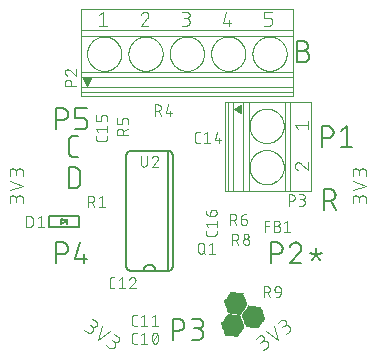
<source format=gbr>
G04 EAGLE Gerber RS-274X export*
G75*
%MOMM*%
%FSLAX34Y34*%
%LPD*%
%INSilkscreen Top*%
%IPPOS*%
%AMOC8*
5,1,8,0,0,1.08239X$1,22.5*%
G01*
%ADD10C,0.101600*%
%ADD11C,0.152400*%
%ADD12R,0.014731X0.014731*%
%ADD13R,0.147319X0.014731*%
%ADD14R,0.265175X0.014731*%
%ADD15R,0.383031X0.014731*%
%ADD16R,0.515619X0.014731*%
%ADD17R,0.633475X0.014731*%
%ADD18R,0.751331X0.014731*%
%ADD19R,0.883919X0.014731*%
%ADD20R,1.001775X0.014731*%
%ADD21R,1.119631X0.014731*%
%ADD22R,1.134363X0.014731*%
%ADD23R,1.149094X0.014731*%
%ADD24R,1.163825X0.014731*%
%ADD25R,1.178556X0.014731*%
%ADD26R,1.193288X0.014731*%
%ADD27R,1.222756X0.014731*%
%ADD28R,1.237488X0.014731*%
%ADD29R,1.266950X0.014731*%
%ADD30R,1.281681X0.014731*%
%ADD31R,1.311144X0.014731*%
%ADD32R,1.325881X0.014731*%
%ADD33R,1.355344X0.014731*%
%ADD34R,1.370075X0.014731*%
%ADD35R,1.384806X0.014731*%
%ADD36R,1.399538X0.014731*%
%ADD37R,1.414275X0.014731*%
%ADD38R,1.443738X0.014731*%
%ADD39R,1.458469X0.014731*%
%ADD40R,1.487931X0.014731*%
%ADD41R,1.502663X0.014731*%
%ADD42R,1.517394X0.014731*%
%ADD43R,1.532125X0.014731*%
%ADD44R,1.546856X0.014731*%
%ADD45R,1.576319X0.014731*%
%ADD46R,1.605788X0.014731*%
%ADD47R,1.620519X0.014731*%
%ADD48R,1.649981X0.014731*%
%ADD49R,1.664713X0.014731*%
%ADD50R,1.694175X0.014731*%
%ADD51R,1.708913X0.014731*%
%ADD52R,1.738375X0.014731*%
%ADD53R,1.753106X0.014731*%
%ADD54R,1.767838X0.014731*%
%ADD55R,1.782569X0.014731*%
%ADD56R,1.797306X0.014731*%
%ADD57R,0.117856X0.014731*%
%ADD58R,1.826769X0.014731*%
%ADD59R,0.235713X0.014731*%
%ADD60R,0.353569X0.014731*%
%ADD61R,1.856231X0.014731*%
%ADD62R,0.486156X0.014731*%
%ADD63R,1.870963X0.014731*%
%ADD64R,0.604013X0.014731*%
%ADD65R,0.721869X0.014731*%
%ADD66R,1.885694X0.014731*%
%ADD67R,0.839719X0.014731*%
%ADD68R,0.972306X0.014731*%
%ADD69R,1.090169X0.014731*%
%ADD70R,1.208025X0.014731*%
%ADD71R,1.252219X0.014731*%
%ADD72R,1.296412X0.014731*%
%ADD73R,1.340612X0.014731*%
%ADD74R,1.826763X0.014731*%
%ADD75R,1.414269X0.014731*%
%ADD76R,1.812031X0.014731*%
%ADD77R,1.429000X0.014731*%
%ADD78R,1.458462X0.014731*%
%ADD79R,1.473200X0.014731*%
%ADD80R,1.723644X0.014731*%
%ADD81R,1.694181X0.014731*%
%ADD82R,1.679450X0.014731*%
%ADD83R,1.561594X0.014731*%
%ADD84R,1.576325X0.014731*%
%ADD85R,1.591056X0.014731*%
%ADD86R,1.635250X0.014731*%
%ADD87R,1.561588X0.014731*%
%ADD88R,1.443731X0.014731*%
%ADD89R,1.797300X0.014731*%
%ADD90R,1.841500X0.014731*%
%ADD91R,1.311150X0.014731*%
%ADD92R,1.296419X0.014731*%
%ADD93R,1.193294X0.014731*%
%ADD94R,0.957575X0.014731*%
%ADD95R,0.589281X0.014731*%
%ADD96R,0.471425X0.014731*%
%ADD97R,0.220975X0.014731*%
%ADD98R,1.812038X0.014731*%
%ADD99R,0.103119X0.014731*%
%ADD100R,0.029463X0.014731*%
%ADD101R,0.162050X0.014731*%
%ADD102R,0.397763X0.014731*%
%ADD103R,0.648206X0.014731*%
%ADD104R,1.679444X0.014731*%
%ADD105R,1.016506X0.014731*%
%ADD106R,1.104900X0.014731*%
%ADD107R,1.222750X0.014731*%
%ADD108R,1.429006X0.014731*%
%ADD109R,1.208019X0.014731*%
%ADD110R,0.987044X0.014731*%
%ADD111R,0.854456X0.014731*%
%ADD112R,0.618744X0.014731*%
%ADD113R,0.500888X0.014731*%
%ADD114R,0.368300X0.014731*%
%ADD115R,0.132587X0.014731*%
%ADD116R,1.664719X0.014731*%
%ADD117R,1.075438X0.014731*%
%ADD118R,0.942844X0.014731*%
%ADD119R,0.707131X0.014731*%
%ADD120R,0.456694X0.014731*%
%ADD121R,0.088388X0.014731*%
%ADD122C,0.127000*%
%ADD123C,0.076200*%
%ADD124C,0.203200*%

G36*
X261275Y429933D02*
X261275Y429933D01*
X261309Y429930D01*
X261374Y429949D01*
X261440Y429959D01*
X261469Y429977D01*
X261501Y429986D01*
X261553Y430029D01*
X261611Y430064D01*
X261633Y430093D01*
X261657Y430113D01*
X261680Y430156D01*
X261719Y430208D01*
X264894Y436558D01*
X264899Y436580D01*
X264912Y436598D01*
X264926Y436676D01*
X264946Y436752D01*
X264943Y436774D01*
X264947Y436795D01*
X264930Y436872D01*
X264920Y436950D01*
X264908Y436969D01*
X264904Y436991D01*
X264858Y437055D01*
X264818Y437123D01*
X264800Y437136D01*
X264788Y437154D01*
X264721Y437196D01*
X264658Y437243D01*
X264636Y437249D01*
X264617Y437260D01*
X264516Y437279D01*
X264463Y437292D01*
X264452Y437290D01*
X264440Y437292D01*
X258090Y437292D01*
X258068Y437288D01*
X258046Y437290D01*
X257971Y437268D01*
X257894Y437253D01*
X257875Y437240D01*
X257854Y437234D01*
X257793Y437184D01*
X257728Y437140D01*
X257716Y437121D01*
X257698Y437108D01*
X257661Y437038D01*
X257618Y436972D01*
X257615Y436950D01*
X257604Y436931D01*
X257597Y436852D01*
X257583Y436775D01*
X257588Y436753D01*
X257586Y436731D01*
X257615Y436632D01*
X257626Y436579D01*
X257633Y436570D01*
X257636Y436558D01*
X260811Y430208D01*
X260853Y430155D01*
X260887Y430097D01*
X260914Y430077D01*
X260935Y430050D01*
X260993Y430017D01*
X261047Y429977D01*
X261080Y429969D01*
X261110Y429952D01*
X261177Y429945D01*
X261242Y429928D01*
X261275Y429933D01*
G37*
G36*
X391692Y407310D02*
X391692Y407310D01*
X391770Y407320D01*
X391789Y407332D01*
X391811Y407336D01*
X391875Y407382D01*
X391943Y407422D01*
X391956Y407440D01*
X391974Y407452D01*
X392016Y407519D01*
X392063Y407582D01*
X392069Y407604D01*
X392080Y407623D01*
X392099Y407724D01*
X392112Y407777D01*
X392110Y407788D01*
X392112Y407800D01*
X392112Y414150D01*
X392108Y414172D01*
X392110Y414194D01*
X392088Y414269D01*
X392073Y414347D01*
X392060Y414365D01*
X392054Y414386D01*
X392004Y414447D01*
X391960Y414512D01*
X391941Y414524D01*
X391928Y414542D01*
X391858Y414579D01*
X391792Y414622D01*
X391770Y414625D01*
X391751Y414636D01*
X391672Y414643D01*
X391595Y414657D01*
X391573Y414652D01*
X391551Y414654D01*
X391452Y414625D01*
X391399Y414614D01*
X391390Y414607D01*
X391378Y414604D01*
X385028Y411429D01*
X384975Y411387D01*
X384917Y411353D01*
X384897Y411326D01*
X384870Y411305D01*
X384837Y411247D01*
X384797Y411193D01*
X384789Y411160D01*
X384772Y411131D01*
X384765Y411064D01*
X384748Y410998D01*
X384753Y410965D01*
X384750Y410931D01*
X384769Y410867D01*
X384779Y410800D01*
X384797Y410771D01*
X384806Y410739D01*
X384849Y410687D01*
X384884Y410629D01*
X384913Y410607D01*
X384933Y410583D01*
X384976Y410560D01*
X385028Y410521D01*
X391378Y407346D01*
X391400Y407341D01*
X391418Y407328D01*
X391496Y407314D01*
X391572Y407294D01*
X391594Y407297D01*
X391615Y407293D01*
X391692Y407310D01*
G37*
D10*
X497242Y331524D02*
X497242Y334770D01*
X497240Y334883D01*
X497234Y334996D01*
X497224Y335109D01*
X497210Y335222D01*
X497193Y335334D01*
X497171Y335445D01*
X497146Y335555D01*
X497116Y335665D01*
X497083Y335773D01*
X497046Y335880D01*
X497006Y335986D01*
X496961Y336090D01*
X496913Y336193D01*
X496862Y336294D01*
X496807Y336393D01*
X496749Y336490D01*
X496687Y336585D01*
X496622Y336678D01*
X496554Y336768D01*
X496483Y336856D01*
X496408Y336942D01*
X496331Y337025D01*
X496251Y337105D01*
X496168Y337182D01*
X496082Y337257D01*
X495994Y337328D01*
X495904Y337396D01*
X495811Y337461D01*
X495716Y337523D01*
X495619Y337581D01*
X495520Y337636D01*
X495419Y337687D01*
X495316Y337735D01*
X495212Y337780D01*
X495106Y337820D01*
X494999Y337857D01*
X494891Y337890D01*
X494781Y337920D01*
X494671Y337945D01*
X494560Y337967D01*
X494448Y337984D01*
X494335Y337998D01*
X494222Y338008D01*
X494109Y338014D01*
X493996Y338016D01*
X493883Y338014D01*
X493770Y338008D01*
X493657Y337998D01*
X493544Y337984D01*
X493432Y337967D01*
X493321Y337945D01*
X493211Y337920D01*
X493101Y337890D01*
X492993Y337857D01*
X492886Y337820D01*
X492780Y337780D01*
X492676Y337735D01*
X492573Y337687D01*
X492472Y337636D01*
X492373Y337581D01*
X492276Y337523D01*
X492181Y337461D01*
X492088Y337396D01*
X491998Y337328D01*
X491910Y337257D01*
X491824Y337182D01*
X491741Y337105D01*
X491661Y337025D01*
X491584Y336942D01*
X491509Y336856D01*
X491438Y336768D01*
X491370Y336678D01*
X491305Y336585D01*
X491243Y336490D01*
X491185Y336393D01*
X491130Y336294D01*
X491079Y336193D01*
X491031Y336090D01*
X490986Y335986D01*
X490946Y335880D01*
X490909Y335773D01*
X490876Y335665D01*
X490846Y335555D01*
X490821Y335445D01*
X490799Y335334D01*
X490782Y335222D01*
X490768Y335109D01*
X490758Y334996D01*
X490752Y334883D01*
X490750Y334770D01*
X485558Y335419D02*
X485558Y331524D01*
X485558Y335419D02*
X485560Y335520D01*
X485566Y335620D01*
X485576Y335720D01*
X485589Y335820D01*
X485607Y335919D01*
X485628Y336018D01*
X485653Y336115D01*
X485682Y336212D01*
X485715Y336307D01*
X485751Y336401D01*
X485791Y336493D01*
X485834Y336584D01*
X485881Y336673D01*
X485931Y336760D01*
X485985Y336846D01*
X486042Y336929D01*
X486102Y337009D01*
X486165Y337088D01*
X486232Y337164D01*
X486301Y337237D01*
X486373Y337307D01*
X486447Y337375D01*
X486524Y337440D01*
X486604Y337501D01*
X486686Y337560D01*
X486770Y337615D01*
X486856Y337667D01*
X486944Y337716D01*
X487034Y337761D01*
X487126Y337803D01*
X487219Y337841D01*
X487314Y337875D01*
X487409Y337906D01*
X487506Y337933D01*
X487604Y337956D01*
X487703Y337976D01*
X487803Y337991D01*
X487903Y338003D01*
X488003Y338011D01*
X488104Y338015D01*
X488204Y338015D01*
X488305Y338011D01*
X488405Y338003D01*
X488505Y337991D01*
X488605Y337976D01*
X488704Y337956D01*
X488802Y337933D01*
X488899Y337906D01*
X488994Y337875D01*
X489089Y337841D01*
X489182Y337803D01*
X489274Y337761D01*
X489364Y337716D01*
X489452Y337667D01*
X489538Y337615D01*
X489622Y337560D01*
X489704Y337501D01*
X489784Y337440D01*
X489861Y337375D01*
X489935Y337307D01*
X490007Y337237D01*
X490076Y337164D01*
X490143Y337088D01*
X490206Y337009D01*
X490266Y336929D01*
X490323Y336846D01*
X490377Y336760D01*
X490427Y336673D01*
X490474Y336584D01*
X490517Y336493D01*
X490557Y336401D01*
X490593Y336307D01*
X490626Y336212D01*
X490655Y336115D01*
X490680Y336018D01*
X490701Y335919D01*
X490719Y335820D01*
X490732Y335720D01*
X490742Y335620D01*
X490748Y335520D01*
X490750Y335419D01*
X490751Y335419D02*
X490751Y332823D01*
X485558Y342305D02*
X497242Y346200D01*
X485558Y350095D01*
X497242Y354384D02*
X497242Y357630D01*
X497240Y357743D01*
X497234Y357856D01*
X497224Y357969D01*
X497210Y358082D01*
X497193Y358194D01*
X497171Y358305D01*
X497146Y358415D01*
X497116Y358525D01*
X497083Y358633D01*
X497046Y358740D01*
X497006Y358846D01*
X496961Y358950D01*
X496913Y359053D01*
X496862Y359154D01*
X496807Y359253D01*
X496749Y359350D01*
X496687Y359445D01*
X496622Y359538D01*
X496554Y359628D01*
X496483Y359716D01*
X496408Y359802D01*
X496331Y359885D01*
X496251Y359965D01*
X496168Y360042D01*
X496082Y360117D01*
X495994Y360188D01*
X495904Y360256D01*
X495811Y360321D01*
X495716Y360383D01*
X495619Y360441D01*
X495520Y360496D01*
X495419Y360547D01*
X495316Y360595D01*
X495212Y360640D01*
X495106Y360680D01*
X494999Y360717D01*
X494891Y360750D01*
X494781Y360780D01*
X494671Y360805D01*
X494560Y360827D01*
X494448Y360844D01*
X494335Y360858D01*
X494222Y360868D01*
X494109Y360874D01*
X493996Y360876D01*
X493883Y360874D01*
X493770Y360868D01*
X493657Y360858D01*
X493544Y360844D01*
X493432Y360827D01*
X493321Y360805D01*
X493211Y360780D01*
X493101Y360750D01*
X492993Y360717D01*
X492886Y360680D01*
X492780Y360640D01*
X492676Y360595D01*
X492573Y360547D01*
X492472Y360496D01*
X492373Y360441D01*
X492276Y360383D01*
X492181Y360321D01*
X492088Y360256D01*
X491998Y360188D01*
X491910Y360117D01*
X491824Y360042D01*
X491741Y359965D01*
X491661Y359885D01*
X491584Y359802D01*
X491509Y359716D01*
X491438Y359628D01*
X491370Y359538D01*
X491305Y359445D01*
X491243Y359350D01*
X491185Y359253D01*
X491130Y359154D01*
X491079Y359053D01*
X491031Y358950D01*
X490986Y358846D01*
X490946Y358740D01*
X490909Y358633D01*
X490876Y358525D01*
X490846Y358415D01*
X490821Y358305D01*
X490799Y358194D01*
X490782Y358082D01*
X490768Y357969D01*
X490758Y357856D01*
X490752Y357743D01*
X490750Y357630D01*
X485558Y358279D02*
X485558Y354384D01*
X485558Y358279D02*
X485560Y358380D01*
X485566Y358480D01*
X485576Y358580D01*
X485589Y358680D01*
X485607Y358779D01*
X485628Y358878D01*
X485653Y358975D01*
X485682Y359072D01*
X485715Y359167D01*
X485751Y359261D01*
X485791Y359353D01*
X485834Y359444D01*
X485881Y359533D01*
X485931Y359620D01*
X485985Y359706D01*
X486042Y359789D01*
X486102Y359869D01*
X486165Y359948D01*
X486232Y360024D01*
X486301Y360097D01*
X486373Y360167D01*
X486447Y360235D01*
X486524Y360300D01*
X486604Y360361D01*
X486686Y360420D01*
X486770Y360475D01*
X486856Y360527D01*
X486944Y360576D01*
X487034Y360621D01*
X487126Y360663D01*
X487219Y360701D01*
X487314Y360735D01*
X487409Y360766D01*
X487506Y360793D01*
X487604Y360816D01*
X487703Y360836D01*
X487803Y360851D01*
X487903Y360863D01*
X488003Y360871D01*
X488104Y360875D01*
X488204Y360875D01*
X488305Y360871D01*
X488405Y360863D01*
X488505Y360851D01*
X488605Y360836D01*
X488704Y360816D01*
X488802Y360793D01*
X488899Y360766D01*
X488994Y360735D01*
X489089Y360701D01*
X489182Y360663D01*
X489274Y360621D01*
X489364Y360576D01*
X489452Y360527D01*
X489538Y360475D01*
X489622Y360420D01*
X489704Y360361D01*
X489784Y360300D01*
X489861Y360235D01*
X489935Y360167D01*
X490007Y360097D01*
X490076Y360024D01*
X490143Y359948D01*
X490206Y359869D01*
X490266Y359789D01*
X490323Y359706D01*
X490377Y359620D01*
X490427Y359533D01*
X490474Y359444D01*
X490517Y359353D01*
X490557Y359261D01*
X490593Y359167D01*
X490626Y359072D01*
X490655Y358975D01*
X490680Y358878D01*
X490701Y358779D01*
X490719Y358680D01*
X490732Y358580D01*
X490742Y358480D01*
X490748Y358380D01*
X490750Y358279D01*
X490751Y358279D02*
X490751Y355683D01*
X412788Y209159D02*
X410129Y207297D01*
X412788Y209158D02*
X412879Y209225D01*
X412969Y209294D01*
X413056Y209367D01*
X413140Y209443D01*
X413221Y209522D01*
X413300Y209603D01*
X413376Y209687D01*
X413449Y209774D01*
X413518Y209864D01*
X413585Y209955D01*
X413648Y210049D01*
X413708Y210145D01*
X413765Y210243D01*
X413818Y210343D01*
X413868Y210445D01*
X413914Y210549D01*
X413956Y210654D01*
X413995Y210760D01*
X414030Y210868D01*
X414061Y210977D01*
X414089Y211087D01*
X414112Y211198D01*
X414132Y211309D01*
X414148Y211421D01*
X414160Y211534D01*
X414168Y211647D01*
X414172Y211760D01*
X414172Y211874D01*
X414168Y211987D01*
X414160Y212100D01*
X414148Y212213D01*
X414132Y212325D01*
X414112Y212436D01*
X414089Y212547D01*
X414061Y212657D01*
X414030Y212766D01*
X413995Y212874D01*
X413956Y212980D01*
X413914Y213085D01*
X413868Y213189D01*
X413818Y213291D01*
X413765Y213391D01*
X413708Y213489D01*
X413648Y213585D01*
X413585Y213679D01*
X413518Y213770D01*
X413449Y213860D01*
X413376Y213947D01*
X413300Y214031D01*
X413221Y214112D01*
X413140Y214191D01*
X413056Y214267D01*
X412969Y214340D01*
X412880Y214409D01*
X412788Y214476D01*
X412694Y214539D01*
X412598Y214599D01*
X412500Y214656D01*
X412400Y214709D01*
X412298Y214759D01*
X412194Y214805D01*
X412089Y214847D01*
X411983Y214886D01*
X411875Y214921D01*
X411766Y214952D01*
X411656Y214980D01*
X411545Y215003D01*
X411434Y215023D01*
X411322Y215039D01*
X411209Y215051D01*
X411096Y215059D01*
X410983Y215063D01*
X410869Y215063D01*
X410756Y215059D01*
X410643Y215051D01*
X410530Y215039D01*
X410418Y215023D01*
X410307Y215003D01*
X410196Y214980D01*
X410086Y214952D01*
X409977Y214921D01*
X409869Y214886D01*
X409763Y214847D01*
X409658Y214805D01*
X409554Y214759D01*
X409452Y214709D01*
X409352Y214656D01*
X409254Y214599D01*
X409158Y214539D01*
X409064Y214476D01*
X406618Y219102D02*
X403428Y216868D01*
X406618Y219102D02*
X406702Y219158D01*
X406787Y219211D01*
X406875Y219260D01*
X406964Y219306D01*
X407056Y219349D01*
X407149Y219388D01*
X407243Y219423D01*
X407338Y219455D01*
X407435Y219483D01*
X407533Y219507D01*
X407631Y219527D01*
X407731Y219544D01*
X407831Y219556D01*
X407931Y219565D01*
X408032Y219570D01*
X408132Y219571D01*
X408233Y219568D01*
X408333Y219561D01*
X408433Y219550D01*
X408533Y219536D01*
X408632Y219517D01*
X408730Y219495D01*
X408827Y219469D01*
X408924Y219439D01*
X409019Y219406D01*
X409112Y219369D01*
X409204Y219328D01*
X409295Y219283D01*
X409383Y219236D01*
X409470Y219184D01*
X409554Y219130D01*
X409637Y219072D01*
X409717Y219011D01*
X409795Y218947D01*
X409870Y218880D01*
X409943Y218811D01*
X410012Y218738D01*
X410079Y218663D01*
X410143Y218585D01*
X410204Y218505D01*
X410262Y218422D01*
X410316Y218338D01*
X410368Y218251D01*
X410415Y218163D01*
X410460Y218072D01*
X410501Y217980D01*
X410538Y217886D01*
X410571Y217792D01*
X410601Y217695D01*
X410627Y217598D01*
X410649Y217500D01*
X410668Y217401D01*
X410682Y217301D01*
X410693Y217201D01*
X410700Y217101D01*
X410703Y217000D01*
X410702Y216900D01*
X410697Y216799D01*
X410688Y216699D01*
X410676Y216599D01*
X410659Y216499D01*
X410639Y216401D01*
X410615Y216303D01*
X410587Y216206D01*
X410555Y216111D01*
X410520Y216017D01*
X410481Y215924D01*
X410438Y215832D01*
X410392Y215743D01*
X410343Y215655D01*
X410290Y215570D01*
X410234Y215486D01*
X410174Y215405D01*
X410112Y215326D01*
X410046Y215249D01*
X409978Y215175D01*
X409907Y215104D01*
X409833Y215036D01*
X409756Y214970D01*
X409677Y214908D01*
X409596Y214848D01*
X407470Y213359D01*
X412259Y223052D02*
X422151Y215714D01*
X418639Y227519D01*
X428855Y220409D02*
X431514Y222270D01*
X431605Y222337D01*
X431695Y222406D01*
X431782Y222479D01*
X431866Y222555D01*
X431947Y222634D01*
X432026Y222715D01*
X432102Y222799D01*
X432175Y222886D01*
X432244Y222976D01*
X432311Y223067D01*
X432374Y223161D01*
X432434Y223257D01*
X432491Y223355D01*
X432544Y223455D01*
X432594Y223557D01*
X432640Y223661D01*
X432682Y223766D01*
X432721Y223872D01*
X432756Y223980D01*
X432787Y224089D01*
X432815Y224199D01*
X432838Y224310D01*
X432858Y224421D01*
X432874Y224533D01*
X432886Y224646D01*
X432894Y224759D01*
X432898Y224872D01*
X432898Y224986D01*
X432894Y225099D01*
X432886Y225212D01*
X432874Y225325D01*
X432858Y225437D01*
X432838Y225548D01*
X432815Y225659D01*
X432787Y225769D01*
X432756Y225878D01*
X432721Y225986D01*
X432682Y226092D01*
X432640Y226197D01*
X432594Y226301D01*
X432544Y226403D01*
X432491Y226503D01*
X432434Y226601D01*
X432374Y226697D01*
X432311Y226791D01*
X432244Y226882D01*
X432175Y226972D01*
X432102Y227059D01*
X432026Y227143D01*
X431947Y227224D01*
X431866Y227303D01*
X431782Y227379D01*
X431695Y227452D01*
X431606Y227521D01*
X431514Y227588D01*
X431420Y227651D01*
X431324Y227711D01*
X431226Y227768D01*
X431126Y227821D01*
X431024Y227871D01*
X430920Y227917D01*
X430815Y227959D01*
X430709Y227998D01*
X430601Y228033D01*
X430492Y228064D01*
X430382Y228092D01*
X430271Y228115D01*
X430160Y228135D01*
X430048Y228151D01*
X429935Y228163D01*
X429822Y228171D01*
X429709Y228175D01*
X429595Y228175D01*
X429482Y228171D01*
X429369Y228163D01*
X429256Y228151D01*
X429144Y228135D01*
X429033Y228115D01*
X428922Y228092D01*
X428812Y228064D01*
X428703Y228033D01*
X428595Y227998D01*
X428489Y227959D01*
X428384Y227917D01*
X428280Y227871D01*
X428178Y227821D01*
X428078Y227768D01*
X427980Y227711D01*
X427884Y227651D01*
X427790Y227588D01*
X425344Y232214D02*
X422153Y229980D01*
X425344Y232214D02*
X425428Y232270D01*
X425513Y232323D01*
X425601Y232372D01*
X425690Y232418D01*
X425782Y232461D01*
X425875Y232500D01*
X425969Y232535D01*
X426064Y232567D01*
X426161Y232595D01*
X426259Y232619D01*
X426357Y232639D01*
X426457Y232656D01*
X426557Y232668D01*
X426657Y232677D01*
X426758Y232682D01*
X426858Y232683D01*
X426959Y232680D01*
X427059Y232673D01*
X427159Y232662D01*
X427259Y232648D01*
X427358Y232629D01*
X427456Y232607D01*
X427553Y232581D01*
X427650Y232551D01*
X427745Y232518D01*
X427838Y232481D01*
X427930Y232440D01*
X428021Y232395D01*
X428109Y232348D01*
X428196Y232296D01*
X428280Y232242D01*
X428363Y232184D01*
X428443Y232123D01*
X428521Y232059D01*
X428596Y231992D01*
X428669Y231923D01*
X428738Y231850D01*
X428805Y231775D01*
X428869Y231697D01*
X428930Y231617D01*
X428988Y231534D01*
X429042Y231450D01*
X429094Y231363D01*
X429141Y231275D01*
X429186Y231184D01*
X429227Y231092D01*
X429264Y230998D01*
X429297Y230904D01*
X429327Y230807D01*
X429353Y230710D01*
X429375Y230612D01*
X429394Y230513D01*
X429408Y230413D01*
X429419Y230313D01*
X429426Y230213D01*
X429429Y230112D01*
X429428Y230012D01*
X429423Y229911D01*
X429414Y229811D01*
X429402Y229711D01*
X429385Y229611D01*
X429365Y229513D01*
X429341Y229415D01*
X429313Y229318D01*
X429281Y229223D01*
X429246Y229129D01*
X429207Y229036D01*
X429164Y228944D01*
X429118Y228855D01*
X429069Y228767D01*
X429016Y228682D01*
X428960Y228598D01*
X428900Y228517D01*
X428838Y228438D01*
X428772Y228361D01*
X428704Y228287D01*
X428633Y228216D01*
X428559Y228148D01*
X428482Y228082D01*
X428403Y228020D01*
X428322Y227960D01*
X426195Y226471D01*
X260886Y222270D02*
X258228Y224132D01*
X260886Y222270D02*
X260980Y222207D01*
X261076Y222147D01*
X261174Y222090D01*
X261274Y222037D01*
X261376Y221987D01*
X261480Y221941D01*
X261585Y221899D01*
X261691Y221860D01*
X261799Y221825D01*
X261908Y221794D01*
X262018Y221766D01*
X262129Y221743D01*
X262240Y221723D01*
X262352Y221707D01*
X262465Y221695D01*
X262578Y221687D01*
X262691Y221683D01*
X262805Y221683D01*
X262918Y221687D01*
X263031Y221695D01*
X263144Y221707D01*
X263256Y221723D01*
X263367Y221743D01*
X263478Y221766D01*
X263588Y221794D01*
X263697Y221825D01*
X263805Y221860D01*
X263911Y221899D01*
X264016Y221941D01*
X264120Y221987D01*
X264222Y222037D01*
X264322Y222090D01*
X264420Y222147D01*
X264516Y222207D01*
X264610Y222270D01*
X264701Y222337D01*
X264791Y222406D01*
X264878Y222479D01*
X264962Y222555D01*
X265043Y222634D01*
X265122Y222715D01*
X265198Y222799D01*
X265271Y222886D01*
X265340Y222976D01*
X265407Y223067D01*
X265470Y223161D01*
X265530Y223257D01*
X265587Y223355D01*
X265640Y223455D01*
X265690Y223557D01*
X265736Y223661D01*
X265778Y223766D01*
X265817Y223872D01*
X265852Y223980D01*
X265883Y224089D01*
X265911Y224199D01*
X265934Y224310D01*
X265954Y224421D01*
X265970Y224533D01*
X265982Y224646D01*
X265990Y224759D01*
X265994Y224872D01*
X265994Y224986D01*
X265990Y225099D01*
X265982Y225212D01*
X265970Y225325D01*
X265954Y225437D01*
X265934Y225548D01*
X265911Y225659D01*
X265883Y225769D01*
X265852Y225878D01*
X265817Y225986D01*
X265778Y226092D01*
X265736Y226197D01*
X265690Y226301D01*
X265640Y226403D01*
X265587Y226503D01*
X265530Y226601D01*
X265470Y226697D01*
X265407Y226791D01*
X265340Y226882D01*
X265271Y226972D01*
X265198Y227059D01*
X265122Y227143D01*
X265043Y227224D01*
X264962Y227303D01*
X264878Y227379D01*
X264791Y227452D01*
X264702Y227521D01*
X264610Y227588D01*
X268120Y231469D02*
X264929Y233703D01*
X268119Y231469D02*
X268200Y231409D01*
X268279Y231347D01*
X268356Y231281D01*
X268430Y231213D01*
X268501Y231142D01*
X268569Y231068D01*
X268635Y230991D01*
X268697Y230912D01*
X268757Y230831D01*
X268813Y230747D01*
X268866Y230662D01*
X268915Y230574D01*
X268961Y230485D01*
X269004Y230393D01*
X269043Y230300D01*
X269078Y230206D01*
X269110Y230111D01*
X269138Y230014D01*
X269162Y229916D01*
X269182Y229818D01*
X269199Y229718D01*
X269211Y229618D01*
X269220Y229518D01*
X269225Y229418D01*
X269226Y229317D01*
X269223Y229216D01*
X269216Y229116D01*
X269205Y229016D01*
X269191Y228916D01*
X269172Y228817D01*
X269150Y228719D01*
X269124Y228622D01*
X269094Y228525D01*
X269061Y228431D01*
X269024Y228337D01*
X268983Y228245D01*
X268938Y228154D01*
X268891Y228066D01*
X268839Y227979D01*
X268785Y227895D01*
X268727Y227812D01*
X268666Y227732D01*
X268602Y227654D01*
X268535Y227579D01*
X268466Y227506D01*
X268393Y227437D01*
X268318Y227370D01*
X268240Y227306D01*
X268160Y227245D01*
X268077Y227187D01*
X267993Y227133D01*
X267906Y227081D01*
X267818Y227034D01*
X267727Y226989D01*
X267635Y226948D01*
X267541Y226911D01*
X267447Y226878D01*
X267350Y226848D01*
X267253Y226822D01*
X267155Y226800D01*
X267056Y226781D01*
X266956Y226767D01*
X266856Y226756D01*
X266756Y226749D01*
X266655Y226746D01*
X266554Y226747D01*
X266454Y226752D01*
X266354Y226761D01*
X266254Y226773D01*
X266154Y226790D01*
X266056Y226810D01*
X265958Y226834D01*
X265861Y226862D01*
X265766Y226894D01*
X265672Y226929D01*
X265579Y226968D01*
X265487Y227011D01*
X265398Y227057D01*
X265310Y227106D01*
X265225Y227159D01*
X265141Y227215D01*
X263014Y228705D01*
X273760Y227519D02*
X270249Y215714D01*
X280141Y223052D01*
X276953Y211020D02*
X279612Y209158D01*
X279706Y209095D01*
X279802Y209035D01*
X279900Y208978D01*
X280000Y208925D01*
X280102Y208875D01*
X280206Y208829D01*
X280311Y208787D01*
X280417Y208748D01*
X280525Y208713D01*
X280634Y208682D01*
X280744Y208654D01*
X280855Y208631D01*
X280966Y208611D01*
X281078Y208595D01*
X281191Y208583D01*
X281304Y208575D01*
X281417Y208571D01*
X281531Y208571D01*
X281644Y208575D01*
X281757Y208583D01*
X281870Y208595D01*
X281982Y208611D01*
X282093Y208631D01*
X282204Y208654D01*
X282314Y208682D01*
X282423Y208713D01*
X282531Y208748D01*
X282637Y208787D01*
X282742Y208829D01*
X282846Y208875D01*
X282948Y208925D01*
X283048Y208978D01*
X283146Y209035D01*
X283242Y209095D01*
X283336Y209158D01*
X283427Y209225D01*
X283517Y209294D01*
X283604Y209367D01*
X283688Y209443D01*
X283769Y209522D01*
X283848Y209603D01*
X283924Y209687D01*
X283997Y209774D01*
X284066Y209864D01*
X284133Y209955D01*
X284196Y210049D01*
X284256Y210145D01*
X284313Y210243D01*
X284366Y210343D01*
X284416Y210445D01*
X284462Y210549D01*
X284504Y210654D01*
X284543Y210760D01*
X284578Y210868D01*
X284609Y210977D01*
X284637Y211087D01*
X284660Y211198D01*
X284680Y211309D01*
X284696Y211421D01*
X284708Y211534D01*
X284716Y211647D01*
X284720Y211760D01*
X284720Y211874D01*
X284716Y211987D01*
X284708Y212100D01*
X284696Y212213D01*
X284680Y212325D01*
X284660Y212436D01*
X284637Y212547D01*
X284609Y212657D01*
X284578Y212766D01*
X284543Y212874D01*
X284504Y212980D01*
X284462Y213085D01*
X284416Y213189D01*
X284366Y213291D01*
X284313Y213391D01*
X284256Y213489D01*
X284196Y213585D01*
X284133Y213679D01*
X284066Y213770D01*
X283997Y213860D01*
X283924Y213947D01*
X283848Y214031D01*
X283769Y214112D01*
X283688Y214191D01*
X283604Y214267D01*
X283517Y214340D01*
X283428Y214409D01*
X283336Y214476D01*
X286845Y218357D02*
X283655Y220591D01*
X286845Y218357D02*
X286926Y218297D01*
X287005Y218235D01*
X287082Y218169D01*
X287156Y218101D01*
X287227Y218030D01*
X287295Y217956D01*
X287361Y217879D01*
X287423Y217800D01*
X287483Y217719D01*
X287539Y217635D01*
X287592Y217550D01*
X287641Y217462D01*
X287687Y217373D01*
X287730Y217281D01*
X287769Y217188D01*
X287804Y217094D01*
X287836Y216999D01*
X287864Y216902D01*
X287888Y216804D01*
X287908Y216706D01*
X287925Y216606D01*
X287937Y216506D01*
X287946Y216406D01*
X287951Y216306D01*
X287952Y216205D01*
X287949Y216104D01*
X287942Y216004D01*
X287931Y215904D01*
X287917Y215804D01*
X287898Y215705D01*
X287876Y215607D01*
X287850Y215510D01*
X287820Y215413D01*
X287787Y215319D01*
X287750Y215225D01*
X287709Y215133D01*
X287664Y215042D01*
X287617Y214954D01*
X287565Y214867D01*
X287511Y214783D01*
X287453Y214700D01*
X287392Y214620D01*
X287328Y214542D01*
X287261Y214467D01*
X287192Y214394D01*
X287119Y214325D01*
X287044Y214258D01*
X286966Y214194D01*
X286886Y214133D01*
X286803Y214075D01*
X286719Y214021D01*
X286632Y213969D01*
X286544Y213922D01*
X286453Y213877D01*
X286361Y213836D01*
X286267Y213799D01*
X286173Y213766D01*
X286076Y213736D01*
X285979Y213710D01*
X285881Y213688D01*
X285782Y213669D01*
X285682Y213655D01*
X285582Y213644D01*
X285482Y213637D01*
X285381Y213634D01*
X285280Y213635D01*
X285180Y213640D01*
X285080Y213649D01*
X284980Y213661D01*
X284880Y213678D01*
X284782Y213698D01*
X284684Y213722D01*
X284587Y213750D01*
X284492Y213782D01*
X284398Y213817D01*
X284305Y213856D01*
X284213Y213899D01*
X284124Y213945D01*
X284036Y213994D01*
X283951Y214047D01*
X283867Y214103D01*
X281740Y215593D01*
X206842Y331524D02*
X206842Y334770D01*
X206840Y334883D01*
X206834Y334996D01*
X206824Y335109D01*
X206810Y335222D01*
X206793Y335334D01*
X206771Y335445D01*
X206746Y335555D01*
X206716Y335665D01*
X206683Y335773D01*
X206646Y335880D01*
X206606Y335986D01*
X206561Y336090D01*
X206513Y336193D01*
X206462Y336294D01*
X206407Y336393D01*
X206349Y336490D01*
X206287Y336585D01*
X206222Y336678D01*
X206154Y336768D01*
X206083Y336856D01*
X206008Y336942D01*
X205931Y337025D01*
X205851Y337105D01*
X205768Y337182D01*
X205682Y337257D01*
X205594Y337328D01*
X205504Y337396D01*
X205411Y337461D01*
X205316Y337523D01*
X205219Y337581D01*
X205120Y337636D01*
X205019Y337687D01*
X204916Y337735D01*
X204812Y337780D01*
X204706Y337820D01*
X204599Y337857D01*
X204491Y337890D01*
X204381Y337920D01*
X204271Y337945D01*
X204160Y337967D01*
X204048Y337984D01*
X203935Y337998D01*
X203822Y338008D01*
X203709Y338014D01*
X203596Y338016D01*
X203483Y338014D01*
X203370Y338008D01*
X203257Y337998D01*
X203144Y337984D01*
X203032Y337967D01*
X202921Y337945D01*
X202811Y337920D01*
X202701Y337890D01*
X202593Y337857D01*
X202486Y337820D01*
X202380Y337780D01*
X202276Y337735D01*
X202173Y337687D01*
X202072Y337636D01*
X201973Y337581D01*
X201876Y337523D01*
X201781Y337461D01*
X201688Y337396D01*
X201598Y337328D01*
X201510Y337257D01*
X201424Y337182D01*
X201341Y337105D01*
X201261Y337025D01*
X201184Y336942D01*
X201109Y336856D01*
X201038Y336768D01*
X200970Y336678D01*
X200905Y336585D01*
X200843Y336490D01*
X200785Y336393D01*
X200730Y336294D01*
X200679Y336193D01*
X200631Y336090D01*
X200586Y335986D01*
X200546Y335880D01*
X200509Y335773D01*
X200476Y335665D01*
X200446Y335555D01*
X200421Y335445D01*
X200399Y335334D01*
X200382Y335222D01*
X200368Y335109D01*
X200358Y334996D01*
X200352Y334883D01*
X200350Y334770D01*
X195158Y335419D02*
X195158Y331524D01*
X195158Y335419D02*
X195160Y335520D01*
X195166Y335620D01*
X195176Y335720D01*
X195189Y335820D01*
X195207Y335919D01*
X195228Y336018D01*
X195253Y336115D01*
X195282Y336212D01*
X195315Y336307D01*
X195351Y336401D01*
X195391Y336493D01*
X195434Y336584D01*
X195481Y336673D01*
X195531Y336760D01*
X195585Y336846D01*
X195642Y336929D01*
X195702Y337009D01*
X195765Y337088D01*
X195832Y337164D01*
X195901Y337237D01*
X195973Y337307D01*
X196047Y337375D01*
X196124Y337440D01*
X196204Y337501D01*
X196286Y337560D01*
X196370Y337615D01*
X196456Y337667D01*
X196544Y337716D01*
X196634Y337761D01*
X196726Y337803D01*
X196819Y337841D01*
X196914Y337875D01*
X197009Y337906D01*
X197106Y337933D01*
X197204Y337956D01*
X197303Y337976D01*
X197403Y337991D01*
X197503Y338003D01*
X197603Y338011D01*
X197704Y338015D01*
X197804Y338015D01*
X197905Y338011D01*
X198005Y338003D01*
X198105Y337991D01*
X198205Y337976D01*
X198304Y337956D01*
X198402Y337933D01*
X198499Y337906D01*
X198594Y337875D01*
X198689Y337841D01*
X198782Y337803D01*
X198874Y337761D01*
X198964Y337716D01*
X199052Y337667D01*
X199138Y337615D01*
X199222Y337560D01*
X199304Y337501D01*
X199384Y337440D01*
X199461Y337375D01*
X199535Y337307D01*
X199607Y337237D01*
X199676Y337164D01*
X199743Y337088D01*
X199806Y337009D01*
X199866Y336929D01*
X199923Y336846D01*
X199977Y336760D01*
X200027Y336673D01*
X200074Y336584D01*
X200117Y336493D01*
X200157Y336401D01*
X200193Y336307D01*
X200226Y336212D01*
X200255Y336115D01*
X200280Y336018D01*
X200301Y335919D01*
X200319Y335820D01*
X200332Y335720D01*
X200342Y335620D01*
X200348Y335520D01*
X200350Y335419D01*
X200351Y335419D02*
X200351Y332823D01*
X195158Y342305D02*
X206842Y346200D01*
X195158Y350095D01*
X206842Y354384D02*
X206842Y357630D01*
X206840Y357743D01*
X206834Y357856D01*
X206824Y357969D01*
X206810Y358082D01*
X206793Y358194D01*
X206771Y358305D01*
X206746Y358415D01*
X206716Y358525D01*
X206683Y358633D01*
X206646Y358740D01*
X206606Y358846D01*
X206561Y358950D01*
X206513Y359053D01*
X206462Y359154D01*
X206407Y359253D01*
X206349Y359350D01*
X206287Y359445D01*
X206222Y359538D01*
X206154Y359628D01*
X206083Y359716D01*
X206008Y359802D01*
X205931Y359885D01*
X205851Y359965D01*
X205768Y360042D01*
X205682Y360117D01*
X205594Y360188D01*
X205504Y360256D01*
X205411Y360321D01*
X205316Y360383D01*
X205219Y360441D01*
X205120Y360496D01*
X205019Y360547D01*
X204916Y360595D01*
X204812Y360640D01*
X204706Y360680D01*
X204599Y360717D01*
X204491Y360750D01*
X204381Y360780D01*
X204271Y360805D01*
X204160Y360827D01*
X204048Y360844D01*
X203935Y360858D01*
X203822Y360868D01*
X203709Y360874D01*
X203596Y360876D01*
X203483Y360874D01*
X203370Y360868D01*
X203257Y360858D01*
X203144Y360844D01*
X203032Y360827D01*
X202921Y360805D01*
X202811Y360780D01*
X202701Y360750D01*
X202593Y360717D01*
X202486Y360680D01*
X202380Y360640D01*
X202276Y360595D01*
X202173Y360547D01*
X202072Y360496D01*
X201973Y360441D01*
X201876Y360383D01*
X201781Y360321D01*
X201688Y360256D01*
X201598Y360188D01*
X201510Y360117D01*
X201424Y360042D01*
X201341Y359965D01*
X201261Y359885D01*
X201184Y359802D01*
X201109Y359716D01*
X201038Y359628D01*
X200970Y359538D01*
X200905Y359445D01*
X200843Y359350D01*
X200785Y359253D01*
X200730Y359154D01*
X200679Y359053D01*
X200631Y358950D01*
X200586Y358846D01*
X200546Y358740D01*
X200509Y358633D01*
X200476Y358525D01*
X200446Y358415D01*
X200421Y358305D01*
X200399Y358194D01*
X200382Y358082D01*
X200368Y357969D01*
X200358Y357856D01*
X200352Y357743D01*
X200350Y357630D01*
X195158Y358279D02*
X195158Y354384D01*
X195158Y358279D02*
X195160Y358380D01*
X195166Y358480D01*
X195176Y358580D01*
X195189Y358680D01*
X195207Y358779D01*
X195228Y358878D01*
X195253Y358975D01*
X195282Y359072D01*
X195315Y359167D01*
X195351Y359261D01*
X195391Y359353D01*
X195434Y359444D01*
X195481Y359533D01*
X195531Y359620D01*
X195585Y359706D01*
X195642Y359789D01*
X195702Y359869D01*
X195765Y359948D01*
X195832Y360024D01*
X195901Y360097D01*
X195973Y360167D01*
X196047Y360235D01*
X196124Y360300D01*
X196204Y360361D01*
X196286Y360420D01*
X196370Y360475D01*
X196456Y360527D01*
X196544Y360576D01*
X196634Y360621D01*
X196726Y360663D01*
X196819Y360701D01*
X196914Y360735D01*
X197009Y360766D01*
X197106Y360793D01*
X197204Y360816D01*
X197303Y360836D01*
X197403Y360851D01*
X197503Y360863D01*
X197603Y360871D01*
X197704Y360875D01*
X197804Y360875D01*
X197905Y360871D01*
X198005Y360863D01*
X198105Y360851D01*
X198205Y360836D01*
X198304Y360816D01*
X198402Y360793D01*
X198499Y360766D01*
X198594Y360735D01*
X198689Y360701D01*
X198782Y360663D01*
X198874Y360621D01*
X198964Y360576D01*
X199052Y360527D01*
X199138Y360475D01*
X199222Y360420D01*
X199304Y360361D01*
X199384Y360300D01*
X199461Y360235D01*
X199535Y360167D01*
X199607Y360097D01*
X199676Y360024D01*
X199743Y359948D01*
X199806Y359869D01*
X199866Y359789D01*
X199923Y359706D01*
X199977Y359620D01*
X200027Y359533D01*
X200074Y359444D01*
X200117Y359353D01*
X200157Y359261D01*
X200193Y359167D01*
X200226Y359072D01*
X200255Y358975D01*
X200280Y358878D01*
X200301Y358779D01*
X200319Y358680D01*
X200332Y358580D01*
X200342Y358480D01*
X200348Y358380D01*
X200350Y358279D01*
X200351Y358279D02*
X200351Y355683D01*
D11*
X459604Y378870D02*
X459604Y396650D01*
X464543Y396650D01*
X464683Y396648D01*
X464822Y396642D01*
X464962Y396632D01*
X465101Y396618D01*
X465240Y396601D01*
X465378Y396579D01*
X465515Y396553D01*
X465652Y396524D01*
X465788Y396491D01*
X465922Y396454D01*
X466056Y396413D01*
X466188Y396368D01*
X466320Y396319D01*
X466449Y396267D01*
X466577Y396212D01*
X466704Y396152D01*
X466829Y396089D01*
X466952Y396023D01*
X467073Y395953D01*
X467192Y395880D01*
X467309Y395803D01*
X467423Y395723D01*
X467536Y395640D01*
X467646Y395554D01*
X467753Y395464D01*
X467858Y395372D01*
X467960Y395277D01*
X468060Y395179D01*
X468157Y395078D01*
X468251Y394974D01*
X468341Y394868D01*
X468429Y394759D01*
X468514Y394648D01*
X468595Y394534D01*
X468674Y394419D01*
X468749Y394301D01*
X468820Y394181D01*
X468888Y394058D01*
X468953Y393935D01*
X469014Y393809D01*
X469072Y393681D01*
X469126Y393553D01*
X469176Y393422D01*
X469223Y393290D01*
X469266Y393157D01*
X469305Y393023D01*
X469340Y392888D01*
X469371Y392752D01*
X469399Y392614D01*
X469422Y392477D01*
X469442Y392338D01*
X469458Y392199D01*
X469470Y392060D01*
X469478Y391921D01*
X469482Y391781D01*
X469482Y391641D01*
X469478Y391501D01*
X469470Y391362D01*
X469458Y391223D01*
X469442Y391084D01*
X469422Y390945D01*
X469399Y390808D01*
X469371Y390670D01*
X469340Y390534D01*
X469305Y390399D01*
X469266Y390265D01*
X469223Y390132D01*
X469176Y390000D01*
X469126Y389869D01*
X469072Y389741D01*
X469014Y389613D01*
X468953Y389487D01*
X468888Y389364D01*
X468820Y389242D01*
X468749Y389121D01*
X468674Y389003D01*
X468595Y388888D01*
X468514Y388774D01*
X468429Y388663D01*
X468341Y388554D01*
X468251Y388448D01*
X468157Y388344D01*
X468060Y388243D01*
X467960Y388145D01*
X467858Y388050D01*
X467753Y387958D01*
X467646Y387868D01*
X467536Y387782D01*
X467423Y387699D01*
X467309Y387619D01*
X467192Y387542D01*
X467073Y387469D01*
X466952Y387399D01*
X466829Y387333D01*
X466704Y387270D01*
X466577Y387210D01*
X466449Y387155D01*
X466320Y387103D01*
X466188Y387054D01*
X466056Y387009D01*
X465922Y386968D01*
X465788Y386931D01*
X465652Y386898D01*
X465515Y386869D01*
X465378Y386843D01*
X465240Y386821D01*
X465101Y386804D01*
X464962Y386790D01*
X464822Y386780D01*
X464683Y386774D01*
X464543Y386772D01*
X459604Y386772D01*
X475599Y392699D02*
X480538Y396650D01*
X480538Y378870D01*
X485476Y378870D02*
X475599Y378870D01*
X416412Y298290D02*
X416412Y280510D01*
X416412Y298290D02*
X421351Y298290D01*
X421491Y298288D01*
X421630Y298282D01*
X421770Y298272D01*
X421909Y298258D01*
X422048Y298241D01*
X422186Y298219D01*
X422323Y298193D01*
X422460Y298164D01*
X422596Y298131D01*
X422730Y298094D01*
X422864Y298053D01*
X422996Y298008D01*
X423128Y297959D01*
X423257Y297907D01*
X423385Y297852D01*
X423512Y297792D01*
X423637Y297729D01*
X423760Y297663D01*
X423881Y297593D01*
X424000Y297520D01*
X424117Y297443D01*
X424231Y297363D01*
X424344Y297280D01*
X424454Y297194D01*
X424561Y297104D01*
X424666Y297012D01*
X424768Y296917D01*
X424868Y296819D01*
X424965Y296718D01*
X425059Y296614D01*
X425149Y296508D01*
X425237Y296399D01*
X425322Y296288D01*
X425403Y296174D01*
X425482Y296059D01*
X425557Y295941D01*
X425628Y295821D01*
X425696Y295698D01*
X425761Y295575D01*
X425822Y295449D01*
X425880Y295321D01*
X425934Y295193D01*
X425984Y295062D01*
X426031Y294930D01*
X426074Y294797D01*
X426113Y294663D01*
X426148Y294528D01*
X426179Y294392D01*
X426207Y294254D01*
X426230Y294117D01*
X426250Y293978D01*
X426266Y293839D01*
X426278Y293700D01*
X426286Y293561D01*
X426290Y293421D01*
X426290Y293281D01*
X426286Y293141D01*
X426278Y293002D01*
X426266Y292863D01*
X426250Y292724D01*
X426230Y292585D01*
X426207Y292448D01*
X426179Y292310D01*
X426148Y292174D01*
X426113Y292039D01*
X426074Y291905D01*
X426031Y291772D01*
X425984Y291640D01*
X425934Y291509D01*
X425880Y291381D01*
X425822Y291253D01*
X425761Y291127D01*
X425696Y291004D01*
X425628Y290882D01*
X425557Y290761D01*
X425482Y290643D01*
X425403Y290528D01*
X425322Y290414D01*
X425237Y290303D01*
X425149Y290194D01*
X425059Y290088D01*
X424965Y289984D01*
X424868Y289883D01*
X424768Y289785D01*
X424666Y289690D01*
X424561Y289598D01*
X424454Y289508D01*
X424344Y289422D01*
X424231Y289339D01*
X424117Y289259D01*
X424000Y289182D01*
X423881Y289109D01*
X423760Y289039D01*
X423637Y288973D01*
X423512Y288910D01*
X423385Y288850D01*
X423257Y288795D01*
X423128Y288743D01*
X422996Y288694D01*
X422864Y288649D01*
X422730Y288608D01*
X422596Y288571D01*
X422460Y288538D01*
X422323Y288509D01*
X422186Y288483D01*
X422048Y288461D01*
X421909Y288444D01*
X421770Y288430D01*
X421630Y288420D01*
X421491Y288414D01*
X421351Y288412D01*
X416412Y288412D01*
X437840Y298290D02*
X437972Y298288D01*
X438103Y298282D01*
X438235Y298272D01*
X438366Y298259D01*
X438496Y298241D01*
X438626Y298220D01*
X438756Y298195D01*
X438884Y298166D01*
X439012Y298133D01*
X439138Y298096D01*
X439264Y298056D01*
X439388Y298012D01*
X439511Y297964D01*
X439632Y297913D01*
X439752Y297858D01*
X439870Y297800D01*
X439986Y297738D01*
X440100Y297672D01*
X440213Y297604D01*
X440323Y297532D01*
X440431Y297457D01*
X440537Y297378D01*
X440641Y297297D01*
X440742Y297212D01*
X440840Y297125D01*
X440936Y297034D01*
X441029Y296941D01*
X441120Y296845D01*
X441207Y296747D01*
X441292Y296646D01*
X441373Y296542D01*
X441452Y296436D01*
X441527Y296328D01*
X441599Y296218D01*
X441667Y296105D01*
X441733Y295991D01*
X441795Y295875D01*
X441853Y295757D01*
X441908Y295637D01*
X441959Y295516D01*
X442007Y295393D01*
X442051Y295269D01*
X442091Y295143D01*
X442128Y295017D01*
X442161Y294889D01*
X442190Y294761D01*
X442215Y294631D01*
X442236Y294501D01*
X442254Y294371D01*
X442267Y294240D01*
X442277Y294108D01*
X442283Y293977D01*
X442285Y293845D01*
X437840Y298290D02*
X437690Y298288D01*
X437541Y298282D01*
X437392Y298272D01*
X437243Y298259D01*
X437094Y298241D01*
X436946Y298220D01*
X436798Y298194D01*
X436652Y298165D01*
X436506Y298132D01*
X436361Y298095D01*
X436217Y298054D01*
X436074Y298010D01*
X435932Y297962D01*
X435792Y297910D01*
X435653Y297855D01*
X435515Y297796D01*
X435380Y297733D01*
X435245Y297667D01*
X435113Y297597D01*
X434983Y297524D01*
X434854Y297447D01*
X434727Y297367D01*
X434603Y297284D01*
X434481Y297198D01*
X434361Y297108D01*
X434244Y297015D01*
X434129Y296920D01*
X434016Y296821D01*
X433906Y296719D01*
X433799Y296615D01*
X433695Y296508D01*
X433593Y296398D01*
X433495Y296285D01*
X433399Y296170D01*
X433307Y296052D01*
X433217Y295932D01*
X433131Y295810D01*
X433048Y295686D01*
X432968Y295559D01*
X432892Y295431D01*
X432819Y295300D01*
X432749Y295167D01*
X432683Y295033D01*
X432621Y294897D01*
X432562Y294760D01*
X432506Y294621D01*
X432455Y294480D01*
X432407Y294339D01*
X440803Y290388D02*
X440899Y290481D01*
X440991Y290577D01*
X441081Y290676D01*
X441168Y290777D01*
X441253Y290880D01*
X441334Y290985D01*
X441412Y291093D01*
X441487Y291203D01*
X441560Y291315D01*
X441629Y291429D01*
X441695Y291545D01*
X441757Y291663D01*
X441816Y291782D01*
X441872Y291903D01*
X441925Y292026D01*
X441974Y292150D01*
X442019Y292275D01*
X442062Y292402D01*
X442100Y292529D01*
X442135Y292658D01*
X442166Y292787D01*
X442194Y292918D01*
X442218Y293049D01*
X442239Y293181D01*
X442255Y293313D01*
X442268Y293446D01*
X442278Y293579D01*
X442283Y293712D01*
X442285Y293845D01*
X440803Y290388D02*
X432407Y280510D01*
X442285Y280510D01*
X454655Y287424D02*
X454655Y293351D01*
X454655Y287424D02*
X458112Y282979D01*
X454655Y287424D02*
X451198Y282979D01*
X454655Y287424D02*
X460088Y289400D01*
X454655Y287424D02*
X449222Y289400D01*
X333264Y233490D02*
X333264Y215710D01*
X333264Y233490D02*
X338203Y233490D01*
X338343Y233488D01*
X338482Y233482D01*
X338622Y233472D01*
X338761Y233458D01*
X338900Y233441D01*
X339038Y233419D01*
X339175Y233393D01*
X339312Y233364D01*
X339448Y233331D01*
X339582Y233294D01*
X339716Y233253D01*
X339848Y233208D01*
X339980Y233159D01*
X340109Y233107D01*
X340237Y233052D01*
X340364Y232992D01*
X340489Y232929D01*
X340612Y232863D01*
X340733Y232793D01*
X340852Y232720D01*
X340969Y232643D01*
X341083Y232563D01*
X341196Y232480D01*
X341306Y232394D01*
X341413Y232304D01*
X341518Y232212D01*
X341620Y232117D01*
X341720Y232019D01*
X341817Y231918D01*
X341911Y231814D01*
X342001Y231708D01*
X342089Y231599D01*
X342174Y231488D01*
X342255Y231374D01*
X342334Y231259D01*
X342409Y231141D01*
X342480Y231021D01*
X342548Y230898D01*
X342613Y230775D01*
X342674Y230649D01*
X342732Y230521D01*
X342786Y230393D01*
X342836Y230262D01*
X342883Y230130D01*
X342926Y229997D01*
X342965Y229863D01*
X343000Y229728D01*
X343031Y229592D01*
X343059Y229454D01*
X343082Y229317D01*
X343102Y229178D01*
X343118Y229039D01*
X343130Y228900D01*
X343138Y228761D01*
X343142Y228621D01*
X343142Y228481D01*
X343138Y228341D01*
X343130Y228202D01*
X343118Y228063D01*
X343102Y227924D01*
X343082Y227785D01*
X343059Y227648D01*
X343031Y227510D01*
X343000Y227374D01*
X342965Y227239D01*
X342926Y227105D01*
X342883Y226972D01*
X342836Y226840D01*
X342786Y226709D01*
X342732Y226581D01*
X342674Y226453D01*
X342613Y226327D01*
X342548Y226204D01*
X342480Y226082D01*
X342409Y225961D01*
X342334Y225843D01*
X342255Y225728D01*
X342174Y225614D01*
X342089Y225503D01*
X342001Y225394D01*
X341911Y225288D01*
X341817Y225184D01*
X341720Y225083D01*
X341620Y224985D01*
X341518Y224890D01*
X341413Y224798D01*
X341306Y224708D01*
X341196Y224622D01*
X341083Y224539D01*
X340969Y224459D01*
X340852Y224382D01*
X340733Y224309D01*
X340612Y224239D01*
X340489Y224173D01*
X340364Y224110D01*
X340237Y224050D01*
X340109Y223995D01*
X339980Y223943D01*
X339848Y223894D01*
X339716Y223849D01*
X339582Y223808D01*
X339448Y223771D01*
X339312Y223738D01*
X339175Y223709D01*
X339038Y223683D01*
X338900Y223661D01*
X338761Y223644D01*
X338622Y223630D01*
X338482Y223620D01*
X338343Y223614D01*
X338203Y223612D01*
X333264Y223612D01*
X349259Y215710D02*
X354198Y215710D01*
X354338Y215712D01*
X354477Y215718D01*
X354617Y215728D01*
X354756Y215742D01*
X354895Y215759D01*
X355033Y215781D01*
X355170Y215807D01*
X355307Y215836D01*
X355443Y215869D01*
X355577Y215906D01*
X355711Y215947D01*
X355843Y215992D01*
X355975Y216041D01*
X356104Y216093D01*
X356232Y216148D01*
X356359Y216208D01*
X356484Y216271D01*
X356607Y216337D01*
X356728Y216407D01*
X356847Y216480D01*
X356964Y216557D01*
X357078Y216637D01*
X357191Y216720D01*
X357301Y216806D01*
X357408Y216896D01*
X357513Y216988D01*
X357615Y217083D01*
X357715Y217181D01*
X357812Y217282D01*
X357906Y217386D01*
X357996Y217492D01*
X358084Y217601D01*
X358169Y217712D01*
X358250Y217826D01*
X358329Y217941D01*
X358404Y218059D01*
X358475Y218180D01*
X358543Y218302D01*
X358608Y218425D01*
X358669Y218551D01*
X358727Y218679D01*
X358781Y218807D01*
X358831Y218938D01*
X358878Y219070D01*
X358921Y219203D01*
X358960Y219337D01*
X358995Y219472D01*
X359026Y219608D01*
X359054Y219746D01*
X359077Y219883D01*
X359097Y220022D01*
X359113Y220161D01*
X359125Y220300D01*
X359133Y220439D01*
X359137Y220579D01*
X359137Y220719D01*
X359133Y220859D01*
X359125Y220998D01*
X359113Y221137D01*
X359097Y221276D01*
X359077Y221415D01*
X359054Y221552D01*
X359026Y221690D01*
X358995Y221826D01*
X358960Y221961D01*
X358921Y222095D01*
X358878Y222228D01*
X358831Y222360D01*
X358781Y222491D01*
X358727Y222619D01*
X358669Y222747D01*
X358608Y222873D01*
X358543Y222996D01*
X358475Y223119D01*
X358404Y223239D01*
X358329Y223357D01*
X358250Y223472D01*
X358169Y223586D01*
X358084Y223697D01*
X357996Y223806D01*
X357906Y223912D01*
X357812Y224016D01*
X357715Y224117D01*
X357615Y224215D01*
X357513Y224310D01*
X357408Y224402D01*
X357301Y224492D01*
X357191Y224578D01*
X357078Y224661D01*
X356964Y224741D01*
X356847Y224818D01*
X356728Y224891D01*
X356607Y224961D01*
X356484Y225027D01*
X356359Y225090D01*
X356232Y225150D01*
X356104Y225205D01*
X355975Y225257D01*
X355843Y225306D01*
X355711Y225351D01*
X355577Y225392D01*
X355443Y225429D01*
X355307Y225462D01*
X355170Y225491D01*
X355033Y225517D01*
X354895Y225539D01*
X354756Y225556D01*
X354617Y225570D01*
X354477Y225580D01*
X354338Y225586D01*
X354198Y225588D01*
X355185Y233490D02*
X349259Y233490D01*
X355185Y233490D02*
X355309Y233488D01*
X355433Y233482D01*
X355557Y233472D01*
X355680Y233459D01*
X355803Y233441D01*
X355925Y233420D01*
X356047Y233395D01*
X356168Y233366D01*
X356287Y233333D01*
X356406Y233297D01*
X356523Y233256D01*
X356639Y233213D01*
X356754Y233165D01*
X356867Y233114D01*
X356979Y233059D01*
X357088Y233001D01*
X357196Y232940D01*
X357302Y232875D01*
X357406Y232807D01*
X357507Y232735D01*
X357607Y232661D01*
X357703Y232583D01*
X357798Y232503D01*
X357890Y232419D01*
X357979Y232333D01*
X358065Y232244D01*
X358149Y232152D01*
X358229Y232057D01*
X358307Y231961D01*
X358381Y231861D01*
X358453Y231760D01*
X358521Y231656D01*
X358586Y231550D01*
X358647Y231442D01*
X358705Y231333D01*
X358760Y231221D01*
X358811Y231108D01*
X358859Y230993D01*
X358902Y230877D01*
X358943Y230760D01*
X358979Y230641D01*
X359012Y230522D01*
X359041Y230401D01*
X359066Y230279D01*
X359087Y230157D01*
X359105Y230034D01*
X359118Y229911D01*
X359128Y229787D01*
X359134Y229663D01*
X359136Y229539D01*
X359134Y229415D01*
X359128Y229291D01*
X359118Y229167D01*
X359105Y229044D01*
X359087Y228921D01*
X359066Y228799D01*
X359041Y228677D01*
X359012Y228556D01*
X358979Y228437D01*
X358943Y228318D01*
X358902Y228201D01*
X358859Y228085D01*
X358811Y227970D01*
X358760Y227857D01*
X358705Y227745D01*
X358647Y227636D01*
X358586Y227528D01*
X358521Y227422D01*
X358453Y227318D01*
X358381Y227217D01*
X358307Y227117D01*
X358229Y227021D01*
X358149Y226926D01*
X358065Y226834D01*
X357979Y226745D01*
X357890Y226659D01*
X357798Y226575D01*
X357703Y226495D01*
X357607Y226417D01*
X357507Y226343D01*
X357406Y226271D01*
X357302Y226203D01*
X357196Y226138D01*
X357088Y226077D01*
X356979Y226019D01*
X356867Y225964D01*
X356754Y225913D01*
X356639Y225865D01*
X356523Y225822D01*
X356406Y225781D01*
X356287Y225745D01*
X356168Y225712D01*
X356047Y225683D01*
X355925Y225658D01*
X355803Y225637D01*
X355680Y225619D01*
X355557Y225606D01*
X355433Y225596D01*
X355309Y225590D01*
X355185Y225588D01*
X351234Y225588D01*
X234864Y280510D02*
X234864Y298290D01*
X239803Y298290D01*
X239943Y298288D01*
X240082Y298282D01*
X240222Y298272D01*
X240361Y298258D01*
X240500Y298241D01*
X240638Y298219D01*
X240775Y298193D01*
X240912Y298164D01*
X241048Y298131D01*
X241182Y298094D01*
X241316Y298053D01*
X241448Y298008D01*
X241580Y297959D01*
X241709Y297907D01*
X241837Y297852D01*
X241964Y297792D01*
X242089Y297729D01*
X242212Y297663D01*
X242333Y297593D01*
X242452Y297520D01*
X242569Y297443D01*
X242683Y297363D01*
X242796Y297280D01*
X242906Y297194D01*
X243013Y297104D01*
X243118Y297012D01*
X243220Y296917D01*
X243320Y296819D01*
X243417Y296718D01*
X243511Y296614D01*
X243601Y296508D01*
X243689Y296399D01*
X243774Y296288D01*
X243855Y296174D01*
X243934Y296059D01*
X244009Y295941D01*
X244080Y295821D01*
X244148Y295698D01*
X244213Y295575D01*
X244274Y295449D01*
X244332Y295321D01*
X244386Y295193D01*
X244436Y295062D01*
X244483Y294930D01*
X244526Y294797D01*
X244565Y294663D01*
X244600Y294528D01*
X244631Y294392D01*
X244659Y294254D01*
X244682Y294117D01*
X244702Y293978D01*
X244718Y293839D01*
X244730Y293700D01*
X244738Y293561D01*
X244742Y293421D01*
X244742Y293281D01*
X244738Y293141D01*
X244730Y293002D01*
X244718Y292863D01*
X244702Y292724D01*
X244682Y292585D01*
X244659Y292448D01*
X244631Y292310D01*
X244600Y292174D01*
X244565Y292039D01*
X244526Y291905D01*
X244483Y291772D01*
X244436Y291640D01*
X244386Y291509D01*
X244332Y291381D01*
X244274Y291253D01*
X244213Y291127D01*
X244148Y291004D01*
X244080Y290882D01*
X244009Y290761D01*
X243934Y290643D01*
X243855Y290528D01*
X243774Y290414D01*
X243689Y290303D01*
X243601Y290194D01*
X243511Y290088D01*
X243417Y289984D01*
X243320Y289883D01*
X243220Y289785D01*
X243118Y289690D01*
X243013Y289598D01*
X242906Y289508D01*
X242796Y289422D01*
X242683Y289339D01*
X242569Y289259D01*
X242452Y289182D01*
X242333Y289109D01*
X242212Y289039D01*
X242089Y288973D01*
X241964Y288910D01*
X241837Y288850D01*
X241709Y288795D01*
X241580Y288743D01*
X241448Y288694D01*
X241316Y288649D01*
X241182Y288608D01*
X241048Y288571D01*
X240912Y288538D01*
X240775Y288509D01*
X240638Y288483D01*
X240500Y288461D01*
X240361Y288444D01*
X240222Y288430D01*
X240082Y288420D01*
X239943Y288414D01*
X239803Y288412D01*
X234864Y288412D01*
X250859Y284461D02*
X254810Y298290D01*
X250859Y284461D02*
X260736Y284461D01*
X257773Y288412D02*
X257773Y280510D01*
X234864Y394110D02*
X234864Y411890D01*
X239803Y411890D01*
X239943Y411888D01*
X240082Y411882D01*
X240222Y411872D01*
X240361Y411858D01*
X240500Y411841D01*
X240638Y411819D01*
X240775Y411793D01*
X240912Y411764D01*
X241048Y411731D01*
X241182Y411694D01*
X241316Y411653D01*
X241448Y411608D01*
X241580Y411559D01*
X241709Y411507D01*
X241837Y411452D01*
X241964Y411392D01*
X242089Y411329D01*
X242212Y411263D01*
X242333Y411193D01*
X242452Y411120D01*
X242569Y411043D01*
X242683Y410963D01*
X242796Y410880D01*
X242906Y410794D01*
X243013Y410704D01*
X243118Y410612D01*
X243220Y410517D01*
X243320Y410419D01*
X243417Y410318D01*
X243511Y410214D01*
X243601Y410108D01*
X243689Y409999D01*
X243774Y409888D01*
X243855Y409774D01*
X243934Y409659D01*
X244009Y409541D01*
X244080Y409421D01*
X244148Y409298D01*
X244213Y409175D01*
X244274Y409049D01*
X244332Y408921D01*
X244386Y408793D01*
X244436Y408662D01*
X244483Y408530D01*
X244526Y408397D01*
X244565Y408263D01*
X244600Y408128D01*
X244631Y407992D01*
X244659Y407854D01*
X244682Y407717D01*
X244702Y407578D01*
X244718Y407439D01*
X244730Y407300D01*
X244738Y407161D01*
X244742Y407021D01*
X244742Y406881D01*
X244738Y406741D01*
X244730Y406602D01*
X244718Y406463D01*
X244702Y406324D01*
X244682Y406185D01*
X244659Y406048D01*
X244631Y405910D01*
X244600Y405774D01*
X244565Y405639D01*
X244526Y405505D01*
X244483Y405372D01*
X244436Y405240D01*
X244386Y405109D01*
X244332Y404981D01*
X244274Y404853D01*
X244213Y404727D01*
X244148Y404604D01*
X244080Y404482D01*
X244009Y404361D01*
X243934Y404243D01*
X243855Y404128D01*
X243774Y404014D01*
X243689Y403903D01*
X243601Y403794D01*
X243511Y403688D01*
X243417Y403584D01*
X243320Y403483D01*
X243220Y403385D01*
X243118Y403290D01*
X243013Y403198D01*
X242906Y403108D01*
X242796Y403022D01*
X242683Y402939D01*
X242569Y402859D01*
X242452Y402782D01*
X242333Y402709D01*
X242212Y402639D01*
X242089Y402573D01*
X241964Y402510D01*
X241837Y402450D01*
X241709Y402395D01*
X241580Y402343D01*
X241448Y402294D01*
X241316Y402249D01*
X241182Y402208D01*
X241048Y402171D01*
X240912Y402138D01*
X240775Y402109D01*
X240638Y402083D01*
X240500Y402061D01*
X240361Y402044D01*
X240222Y402030D01*
X240082Y402020D01*
X239943Y402014D01*
X239803Y402012D01*
X234864Y402012D01*
X250859Y394110D02*
X256785Y394110D01*
X256909Y394112D01*
X257033Y394118D01*
X257157Y394128D01*
X257280Y394141D01*
X257403Y394159D01*
X257525Y394180D01*
X257647Y394205D01*
X257768Y394234D01*
X257887Y394267D01*
X258006Y394303D01*
X258123Y394344D01*
X258239Y394387D01*
X258354Y394435D01*
X258467Y394486D01*
X258579Y394541D01*
X258688Y394599D01*
X258796Y394660D01*
X258902Y394725D01*
X259006Y394793D01*
X259107Y394865D01*
X259207Y394939D01*
X259303Y395017D01*
X259398Y395097D01*
X259490Y395181D01*
X259579Y395267D01*
X259665Y395356D01*
X259749Y395448D01*
X259829Y395543D01*
X259907Y395639D01*
X259981Y395739D01*
X260053Y395840D01*
X260121Y395944D01*
X260186Y396050D01*
X260247Y396158D01*
X260305Y396267D01*
X260360Y396379D01*
X260411Y396492D01*
X260459Y396607D01*
X260502Y396723D01*
X260543Y396840D01*
X260579Y396959D01*
X260612Y397078D01*
X260641Y397199D01*
X260666Y397321D01*
X260687Y397443D01*
X260705Y397566D01*
X260718Y397689D01*
X260728Y397813D01*
X260734Y397937D01*
X260736Y398061D01*
X260736Y400037D01*
X260734Y400161D01*
X260728Y400285D01*
X260718Y400409D01*
X260705Y400532D01*
X260687Y400655D01*
X260666Y400777D01*
X260641Y400899D01*
X260612Y401020D01*
X260579Y401139D01*
X260543Y401258D01*
X260502Y401375D01*
X260459Y401491D01*
X260411Y401606D01*
X260360Y401719D01*
X260305Y401831D01*
X260247Y401940D01*
X260186Y402048D01*
X260121Y402154D01*
X260053Y402258D01*
X259981Y402359D01*
X259907Y402459D01*
X259829Y402555D01*
X259749Y402650D01*
X259665Y402742D01*
X259579Y402831D01*
X259490Y402917D01*
X259398Y403001D01*
X259303Y403081D01*
X259207Y403159D01*
X259107Y403233D01*
X259006Y403305D01*
X258902Y403373D01*
X258796Y403438D01*
X258688Y403499D01*
X258579Y403557D01*
X258467Y403612D01*
X258354Y403663D01*
X258239Y403711D01*
X258123Y403754D01*
X258006Y403795D01*
X257887Y403831D01*
X257768Y403864D01*
X257647Y403893D01*
X257525Y403918D01*
X257403Y403939D01*
X257280Y403957D01*
X257157Y403970D01*
X257033Y403980D01*
X256909Y403986D01*
X256785Y403988D01*
X250859Y403988D01*
X250859Y411890D01*
X260736Y411890D01*
D12*
X388097Y218029D03*
D13*
X387581Y218176D03*
D14*
X386992Y218323D03*
D15*
X386550Y218471D03*
D16*
X386034Y218618D03*
D17*
X385592Y218765D03*
D18*
X385003Y218912D03*
D19*
X384487Y219060D03*
D20*
X384045Y219207D03*
D21*
X383604Y219354D03*
D22*
X383530Y219502D03*
D23*
X383604Y219649D03*
D24*
X383677Y219796D03*
D25*
X383604Y219944D03*
D26*
X383677Y220091D03*
D27*
X383677Y220238D03*
D28*
X383751Y220386D03*
X383751Y220533D03*
D29*
X383751Y220680D03*
D30*
X383824Y220828D03*
D31*
X383824Y220975D03*
X383824Y221122D03*
D32*
X383898Y221270D03*
D33*
X383898Y221417D03*
D34*
X383972Y221564D03*
D35*
X383898Y221712D03*
D36*
X383972Y221859D03*
D37*
X384045Y222006D03*
D38*
X384045Y222154D03*
X384045Y222301D03*
D39*
X384119Y222448D03*
D40*
X384119Y222595D03*
D41*
X384193Y222743D03*
D42*
X384119Y222890D03*
D43*
X384193Y223037D03*
D44*
X384266Y223185D03*
D45*
X384266Y223332D03*
X384266Y223479D03*
D46*
X384266Y223627D03*
D47*
X384340Y223774D03*
X384340Y223921D03*
D48*
X384340Y224069D03*
D49*
X384414Y224216D03*
D50*
X384414Y224363D03*
X384414Y224511D03*
D51*
X384487Y224658D03*
D52*
X384487Y224805D03*
D53*
X384561Y224953D03*
D54*
X384487Y225100D03*
D55*
X384561Y225247D03*
D56*
X384635Y225395D03*
D57*
X405112Y225395D03*
D58*
X384635Y225542D03*
D59*
X404523Y225542D03*
D58*
X384635Y225689D03*
D60*
X404081Y225689D03*
D61*
X384635Y225837D03*
D62*
X403565Y225837D03*
D63*
X384708Y225984D03*
D64*
X403123Y225984D03*
D63*
X384708Y226131D03*
D65*
X402534Y226131D03*
D66*
X384635Y226278D03*
D67*
X402092Y226278D03*
D66*
X384635Y226426D03*
D68*
X401577Y226426D03*
D63*
X384561Y226573D03*
D69*
X401135Y226573D03*
D66*
X384487Y226720D03*
D21*
X400987Y226720D03*
D66*
X384487Y226868D03*
D23*
X400987Y226868D03*
D66*
X384340Y227015D03*
D24*
X401061Y227015D03*
D66*
X384340Y227162D03*
D25*
X401135Y227162D03*
D63*
X384266Y227310D03*
D26*
X401061Y227310D03*
D66*
X384193Y227457D03*
D70*
X401135Y227457D03*
D66*
X384193Y227604D03*
D28*
X401135Y227604D03*
D66*
X384045Y227752D03*
D71*
X401208Y227752D03*
D66*
X384045Y227899D03*
D71*
X401208Y227899D03*
D63*
X383972Y228046D03*
D30*
X401208Y228046D03*
D66*
X383898Y228194D03*
D72*
X401282Y228194D03*
D66*
X383898Y228341D03*
D32*
X401282Y228341D03*
D66*
X383751Y228488D03*
D32*
X401282Y228488D03*
D66*
X383751Y228636D03*
D73*
X401356Y228636D03*
D63*
X383677Y228783D03*
D34*
X401356Y228783D03*
D61*
X383751Y228930D03*
D35*
X401429Y228930D03*
D61*
X383751Y229078D03*
D36*
X401356Y229078D03*
D74*
X383751Y229225D03*
D75*
X401429Y229225D03*
D76*
X383824Y229372D03*
D77*
X401503Y229372D03*
D55*
X383824Y229520D03*
D78*
X401503Y229520D03*
D55*
X383824Y229667D03*
D78*
X401503Y229667D03*
D54*
X383898Y229814D03*
D79*
X401577Y229814D03*
D52*
X383898Y229961D03*
D41*
X401577Y229961D03*
D80*
X383972Y230109D03*
D41*
X401577Y230109D03*
D51*
X383898Y230256D03*
D43*
X401577Y230256D03*
D81*
X383972Y230403D03*
D44*
X401650Y230403D03*
D82*
X384045Y230551D03*
D83*
X401724Y230551D03*
D48*
X384045Y230698D03*
D84*
X401650Y230698D03*
D48*
X384045Y230845D03*
D85*
X401724Y230845D03*
D86*
X384119Y230993D03*
D47*
X401724Y230993D03*
D46*
X384119Y231140D03*
D86*
X401798Y231140D03*
D46*
X384119Y231287D03*
D86*
X401798Y231287D03*
D84*
X384119Y231435D03*
D49*
X401798Y231435D03*
D87*
X384193Y231582D03*
D82*
X401871Y231582D03*
D44*
X384266Y231729D03*
D51*
X401871Y231729D03*
D43*
X384193Y231877D03*
D51*
X401871Y231877D03*
D42*
X384266Y232024D03*
D80*
X401945Y232024D03*
D40*
X384266Y232171D03*
D53*
X401945Y232171D03*
D79*
X384340Y232319D03*
D54*
X402019Y232319D03*
D79*
X384340Y232466D03*
D55*
X401945Y232466D03*
D88*
X384340Y232613D03*
D89*
X402019Y232613D03*
D77*
X384414Y232761D03*
D76*
X402092Y232761D03*
D36*
X384414Y232908D03*
D90*
X402092Y232908D03*
D36*
X384414Y233055D03*
D90*
X402092Y233055D03*
D35*
X384487Y233203D03*
D63*
X402092Y233203D03*
D33*
X384487Y233350D03*
D66*
X402166Y233350D03*
D73*
X384561Y233497D03*
D63*
X402092Y233497D03*
D32*
X384487Y233644D03*
D66*
X402019Y233644D03*
D91*
X384561Y233792D03*
D66*
X402019Y233792D03*
D92*
X384635Y233939D03*
D63*
X401945Y233939D03*
D29*
X384635Y234086D03*
D66*
X401871Y234086D03*
D29*
X384635Y234234D03*
D66*
X401871Y234234D03*
D71*
X384708Y234381D03*
D66*
X401724Y234381D03*
D27*
X384708Y234528D03*
D66*
X401724Y234528D03*
D70*
X384782Y234676D03*
D63*
X401650Y234676D03*
D93*
X384708Y234823D03*
D66*
X401577Y234823D03*
D25*
X384782Y234970D03*
D66*
X401577Y234970D03*
D24*
X384856Y235118D03*
D66*
X401429Y235118D03*
D23*
X384782Y235265D03*
D66*
X401429Y235265D03*
D22*
X384856Y235412D03*
D63*
X401356Y235412D03*
D69*
X384782Y235560D03*
D66*
X401282Y235560D03*
D94*
X384266Y235707D03*
D66*
X401282Y235707D03*
D67*
X383677Y235854D03*
D66*
X401135Y235854D03*
D65*
X383235Y236002D03*
D66*
X401135Y236002D03*
D95*
X382720Y236149D03*
D61*
X401135Y236149D03*
D96*
X382278Y236296D03*
D90*
X401208Y236296D03*
D60*
X381688Y236444D03*
D90*
X401208Y236444D03*
D97*
X381173Y236591D03*
D98*
X401208Y236591D03*
D99*
X380731Y236738D03*
D56*
X401282Y236738D03*
D100*
X390528Y236886D03*
D55*
X401208Y236886D03*
D101*
X390012Y237033D03*
D54*
X401282Y237033D03*
D14*
X389496Y237180D03*
D53*
X401356Y237180D03*
D102*
X388981Y237327D03*
D80*
X401356Y237327D03*
D16*
X388539Y237475D03*
D80*
X401356Y237475D03*
D103*
X388023Y237622D03*
D81*
X401356Y237622D03*
D18*
X387508Y237769D03*
D104*
X401429Y237769D03*
D19*
X386992Y237917D03*
D49*
X401503Y237917D03*
D105*
X386476Y238064D03*
D48*
X401429Y238064D03*
D106*
X386034Y238211D03*
D86*
X401503Y238211D03*
D22*
X386034Y238359D03*
D47*
X401577Y238359D03*
D23*
X386108Y238506D03*
D85*
X401577Y238506D03*
D24*
X386182Y238653D03*
D85*
X401577Y238653D03*
D25*
X386108Y238801D03*
D87*
X401577Y238801D03*
D26*
X386182Y238948D03*
D44*
X401650Y238948D03*
D107*
X386182Y239095D03*
D43*
X401724Y239095D03*
D28*
X386255Y239243D03*
D42*
X401650Y239243D03*
D28*
X386255Y239390D03*
D41*
X401724Y239390D03*
D29*
X386255Y239537D03*
D79*
X401724Y239537D03*
D30*
X386329Y239685D03*
D39*
X401798Y239685D03*
D31*
X386329Y239832D03*
D39*
X401798Y239832D03*
D31*
X386329Y239979D03*
D108*
X401798Y239979D03*
D32*
X386403Y240127D03*
D75*
X401871Y240127D03*
D33*
X386403Y240274D03*
D35*
X401871Y240274D03*
D34*
X386476Y240421D03*
D35*
X401871Y240421D03*
X386403Y240569D03*
D34*
X401945Y240569D03*
D36*
X386476Y240716D03*
D73*
X401945Y240716D03*
D75*
X386550Y240863D03*
D73*
X401945Y240863D03*
D38*
X386550Y241010D03*
D91*
X401945Y241010D03*
D38*
X386550Y241158D03*
D72*
X402019Y241158D03*
D79*
X386550Y241305D03*
D30*
X402092Y241305D03*
D40*
X386624Y241452D03*
D29*
X402019Y241452D03*
D41*
X386697Y241600D03*
D71*
X402092Y241600D03*
D42*
X386624Y241747D03*
D27*
X402092Y241747D03*
D43*
X386697Y241894D03*
D109*
X402166Y241894D03*
D87*
X386697Y242042D03*
D109*
X402166Y242042D03*
D45*
X386771Y242189D03*
D25*
X402166Y242189D03*
D45*
X386771Y242336D03*
D24*
X402239Y242336D03*
D46*
X386771Y242484D03*
D23*
X402313Y242484D03*
D47*
X386845Y242631D03*
D22*
X402239Y242631D03*
D47*
X386845Y242778D03*
D106*
X402240Y242778D03*
D48*
X386845Y242926D03*
D110*
X401798Y242926D03*
D49*
X386918Y243073D03*
D111*
X401282Y243073D03*
D50*
X386918Y243220D03*
D18*
X400766Y243220D03*
D50*
X386918Y243368D03*
D112*
X400251Y243368D03*
D51*
X386992Y243515D03*
D113*
X399809Y243515D03*
D52*
X386992Y243662D03*
D114*
X399293Y243662D03*
D53*
X387066Y243810D03*
D14*
X398777Y243810D03*
D54*
X386992Y243957D03*
D115*
X398262Y243957D03*
D55*
X387066Y244104D03*
D12*
X397820Y244104D03*
D56*
X387139Y244252D03*
D58*
X387139Y244399D03*
X387139Y244546D03*
D61*
X387139Y244693D03*
D63*
X387213Y244841D03*
X387213Y244988D03*
D66*
X387139Y245135D03*
X387139Y245283D03*
X386992Y245430D03*
X386992Y245577D03*
D63*
X386918Y245725D03*
D66*
X386845Y245872D03*
X386845Y246019D03*
X386697Y246167D03*
X386697Y246314D03*
D63*
X386624Y246461D03*
D66*
X386550Y246609D03*
X386550Y246756D03*
D63*
X386476Y246903D03*
D66*
X386403Y247051D03*
X386403Y247198D03*
X386255Y247345D03*
X386255Y247493D03*
D63*
X386182Y247640D03*
D61*
X386255Y247787D03*
X386255Y247935D03*
D74*
X386255Y248082D03*
D76*
X386329Y248229D03*
D55*
X386329Y248376D03*
X386329Y248524D03*
D54*
X386403Y248671D03*
D52*
X386403Y248818D03*
D80*
X386476Y248966D03*
D51*
X386403Y249113D03*
D81*
X386476Y249260D03*
D82*
X386550Y249408D03*
D116*
X386476Y249555D03*
D48*
X386550Y249702D03*
D47*
X386550Y249850D03*
D46*
X386624Y249997D03*
X386624Y250144D03*
D84*
X386624Y250292D03*
D87*
X386697Y250439D03*
D43*
X386697Y250586D03*
X386697Y250734D03*
D42*
X386771Y250881D03*
D40*
X386771Y251028D03*
D79*
X386845Y251176D03*
X386845Y251323D03*
D88*
X386845Y251470D03*
D77*
X386918Y251618D03*
D36*
X386918Y251765D03*
X386918Y251912D03*
D35*
X386992Y252059D03*
D33*
X386992Y252207D03*
D73*
X387066Y252354D03*
D32*
X386992Y252501D03*
D91*
X387066Y252649D03*
D92*
X387139Y252796D03*
D29*
X387139Y252943D03*
X387139Y253091D03*
D28*
X387139Y253238D03*
D27*
X387213Y253385D03*
D70*
X387287Y253533D03*
D93*
X387213Y253680D03*
D25*
X387287Y253827D03*
D23*
X387287Y253975D03*
X387287Y254122D03*
D22*
X387360Y254269D03*
D117*
X387213Y254417D03*
D118*
X386697Y254564D03*
D67*
X386182Y254711D03*
D119*
X385666Y254859D03*
D95*
X385224Y255006D03*
D120*
X384708Y255153D03*
D60*
X384193Y255301D03*
D97*
X383677Y255448D03*
D121*
X383162Y255595D03*
D122*
X243800Y313476D02*
X243800Y315976D01*
X243800Y318476D01*
X243800Y315976D02*
X238800Y313476D01*
X238800Y318476D02*
X243800Y315976D01*
X238800Y318476D02*
X238800Y313476D01*
X228800Y310976D02*
X228800Y320976D01*
X253800Y320976D01*
X253800Y310976D01*
X228800Y310976D01*
D123*
X209419Y311263D02*
X209419Y320661D01*
X212030Y320661D01*
X212130Y320659D01*
X212230Y320653D01*
X212329Y320644D01*
X212429Y320630D01*
X212527Y320613D01*
X212625Y320592D01*
X212722Y320568D01*
X212818Y320539D01*
X212913Y320507D01*
X213006Y320472D01*
X213098Y320433D01*
X213189Y320390D01*
X213277Y320344D01*
X213364Y320294D01*
X213449Y320242D01*
X213532Y320186D01*
X213613Y320127D01*
X213691Y320064D01*
X213767Y319999D01*
X213841Y319931D01*
X213911Y319861D01*
X213979Y319787D01*
X214044Y319711D01*
X214107Y319633D01*
X214166Y319552D01*
X214222Y319469D01*
X214274Y319384D01*
X214324Y319297D01*
X214370Y319209D01*
X214413Y319118D01*
X214452Y319026D01*
X214487Y318933D01*
X214519Y318838D01*
X214548Y318742D01*
X214572Y318645D01*
X214593Y318547D01*
X214610Y318449D01*
X214624Y318349D01*
X214633Y318250D01*
X214639Y318150D01*
X214641Y318050D01*
X214640Y318050D02*
X214640Y313874D01*
X214641Y313874D02*
X214639Y313774D01*
X214633Y313674D01*
X214624Y313575D01*
X214610Y313475D01*
X214593Y313377D01*
X214572Y313279D01*
X214548Y313182D01*
X214519Y313086D01*
X214487Y312991D01*
X214452Y312898D01*
X214413Y312806D01*
X214370Y312715D01*
X214324Y312627D01*
X214274Y312540D01*
X214222Y312455D01*
X214166Y312372D01*
X214107Y312291D01*
X214044Y312213D01*
X213979Y312137D01*
X213911Y312063D01*
X213841Y311993D01*
X213767Y311925D01*
X213691Y311860D01*
X213613Y311797D01*
X213532Y311738D01*
X213449Y311682D01*
X213364Y311630D01*
X213277Y311580D01*
X213189Y311534D01*
X213098Y311491D01*
X213006Y311452D01*
X212913Y311417D01*
X212818Y311385D01*
X212722Y311356D01*
X212625Y311332D01*
X212527Y311311D01*
X212429Y311294D01*
X212329Y311280D01*
X212230Y311271D01*
X212130Y311265D01*
X212030Y311263D01*
X209419Y311263D01*
X218868Y318573D02*
X221478Y320661D01*
X221478Y311263D01*
X218868Y311263D02*
X224089Y311263D01*
X411054Y307213D02*
X411054Y316611D01*
X415231Y316611D01*
X415231Y312434D02*
X411054Y312434D01*
X419093Y312434D02*
X421703Y312434D01*
X421703Y312435D02*
X421804Y312433D01*
X421905Y312427D01*
X422006Y312417D01*
X422106Y312404D01*
X422206Y312386D01*
X422305Y312365D01*
X422403Y312339D01*
X422500Y312310D01*
X422596Y312278D01*
X422690Y312241D01*
X422783Y312201D01*
X422875Y312157D01*
X422964Y312110D01*
X423052Y312059D01*
X423138Y312005D01*
X423221Y311948D01*
X423303Y311888D01*
X423381Y311824D01*
X423458Y311758D01*
X423531Y311688D01*
X423602Y311616D01*
X423670Y311541D01*
X423735Y311463D01*
X423797Y311383D01*
X423856Y311301D01*
X423912Y311216D01*
X423964Y311129D01*
X424013Y311041D01*
X424059Y310950D01*
X424100Y310858D01*
X424139Y310764D01*
X424173Y310669D01*
X424204Y310573D01*
X424231Y310475D01*
X424255Y310377D01*
X424274Y310277D01*
X424290Y310177D01*
X424302Y310077D01*
X424310Y309976D01*
X424314Y309875D01*
X424314Y309773D01*
X424310Y309672D01*
X424302Y309571D01*
X424290Y309471D01*
X424274Y309371D01*
X424255Y309271D01*
X424231Y309173D01*
X424204Y309075D01*
X424173Y308979D01*
X424139Y308884D01*
X424100Y308790D01*
X424059Y308698D01*
X424013Y308607D01*
X423964Y308519D01*
X423912Y308432D01*
X423856Y308347D01*
X423797Y308265D01*
X423735Y308185D01*
X423670Y308107D01*
X423602Y308032D01*
X423531Y307960D01*
X423458Y307890D01*
X423381Y307824D01*
X423303Y307760D01*
X423221Y307700D01*
X423138Y307643D01*
X423052Y307589D01*
X422964Y307538D01*
X422875Y307491D01*
X422783Y307447D01*
X422690Y307407D01*
X422596Y307370D01*
X422500Y307338D01*
X422403Y307309D01*
X422305Y307283D01*
X422206Y307262D01*
X422106Y307244D01*
X422006Y307231D01*
X421905Y307221D01*
X421804Y307215D01*
X421703Y307213D01*
X419093Y307213D01*
X419093Y316611D01*
X421703Y316611D01*
X421793Y316609D01*
X421882Y316603D01*
X421972Y316594D01*
X422061Y316580D01*
X422149Y316563D01*
X422236Y316542D01*
X422323Y316517D01*
X422408Y316488D01*
X422492Y316456D01*
X422574Y316421D01*
X422655Y316381D01*
X422734Y316339D01*
X422811Y316293D01*
X422886Y316243D01*
X422959Y316191D01*
X423030Y316135D01*
X423098Y316077D01*
X423163Y316015D01*
X423226Y315951D01*
X423286Y315884D01*
X423343Y315815D01*
X423397Y315743D01*
X423448Y315669D01*
X423496Y315593D01*
X423540Y315515D01*
X423581Y315435D01*
X423619Y315353D01*
X423653Y315270D01*
X423683Y315185D01*
X423710Y315099D01*
X423733Y315013D01*
X423752Y314925D01*
X423767Y314836D01*
X423779Y314747D01*
X423787Y314658D01*
X423791Y314568D01*
X423791Y314478D01*
X423787Y314388D01*
X423779Y314299D01*
X423767Y314210D01*
X423752Y314121D01*
X423733Y314033D01*
X423710Y313947D01*
X423683Y313861D01*
X423653Y313776D01*
X423619Y313693D01*
X423581Y313611D01*
X423540Y313531D01*
X423496Y313453D01*
X423448Y313377D01*
X423397Y313303D01*
X423343Y313231D01*
X423286Y313162D01*
X423226Y313095D01*
X423163Y313031D01*
X423098Y312969D01*
X423030Y312911D01*
X422959Y312855D01*
X422886Y312803D01*
X422811Y312753D01*
X422734Y312707D01*
X422655Y312665D01*
X422574Y312625D01*
X422492Y312590D01*
X422408Y312558D01*
X422323Y312529D01*
X422236Y312504D01*
X422149Y312483D01*
X422061Y312466D01*
X421972Y312452D01*
X421882Y312443D01*
X421793Y312437D01*
X421703Y312435D01*
X427800Y314523D02*
X430411Y316611D01*
X430411Y307213D01*
X427800Y307213D02*
X433022Y307213D01*
X261747Y328167D02*
X261747Y337565D01*
X264358Y337565D01*
X264459Y337563D01*
X264560Y337557D01*
X264661Y337547D01*
X264761Y337534D01*
X264861Y337516D01*
X264960Y337495D01*
X265058Y337469D01*
X265155Y337440D01*
X265251Y337408D01*
X265345Y337371D01*
X265438Y337331D01*
X265530Y337287D01*
X265619Y337240D01*
X265707Y337189D01*
X265793Y337135D01*
X265876Y337078D01*
X265958Y337018D01*
X266036Y336954D01*
X266113Y336888D01*
X266186Y336818D01*
X266257Y336746D01*
X266325Y336671D01*
X266390Y336593D01*
X266452Y336513D01*
X266511Y336431D01*
X266567Y336346D01*
X266619Y336259D01*
X266668Y336171D01*
X266714Y336080D01*
X266755Y335988D01*
X266794Y335894D01*
X266828Y335799D01*
X266859Y335703D01*
X266886Y335605D01*
X266910Y335507D01*
X266929Y335407D01*
X266945Y335307D01*
X266957Y335207D01*
X266965Y335106D01*
X266969Y335005D01*
X266969Y334903D01*
X266965Y334802D01*
X266957Y334701D01*
X266945Y334601D01*
X266929Y334501D01*
X266910Y334401D01*
X266886Y334303D01*
X266859Y334205D01*
X266828Y334109D01*
X266794Y334014D01*
X266755Y333920D01*
X266714Y333828D01*
X266668Y333737D01*
X266619Y333649D01*
X266567Y333562D01*
X266511Y333477D01*
X266452Y333395D01*
X266390Y333315D01*
X266325Y333237D01*
X266257Y333162D01*
X266186Y333090D01*
X266113Y333020D01*
X266036Y332954D01*
X265958Y332890D01*
X265876Y332830D01*
X265793Y332773D01*
X265707Y332719D01*
X265619Y332668D01*
X265530Y332621D01*
X265438Y332577D01*
X265345Y332537D01*
X265251Y332500D01*
X265155Y332468D01*
X265058Y332439D01*
X264960Y332413D01*
X264861Y332392D01*
X264761Y332374D01*
X264661Y332361D01*
X264560Y332351D01*
X264459Y332345D01*
X264358Y332343D01*
X264358Y332344D02*
X261747Y332344D01*
X264880Y332344D02*
X266968Y328167D01*
X270834Y335477D02*
X273444Y337565D01*
X273444Y328167D01*
X270834Y328167D02*
X276055Y328167D01*
D11*
X245110Y344170D02*
X245110Y361950D01*
X250049Y361950D01*
X250188Y361948D01*
X250326Y361942D01*
X250464Y361933D01*
X250602Y361919D01*
X250739Y361902D01*
X250876Y361880D01*
X251013Y361855D01*
X251148Y361826D01*
X251283Y361793D01*
X251416Y361757D01*
X251549Y361717D01*
X251680Y361673D01*
X251810Y361625D01*
X251939Y361574D01*
X252066Y361519D01*
X252192Y361461D01*
X252316Y361399D01*
X252438Y361334D01*
X252558Y361265D01*
X252677Y361193D01*
X252793Y361118D01*
X252907Y361039D01*
X253019Y360957D01*
X253128Y360872D01*
X253236Y360785D01*
X253340Y360694D01*
X253442Y360600D01*
X253541Y360503D01*
X253638Y360404D01*
X253732Y360302D01*
X253823Y360198D01*
X253910Y360090D01*
X253995Y359981D01*
X254077Y359869D01*
X254156Y359755D01*
X254231Y359639D01*
X254303Y359520D01*
X254372Y359400D01*
X254437Y359278D01*
X254499Y359154D01*
X254557Y359028D01*
X254612Y358901D01*
X254663Y358772D01*
X254711Y358642D01*
X254755Y358511D01*
X254795Y358378D01*
X254831Y358245D01*
X254864Y358110D01*
X254893Y357975D01*
X254918Y357838D01*
X254940Y357701D01*
X254957Y357564D01*
X254971Y357426D01*
X254980Y357288D01*
X254986Y357150D01*
X254988Y357011D01*
X254988Y349109D01*
X254986Y348970D01*
X254980Y348832D01*
X254971Y348694D01*
X254957Y348556D01*
X254940Y348419D01*
X254918Y348282D01*
X254893Y348145D01*
X254864Y348010D01*
X254831Y347875D01*
X254795Y347742D01*
X254755Y347609D01*
X254711Y347478D01*
X254663Y347348D01*
X254612Y347219D01*
X254557Y347092D01*
X254499Y346966D01*
X254437Y346842D01*
X254372Y346720D01*
X254303Y346600D01*
X254231Y346481D01*
X254156Y346365D01*
X254077Y346251D01*
X253995Y346139D01*
X253910Y346030D01*
X253823Y345922D01*
X253732Y345818D01*
X253638Y345716D01*
X253541Y345617D01*
X253442Y345520D01*
X253340Y345426D01*
X253236Y345335D01*
X253128Y345248D01*
X253019Y345163D01*
X252907Y345081D01*
X252793Y345002D01*
X252677Y344927D01*
X252558Y344855D01*
X252438Y344786D01*
X252316Y344721D01*
X252192Y344659D01*
X252066Y344601D01*
X251939Y344546D01*
X251810Y344495D01*
X251680Y344447D01*
X251549Y344403D01*
X251416Y344363D01*
X251283Y344327D01*
X251148Y344294D01*
X251013Y344265D01*
X250876Y344240D01*
X250739Y344218D01*
X250602Y344201D01*
X250464Y344187D01*
X250326Y344178D01*
X250188Y344172D01*
X250049Y344170D01*
X245110Y344170D01*
X249315Y370840D02*
X253266Y370840D01*
X249315Y370840D02*
X249191Y370842D01*
X249067Y370848D01*
X248943Y370858D01*
X248820Y370871D01*
X248697Y370889D01*
X248575Y370910D01*
X248453Y370935D01*
X248332Y370964D01*
X248213Y370997D01*
X248094Y371033D01*
X247977Y371074D01*
X247861Y371117D01*
X247746Y371165D01*
X247633Y371216D01*
X247521Y371271D01*
X247412Y371329D01*
X247304Y371390D01*
X247198Y371455D01*
X247094Y371523D01*
X246993Y371595D01*
X246893Y371669D01*
X246797Y371747D01*
X246702Y371827D01*
X246610Y371911D01*
X246521Y371997D01*
X246435Y372086D01*
X246351Y372178D01*
X246271Y372273D01*
X246193Y372369D01*
X246119Y372469D01*
X246047Y372570D01*
X245979Y372674D01*
X245914Y372780D01*
X245853Y372888D01*
X245795Y372997D01*
X245740Y373109D01*
X245689Y373222D01*
X245641Y373337D01*
X245598Y373453D01*
X245557Y373570D01*
X245521Y373689D01*
X245488Y373808D01*
X245459Y373929D01*
X245434Y374051D01*
X245413Y374173D01*
X245395Y374296D01*
X245382Y374419D01*
X245372Y374543D01*
X245366Y374667D01*
X245364Y374791D01*
X245364Y384669D01*
X245366Y384793D01*
X245372Y384917D01*
X245382Y385041D01*
X245395Y385164D01*
X245413Y385287D01*
X245434Y385409D01*
X245459Y385531D01*
X245488Y385652D01*
X245521Y385771D01*
X245557Y385890D01*
X245598Y386007D01*
X245641Y386123D01*
X245689Y386238D01*
X245740Y386351D01*
X245795Y386463D01*
X245853Y386572D01*
X245914Y386680D01*
X245979Y386786D01*
X246047Y386890D01*
X246119Y386991D01*
X246193Y387091D01*
X246271Y387187D01*
X246351Y387282D01*
X246435Y387374D01*
X246521Y387463D01*
X246610Y387549D01*
X246702Y387633D01*
X246797Y387713D01*
X246893Y387791D01*
X246993Y387865D01*
X247094Y387937D01*
X247198Y388005D01*
X247304Y388070D01*
X247412Y388131D01*
X247521Y388189D01*
X247633Y388244D01*
X247746Y388295D01*
X247861Y388343D01*
X247977Y388386D01*
X248094Y388427D01*
X248213Y388463D01*
X248332Y388496D01*
X248453Y388525D01*
X248575Y388550D01*
X248697Y388571D01*
X248820Y388589D01*
X248943Y388602D01*
X249067Y388612D01*
X249191Y388618D01*
X249315Y388620D01*
X253266Y388620D01*
X438912Y460728D02*
X443851Y460728D01*
X443991Y460726D01*
X444130Y460720D01*
X444270Y460710D01*
X444409Y460696D01*
X444548Y460679D01*
X444686Y460657D01*
X444823Y460631D01*
X444960Y460602D01*
X445096Y460569D01*
X445230Y460532D01*
X445364Y460491D01*
X445496Y460446D01*
X445628Y460397D01*
X445757Y460345D01*
X445885Y460290D01*
X446012Y460230D01*
X446137Y460167D01*
X446260Y460101D01*
X446381Y460031D01*
X446500Y459958D01*
X446617Y459881D01*
X446731Y459801D01*
X446844Y459718D01*
X446954Y459632D01*
X447061Y459542D01*
X447166Y459450D01*
X447268Y459355D01*
X447368Y459257D01*
X447465Y459156D01*
X447559Y459052D01*
X447649Y458946D01*
X447737Y458837D01*
X447822Y458726D01*
X447903Y458612D01*
X447982Y458497D01*
X448057Y458379D01*
X448128Y458259D01*
X448196Y458136D01*
X448261Y458013D01*
X448322Y457887D01*
X448380Y457759D01*
X448434Y457631D01*
X448484Y457500D01*
X448531Y457368D01*
X448574Y457235D01*
X448613Y457101D01*
X448648Y456966D01*
X448679Y456830D01*
X448707Y456692D01*
X448730Y456555D01*
X448750Y456416D01*
X448766Y456277D01*
X448778Y456138D01*
X448786Y455999D01*
X448790Y455859D01*
X448790Y455719D01*
X448786Y455579D01*
X448778Y455440D01*
X448766Y455301D01*
X448750Y455162D01*
X448730Y455023D01*
X448707Y454886D01*
X448679Y454748D01*
X448648Y454612D01*
X448613Y454477D01*
X448574Y454343D01*
X448531Y454210D01*
X448484Y454078D01*
X448434Y453947D01*
X448380Y453819D01*
X448322Y453691D01*
X448261Y453565D01*
X448196Y453442D01*
X448128Y453320D01*
X448057Y453199D01*
X447982Y453081D01*
X447903Y452966D01*
X447822Y452852D01*
X447737Y452741D01*
X447649Y452632D01*
X447559Y452526D01*
X447465Y452422D01*
X447368Y452321D01*
X447268Y452223D01*
X447166Y452128D01*
X447061Y452036D01*
X446954Y451946D01*
X446844Y451860D01*
X446731Y451777D01*
X446617Y451697D01*
X446500Y451620D01*
X446381Y451547D01*
X446260Y451477D01*
X446137Y451411D01*
X446012Y451348D01*
X445885Y451288D01*
X445757Y451233D01*
X445628Y451181D01*
X445496Y451132D01*
X445364Y451087D01*
X445230Y451046D01*
X445096Y451009D01*
X444960Y450976D01*
X444823Y450947D01*
X444686Y450921D01*
X444548Y450899D01*
X444409Y450882D01*
X444270Y450868D01*
X444130Y450858D01*
X443991Y450852D01*
X443851Y450850D01*
X438912Y450850D01*
X438912Y468630D01*
X443851Y468630D01*
X443975Y468628D01*
X444099Y468622D01*
X444223Y468612D01*
X444346Y468599D01*
X444469Y468581D01*
X444591Y468560D01*
X444713Y468535D01*
X444834Y468506D01*
X444953Y468473D01*
X445072Y468437D01*
X445189Y468396D01*
X445305Y468353D01*
X445420Y468305D01*
X445533Y468254D01*
X445645Y468199D01*
X445754Y468141D01*
X445862Y468080D01*
X445968Y468015D01*
X446072Y467947D01*
X446173Y467875D01*
X446273Y467801D01*
X446369Y467723D01*
X446464Y467643D01*
X446556Y467559D01*
X446645Y467473D01*
X446731Y467384D01*
X446815Y467292D01*
X446895Y467197D01*
X446973Y467101D01*
X447047Y467001D01*
X447119Y466900D01*
X447187Y466796D01*
X447252Y466690D01*
X447313Y466582D01*
X447371Y466473D01*
X447426Y466361D01*
X447477Y466248D01*
X447525Y466133D01*
X447568Y466017D01*
X447609Y465900D01*
X447645Y465781D01*
X447678Y465662D01*
X447707Y465541D01*
X447732Y465419D01*
X447753Y465297D01*
X447771Y465174D01*
X447784Y465051D01*
X447794Y464927D01*
X447800Y464803D01*
X447802Y464679D01*
X447800Y464555D01*
X447794Y464431D01*
X447784Y464307D01*
X447771Y464184D01*
X447753Y464061D01*
X447732Y463939D01*
X447707Y463817D01*
X447678Y463696D01*
X447645Y463577D01*
X447609Y463458D01*
X447568Y463341D01*
X447525Y463225D01*
X447477Y463110D01*
X447426Y462997D01*
X447371Y462885D01*
X447313Y462776D01*
X447252Y462668D01*
X447187Y462562D01*
X447119Y462458D01*
X447047Y462357D01*
X446973Y462257D01*
X446895Y462161D01*
X446815Y462066D01*
X446731Y461974D01*
X446645Y461885D01*
X446556Y461799D01*
X446464Y461715D01*
X446369Y461635D01*
X446273Y461557D01*
X446173Y461483D01*
X446072Y461411D01*
X445968Y461343D01*
X445862Y461278D01*
X445754Y461217D01*
X445645Y461159D01*
X445533Y461104D01*
X445420Y461053D01*
X445305Y461005D01*
X445189Y460962D01*
X445072Y460921D01*
X444953Y460885D01*
X444834Y460852D01*
X444713Y460823D01*
X444591Y460798D01*
X444469Y460777D01*
X444346Y460759D01*
X444223Y460746D01*
X444099Y460736D01*
X443975Y460730D01*
X443851Y460728D01*
X461264Y343408D02*
X461264Y325628D01*
X461264Y343408D02*
X466203Y343408D01*
X466343Y343406D01*
X466482Y343400D01*
X466622Y343390D01*
X466761Y343376D01*
X466900Y343359D01*
X467038Y343337D01*
X467175Y343311D01*
X467312Y343282D01*
X467448Y343249D01*
X467582Y343212D01*
X467716Y343171D01*
X467848Y343126D01*
X467980Y343077D01*
X468109Y343025D01*
X468237Y342970D01*
X468364Y342910D01*
X468489Y342847D01*
X468612Y342781D01*
X468733Y342711D01*
X468852Y342638D01*
X468969Y342561D01*
X469083Y342481D01*
X469196Y342398D01*
X469306Y342312D01*
X469413Y342222D01*
X469518Y342130D01*
X469620Y342035D01*
X469720Y341937D01*
X469817Y341836D01*
X469911Y341732D01*
X470001Y341626D01*
X470089Y341517D01*
X470174Y341406D01*
X470255Y341292D01*
X470334Y341177D01*
X470409Y341059D01*
X470480Y340939D01*
X470548Y340816D01*
X470613Y340693D01*
X470674Y340567D01*
X470732Y340439D01*
X470786Y340311D01*
X470836Y340180D01*
X470883Y340048D01*
X470926Y339915D01*
X470965Y339781D01*
X471000Y339646D01*
X471031Y339510D01*
X471059Y339372D01*
X471082Y339235D01*
X471102Y339096D01*
X471118Y338957D01*
X471130Y338818D01*
X471138Y338679D01*
X471142Y338539D01*
X471142Y338399D01*
X471138Y338259D01*
X471130Y338120D01*
X471118Y337981D01*
X471102Y337842D01*
X471082Y337703D01*
X471059Y337566D01*
X471031Y337428D01*
X471000Y337292D01*
X470965Y337157D01*
X470926Y337023D01*
X470883Y336890D01*
X470836Y336758D01*
X470786Y336627D01*
X470732Y336499D01*
X470674Y336371D01*
X470613Y336245D01*
X470548Y336122D01*
X470480Y336000D01*
X470409Y335879D01*
X470334Y335761D01*
X470255Y335646D01*
X470174Y335532D01*
X470089Y335421D01*
X470001Y335312D01*
X469911Y335206D01*
X469817Y335102D01*
X469720Y335001D01*
X469620Y334903D01*
X469518Y334808D01*
X469413Y334716D01*
X469306Y334626D01*
X469196Y334540D01*
X469083Y334457D01*
X468969Y334377D01*
X468852Y334300D01*
X468733Y334227D01*
X468612Y334157D01*
X468489Y334091D01*
X468364Y334028D01*
X468237Y333968D01*
X468109Y333913D01*
X467980Y333861D01*
X467848Y333812D01*
X467716Y333767D01*
X467582Y333726D01*
X467448Y333689D01*
X467312Y333656D01*
X467175Y333627D01*
X467038Y333601D01*
X466900Y333579D01*
X466761Y333562D01*
X466622Y333548D01*
X466482Y333538D01*
X466343Y333532D01*
X466203Y333530D01*
X461264Y333530D01*
X467191Y333530D02*
X471142Y325628D01*
D124*
X294132Y372110D02*
X294132Y278130D01*
X333248Y372110D02*
X333246Y372232D01*
X333240Y372354D01*
X333230Y372476D01*
X333217Y372597D01*
X333199Y372718D01*
X333178Y372838D01*
X333152Y372958D01*
X333123Y373076D01*
X333091Y373194D01*
X333054Y373311D01*
X333014Y373426D01*
X332970Y373540D01*
X332922Y373652D01*
X332871Y373763D01*
X332816Y373872D01*
X332758Y373980D01*
X332696Y374085D01*
X332631Y374188D01*
X332563Y374290D01*
X332491Y374389D01*
X332417Y374485D01*
X332339Y374580D01*
X332258Y374671D01*
X332175Y374761D01*
X332089Y374847D01*
X331999Y374930D01*
X331908Y375011D01*
X331813Y375089D01*
X331717Y375163D01*
X331618Y375235D01*
X331516Y375303D01*
X331413Y375368D01*
X331308Y375430D01*
X331200Y375488D01*
X331091Y375543D01*
X330980Y375594D01*
X330868Y375642D01*
X330754Y375686D01*
X330639Y375726D01*
X330522Y375763D01*
X330404Y375795D01*
X330286Y375824D01*
X330166Y375850D01*
X330046Y375871D01*
X329925Y375889D01*
X329804Y375902D01*
X329682Y375912D01*
X329560Y375918D01*
X329438Y375920D01*
X294132Y278130D02*
X294134Y278008D01*
X294140Y277886D01*
X294150Y277764D01*
X294163Y277643D01*
X294181Y277522D01*
X294202Y277402D01*
X294228Y277282D01*
X294257Y277164D01*
X294289Y277046D01*
X294326Y276929D01*
X294366Y276814D01*
X294410Y276700D01*
X294458Y276588D01*
X294509Y276477D01*
X294564Y276368D01*
X294622Y276260D01*
X294684Y276155D01*
X294749Y276052D01*
X294817Y275950D01*
X294889Y275851D01*
X294963Y275755D01*
X295041Y275660D01*
X295122Y275569D01*
X295205Y275479D01*
X295291Y275393D01*
X295381Y275310D01*
X295472Y275229D01*
X295567Y275151D01*
X295663Y275077D01*
X295762Y275005D01*
X295864Y274937D01*
X295967Y274872D01*
X296072Y274810D01*
X296180Y274752D01*
X296289Y274697D01*
X296400Y274646D01*
X296512Y274598D01*
X296626Y274554D01*
X296741Y274514D01*
X296858Y274477D01*
X296976Y274445D01*
X297094Y274416D01*
X297214Y274390D01*
X297334Y274369D01*
X297455Y274351D01*
X297576Y274338D01*
X297698Y274328D01*
X297820Y274322D01*
X297942Y274320D01*
X294132Y372110D02*
X294134Y372232D01*
X294140Y372354D01*
X294150Y372476D01*
X294163Y372597D01*
X294181Y372718D01*
X294202Y372838D01*
X294228Y372958D01*
X294257Y373076D01*
X294289Y373194D01*
X294326Y373311D01*
X294366Y373426D01*
X294410Y373540D01*
X294458Y373652D01*
X294509Y373763D01*
X294564Y373872D01*
X294622Y373980D01*
X294684Y374085D01*
X294749Y374188D01*
X294817Y374290D01*
X294889Y374389D01*
X294963Y374485D01*
X295041Y374580D01*
X295122Y374671D01*
X295205Y374761D01*
X295291Y374847D01*
X295381Y374930D01*
X295472Y375011D01*
X295567Y375089D01*
X295663Y375163D01*
X295762Y375235D01*
X295864Y375303D01*
X295967Y375368D01*
X296072Y375430D01*
X296180Y375488D01*
X296289Y375543D01*
X296400Y375594D01*
X296512Y375642D01*
X296626Y375686D01*
X296741Y375726D01*
X296858Y375763D01*
X296976Y375795D01*
X297094Y375824D01*
X297214Y375850D01*
X297334Y375871D01*
X297455Y375889D01*
X297576Y375902D01*
X297698Y375912D01*
X297820Y375918D01*
X297942Y375920D01*
X333248Y278130D02*
X333246Y278008D01*
X333240Y277886D01*
X333230Y277764D01*
X333217Y277643D01*
X333199Y277522D01*
X333178Y277402D01*
X333152Y277282D01*
X333123Y277164D01*
X333091Y277046D01*
X333054Y276929D01*
X333014Y276814D01*
X332970Y276700D01*
X332922Y276588D01*
X332871Y276477D01*
X332816Y276368D01*
X332758Y276260D01*
X332696Y276155D01*
X332631Y276052D01*
X332563Y275950D01*
X332491Y275851D01*
X332417Y275755D01*
X332339Y275660D01*
X332258Y275569D01*
X332175Y275479D01*
X332089Y275393D01*
X331999Y275310D01*
X331908Y275229D01*
X331813Y275151D01*
X331717Y275077D01*
X331618Y275005D01*
X331516Y274937D01*
X331413Y274872D01*
X331308Y274810D01*
X331200Y274752D01*
X331091Y274697D01*
X330980Y274646D01*
X330868Y274598D01*
X330754Y274554D01*
X330639Y274514D01*
X330522Y274477D01*
X330404Y274445D01*
X330286Y274416D01*
X330166Y274390D01*
X330046Y274369D01*
X329925Y274351D01*
X329804Y274338D01*
X329682Y274328D01*
X329560Y274322D01*
X329438Y274320D01*
X333248Y278130D02*
X333248Y372110D01*
X329438Y375920D02*
X297942Y375920D01*
X297942Y274320D02*
X308610Y274320D01*
X318770Y274320D01*
X329438Y274320D01*
X318770Y274320D02*
X318768Y274461D01*
X318762Y274602D01*
X318752Y274743D01*
X318739Y274884D01*
X318721Y275024D01*
X318699Y275163D01*
X318674Y275302D01*
X318645Y275441D01*
X318612Y275578D01*
X318575Y275714D01*
X318534Y275849D01*
X318490Y275984D01*
X318442Y276116D01*
X318390Y276248D01*
X318335Y276378D01*
X318276Y276506D01*
X318213Y276633D01*
X318147Y276757D01*
X318078Y276880D01*
X318005Y277001D01*
X317929Y277120D01*
X317849Y277237D01*
X317766Y277351D01*
X317681Y277464D01*
X317592Y277573D01*
X317500Y277681D01*
X317405Y277785D01*
X317307Y277887D01*
X317206Y277986D01*
X317103Y278083D01*
X316997Y278176D01*
X316889Y278266D01*
X316778Y278354D01*
X316665Y278438D01*
X316549Y278519D01*
X316431Y278597D01*
X316311Y278672D01*
X316189Y278743D01*
X316065Y278811D01*
X315939Y278875D01*
X315812Y278936D01*
X315683Y278993D01*
X315552Y279046D01*
X315420Y279096D01*
X315287Y279143D01*
X315152Y279185D01*
X315016Y279224D01*
X314879Y279259D01*
X314742Y279290D01*
X314603Y279317D01*
X314464Y279341D01*
X314324Y279360D01*
X314184Y279376D01*
X314043Y279388D01*
X313902Y279396D01*
X313761Y279400D01*
X313619Y279400D01*
X313478Y279396D01*
X313337Y279388D01*
X313196Y279376D01*
X313056Y279360D01*
X312916Y279341D01*
X312777Y279317D01*
X312638Y279290D01*
X312501Y279259D01*
X312364Y279224D01*
X312228Y279185D01*
X312093Y279143D01*
X311960Y279096D01*
X311828Y279046D01*
X311697Y278993D01*
X311568Y278936D01*
X311441Y278875D01*
X311315Y278811D01*
X311191Y278743D01*
X311069Y278672D01*
X310949Y278597D01*
X310831Y278519D01*
X310715Y278438D01*
X310602Y278354D01*
X310491Y278266D01*
X310383Y278176D01*
X310277Y278083D01*
X310174Y277986D01*
X310073Y277887D01*
X309975Y277785D01*
X309880Y277681D01*
X309788Y277573D01*
X309699Y277464D01*
X309614Y277351D01*
X309531Y277237D01*
X309451Y277120D01*
X309375Y277001D01*
X309302Y276880D01*
X309233Y276757D01*
X309167Y276633D01*
X309104Y276506D01*
X309045Y276378D01*
X308990Y276248D01*
X308938Y276116D01*
X308890Y275984D01*
X308846Y275849D01*
X308805Y275714D01*
X308768Y275578D01*
X308735Y275441D01*
X308706Y275302D01*
X308681Y275163D01*
X308659Y275024D01*
X308641Y274884D01*
X308628Y274743D01*
X308618Y274602D01*
X308612Y274461D01*
X308610Y274320D01*
X329692Y274320D02*
X329692Y375920D01*
D10*
X306273Y371602D02*
X306273Y364998D01*
X306275Y364898D01*
X306281Y364799D01*
X306291Y364699D01*
X306304Y364601D01*
X306322Y364502D01*
X306343Y364405D01*
X306368Y364309D01*
X306397Y364213D01*
X306430Y364119D01*
X306466Y364026D01*
X306506Y363935D01*
X306550Y363845D01*
X306597Y363757D01*
X306647Y363671D01*
X306701Y363587D01*
X306758Y363505D01*
X306818Y363426D01*
X306882Y363348D01*
X306948Y363274D01*
X307017Y363202D01*
X307089Y363133D01*
X307163Y363067D01*
X307241Y363003D01*
X307320Y362943D01*
X307402Y362886D01*
X307486Y362832D01*
X307572Y362782D01*
X307660Y362735D01*
X307750Y362691D01*
X307841Y362651D01*
X307934Y362615D01*
X308028Y362582D01*
X308124Y362553D01*
X308220Y362528D01*
X308317Y362507D01*
X308416Y362489D01*
X308514Y362476D01*
X308614Y362466D01*
X308713Y362460D01*
X308813Y362458D01*
X308913Y362460D01*
X309012Y362466D01*
X309112Y362476D01*
X309210Y362489D01*
X309309Y362507D01*
X309406Y362528D01*
X309502Y362553D01*
X309598Y362582D01*
X309692Y362615D01*
X309785Y362651D01*
X309876Y362691D01*
X309966Y362735D01*
X310054Y362782D01*
X310140Y362832D01*
X310224Y362886D01*
X310306Y362943D01*
X310385Y363003D01*
X310463Y363067D01*
X310537Y363133D01*
X310609Y363202D01*
X310678Y363274D01*
X310744Y363348D01*
X310808Y363426D01*
X310868Y363505D01*
X310925Y363587D01*
X310979Y363671D01*
X311029Y363757D01*
X311076Y363845D01*
X311120Y363935D01*
X311160Y364026D01*
X311196Y364119D01*
X311229Y364213D01*
X311258Y364309D01*
X311283Y364405D01*
X311304Y364502D01*
X311322Y364601D01*
X311335Y364699D01*
X311345Y364799D01*
X311351Y364898D01*
X311353Y364998D01*
X311353Y371602D01*
X318516Y371602D02*
X318610Y371600D01*
X318705Y371594D01*
X318799Y371584D01*
X318892Y371571D01*
X318985Y371553D01*
X319077Y371532D01*
X319168Y371507D01*
X319258Y371478D01*
X319347Y371446D01*
X319434Y371409D01*
X319520Y371370D01*
X319604Y371326D01*
X319686Y371280D01*
X319766Y371230D01*
X319844Y371176D01*
X319920Y371120D01*
X319993Y371060D01*
X320064Y370998D01*
X320132Y370932D01*
X320198Y370864D01*
X320260Y370793D01*
X320320Y370720D01*
X320376Y370644D01*
X320430Y370566D01*
X320480Y370486D01*
X320526Y370404D01*
X320570Y370320D01*
X320609Y370234D01*
X320646Y370147D01*
X320678Y370058D01*
X320707Y369968D01*
X320732Y369877D01*
X320753Y369785D01*
X320771Y369692D01*
X320784Y369599D01*
X320794Y369505D01*
X320800Y369410D01*
X320802Y369316D01*
X318516Y371602D02*
X318410Y371600D01*
X318305Y371594D01*
X318200Y371585D01*
X318095Y371572D01*
X317991Y371555D01*
X317888Y371534D01*
X317785Y371510D01*
X317683Y371481D01*
X317583Y371450D01*
X317483Y371414D01*
X317385Y371376D01*
X317289Y371333D01*
X317193Y371287D01*
X317100Y371238D01*
X317009Y371186D01*
X316919Y371130D01*
X316831Y371071D01*
X316746Y371009D01*
X316663Y370944D01*
X316582Y370876D01*
X316504Y370805D01*
X316429Y370731D01*
X316356Y370655D01*
X316286Y370576D01*
X316219Y370495D01*
X316154Y370411D01*
X316093Y370325D01*
X316035Y370237D01*
X315980Y370147D01*
X315929Y370055D01*
X315880Y369961D01*
X315835Y369865D01*
X315794Y369768D01*
X315756Y369670D01*
X315722Y369570D01*
X320040Y367538D02*
X320107Y367605D01*
X320172Y367674D01*
X320234Y367746D01*
X320293Y367819D01*
X320349Y367896D01*
X320403Y367974D01*
X320453Y368054D01*
X320500Y368136D01*
X320544Y368220D01*
X320584Y368306D01*
X320622Y368393D01*
X320656Y368481D01*
X320686Y368571D01*
X320713Y368661D01*
X320737Y368753D01*
X320757Y368846D01*
X320773Y368939D01*
X320786Y369033D01*
X320795Y369127D01*
X320800Y369221D01*
X320802Y369316D01*
X320040Y367538D02*
X315722Y362458D01*
X320802Y362458D01*
D123*
X354711Y295458D02*
X354711Y291282D01*
X354711Y295458D02*
X354713Y295559D01*
X354719Y295660D01*
X354729Y295761D01*
X354742Y295861D01*
X354760Y295961D01*
X354781Y296060D01*
X354807Y296158D01*
X354836Y296255D01*
X354868Y296351D01*
X354905Y296445D01*
X354945Y296538D01*
X354989Y296630D01*
X355036Y296719D01*
X355087Y296807D01*
X355141Y296893D01*
X355198Y296976D01*
X355258Y297058D01*
X355322Y297136D01*
X355388Y297213D01*
X355458Y297286D01*
X355530Y297357D01*
X355605Y297425D01*
X355683Y297490D01*
X355763Y297552D01*
X355845Y297611D01*
X355930Y297667D01*
X356017Y297719D01*
X356105Y297768D01*
X356196Y297814D01*
X356288Y297855D01*
X356382Y297894D01*
X356477Y297928D01*
X356573Y297959D01*
X356671Y297986D01*
X356769Y298010D01*
X356869Y298029D01*
X356969Y298045D01*
X357069Y298057D01*
X357170Y298065D01*
X357271Y298069D01*
X357373Y298069D01*
X357474Y298065D01*
X357575Y298057D01*
X357675Y298045D01*
X357775Y298029D01*
X357875Y298010D01*
X357973Y297986D01*
X358071Y297959D01*
X358167Y297928D01*
X358262Y297894D01*
X358356Y297855D01*
X358448Y297814D01*
X358539Y297768D01*
X358628Y297719D01*
X358714Y297667D01*
X358799Y297611D01*
X358881Y297552D01*
X358961Y297490D01*
X359039Y297425D01*
X359114Y297357D01*
X359186Y297286D01*
X359256Y297213D01*
X359322Y297136D01*
X359386Y297058D01*
X359446Y296976D01*
X359503Y296893D01*
X359557Y296807D01*
X359608Y296719D01*
X359655Y296630D01*
X359699Y296538D01*
X359739Y296445D01*
X359776Y296351D01*
X359808Y296255D01*
X359837Y296158D01*
X359863Y296060D01*
X359884Y295961D01*
X359902Y295861D01*
X359915Y295761D01*
X359925Y295660D01*
X359931Y295559D01*
X359933Y295458D01*
X359932Y295458D02*
X359932Y291282D01*
X359933Y291282D02*
X359931Y291181D01*
X359925Y291080D01*
X359915Y290979D01*
X359902Y290879D01*
X359884Y290779D01*
X359863Y290680D01*
X359837Y290582D01*
X359808Y290485D01*
X359776Y290389D01*
X359739Y290295D01*
X359699Y290202D01*
X359655Y290110D01*
X359608Y290021D01*
X359557Y289933D01*
X359503Y289847D01*
X359446Y289764D01*
X359386Y289682D01*
X359322Y289604D01*
X359256Y289527D01*
X359186Y289454D01*
X359114Y289383D01*
X359039Y289315D01*
X358961Y289250D01*
X358881Y289188D01*
X358799Y289129D01*
X358714Y289073D01*
X358627Y289021D01*
X358539Y288972D01*
X358448Y288926D01*
X358356Y288885D01*
X358262Y288846D01*
X358167Y288812D01*
X358071Y288781D01*
X357973Y288754D01*
X357875Y288730D01*
X357775Y288711D01*
X357675Y288695D01*
X357575Y288683D01*
X357474Y288675D01*
X357373Y288671D01*
X357271Y288671D01*
X357170Y288675D01*
X357069Y288683D01*
X356969Y288695D01*
X356869Y288711D01*
X356769Y288730D01*
X356671Y288754D01*
X356573Y288781D01*
X356477Y288812D01*
X356382Y288846D01*
X356288Y288885D01*
X356196Y288926D01*
X356105Y288972D01*
X356017Y289021D01*
X355930Y289073D01*
X355845Y289129D01*
X355763Y289188D01*
X355683Y289250D01*
X355605Y289315D01*
X355530Y289383D01*
X355458Y289454D01*
X355388Y289527D01*
X355322Y289604D01*
X355258Y289682D01*
X355198Y289764D01*
X355141Y289847D01*
X355087Y289933D01*
X355036Y290021D01*
X354989Y290110D01*
X354945Y290202D01*
X354905Y290295D01*
X354868Y290389D01*
X354836Y290485D01*
X354807Y290582D01*
X354781Y290680D01*
X354760Y290779D01*
X354742Y290879D01*
X354729Y290979D01*
X354719Y291080D01*
X354713Y291181D01*
X354711Y291282D01*
X358888Y290759D02*
X360976Y288671D01*
X363643Y295981D02*
X366253Y298069D01*
X366253Y288671D01*
X363643Y288671D02*
X368864Y288671D01*
X370459Y305999D02*
X370459Y308088D01*
X370459Y305999D02*
X370457Y305910D01*
X370451Y305822D01*
X370442Y305734D01*
X370429Y305646D01*
X370412Y305559D01*
X370392Y305473D01*
X370367Y305388D01*
X370340Y305303D01*
X370308Y305220D01*
X370274Y305139D01*
X370235Y305059D01*
X370194Y304981D01*
X370149Y304904D01*
X370101Y304830D01*
X370050Y304757D01*
X369996Y304687D01*
X369938Y304620D01*
X369878Y304554D01*
X369816Y304492D01*
X369750Y304432D01*
X369683Y304374D01*
X369613Y304320D01*
X369540Y304269D01*
X369466Y304221D01*
X369389Y304176D01*
X369311Y304135D01*
X369231Y304096D01*
X369150Y304062D01*
X369067Y304030D01*
X368982Y304003D01*
X368897Y303978D01*
X368811Y303958D01*
X368724Y303941D01*
X368636Y303928D01*
X368548Y303919D01*
X368460Y303913D01*
X368371Y303911D01*
X363149Y303911D01*
X363058Y303913D01*
X362967Y303919D01*
X362876Y303929D01*
X362786Y303943D01*
X362697Y303961D01*
X362608Y303982D01*
X362521Y304008D01*
X362435Y304037D01*
X362350Y304070D01*
X362266Y304107D01*
X362184Y304147D01*
X362105Y304191D01*
X362027Y304238D01*
X361951Y304289D01*
X361877Y304343D01*
X361806Y304400D01*
X361738Y304460D01*
X361672Y304523D01*
X361609Y304589D01*
X361549Y304657D01*
X361492Y304728D01*
X361438Y304802D01*
X361387Y304878D01*
X361340Y304955D01*
X361296Y305035D01*
X361256Y305117D01*
X361219Y305201D01*
X361186Y305285D01*
X361157Y305372D01*
X361131Y305459D01*
X361110Y305548D01*
X361092Y305637D01*
X361078Y305727D01*
X361068Y305818D01*
X361062Y305909D01*
X361060Y306000D01*
X361061Y305999D02*
X361061Y308088D01*
X363149Y311557D02*
X361061Y314167D01*
X370459Y314167D01*
X370459Y311557D02*
X370459Y316778D01*
X365238Y320701D02*
X365238Y323833D01*
X365240Y323922D01*
X365246Y324010D01*
X365255Y324098D01*
X365268Y324186D01*
X365285Y324273D01*
X365305Y324359D01*
X365330Y324444D01*
X365357Y324529D01*
X365389Y324612D01*
X365423Y324693D01*
X365462Y324773D01*
X365503Y324851D01*
X365548Y324928D01*
X365596Y325002D01*
X365647Y325075D01*
X365701Y325145D01*
X365759Y325212D01*
X365819Y325278D01*
X365881Y325340D01*
X365947Y325400D01*
X366014Y325458D01*
X366084Y325512D01*
X366157Y325563D01*
X366231Y325611D01*
X366308Y325656D01*
X366386Y325697D01*
X366466Y325736D01*
X366547Y325770D01*
X366630Y325802D01*
X366715Y325829D01*
X366800Y325854D01*
X366886Y325874D01*
X366973Y325891D01*
X367061Y325904D01*
X367149Y325913D01*
X367237Y325919D01*
X367326Y325921D01*
X367326Y325922D02*
X367848Y325922D01*
X367949Y325920D01*
X368050Y325914D01*
X368151Y325904D01*
X368251Y325891D01*
X368351Y325873D01*
X368450Y325852D01*
X368548Y325826D01*
X368645Y325797D01*
X368741Y325765D01*
X368835Y325728D01*
X368928Y325688D01*
X369020Y325644D01*
X369109Y325597D01*
X369197Y325546D01*
X369283Y325492D01*
X369366Y325435D01*
X369448Y325375D01*
X369526Y325311D01*
X369603Y325245D01*
X369676Y325175D01*
X369747Y325103D01*
X369815Y325028D01*
X369880Y324950D01*
X369942Y324870D01*
X370001Y324788D01*
X370057Y324703D01*
X370109Y324616D01*
X370158Y324528D01*
X370204Y324437D01*
X370245Y324345D01*
X370284Y324251D01*
X370318Y324156D01*
X370349Y324060D01*
X370376Y323962D01*
X370400Y323864D01*
X370419Y323764D01*
X370435Y323664D01*
X370447Y323564D01*
X370455Y323463D01*
X370459Y323362D01*
X370459Y323260D01*
X370455Y323159D01*
X370447Y323058D01*
X370435Y322958D01*
X370419Y322858D01*
X370400Y322758D01*
X370376Y322660D01*
X370349Y322562D01*
X370318Y322466D01*
X370284Y322371D01*
X370245Y322277D01*
X370204Y322185D01*
X370158Y322094D01*
X370109Y322006D01*
X370057Y321919D01*
X370001Y321834D01*
X369942Y321752D01*
X369880Y321672D01*
X369815Y321594D01*
X369747Y321519D01*
X369676Y321447D01*
X369603Y321377D01*
X369526Y321311D01*
X369448Y321247D01*
X369366Y321187D01*
X369283Y321130D01*
X369197Y321076D01*
X369109Y321025D01*
X369020Y320978D01*
X368928Y320934D01*
X368835Y320894D01*
X368741Y320857D01*
X368645Y320825D01*
X368548Y320796D01*
X368450Y320770D01*
X368351Y320749D01*
X368251Y320731D01*
X368151Y320718D01*
X368050Y320708D01*
X367949Y320702D01*
X367848Y320700D01*
X367848Y320701D02*
X365238Y320701D01*
X365109Y320703D01*
X364981Y320709D01*
X364853Y320719D01*
X364725Y320733D01*
X364597Y320750D01*
X364470Y320772D01*
X364344Y320798D01*
X364219Y320827D01*
X364095Y320860D01*
X363972Y320898D01*
X363850Y320938D01*
X363729Y320983D01*
X363610Y321031D01*
X363492Y321083D01*
X363376Y321139D01*
X363262Y321198D01*
X363150Y321261D01*
X363039Y321327D01*
X362931Y321396D01*
X362825Y321469D01*
X362721Y321545D01*
X362619Y321624D01*
X362520Y321706D01*
X362424Y321791D01*
X362330Y321879D01*
X362239Y321970D01*
X362151Y322064D01*
X362066Y322160D01*
X361984Y322259D01*
X361905Y322361D01*
X361829Y322465D01*
X361756Y322571D01*
X361687Y322679D01*
X361621Y322789D01*
X361558Y322902D01*
X361499Y323016D01*
X361443Y323132D01*
X361391Y323250D01*
X361343Y323369D01*
X361298Y323490D01*
X361258Y323612D01*
X361220Y323735D01*
X361187Y323859D01*
X361158Y323984D01*
X361132Y324110D01*
X361110Y324237D01*
X361093Y324365D01*
X361079Y324493D01*
X361069Y324621D01*
X361063Y324749D01*
X361061Y324878D01*
X303095Y227711D02*
X301007Y227711D01*
X300918Y227713D01*
X300830Y227719D01*
X300742Y227728D01*
X300654Y227741D01*
X300567Y227758D01*
X300481Y227778D01*
X300396Y227803D01*
X300311Y227830D01*
X300228Y227862D01*
X300147Y227896D01*
X300067Y227935D01*
X299989Y227976D01*
X299912Y228021D01*
X299838Y228069D01*
X299765Y228120D01*
X299695Y228174D01*
X299628Y228232D01*
X299562Y228292D01*
X299500Y228354D01*
X299440Y228420D01*
X299382Y228487D01*
X299328Y228557D01*
X299277Y228630D01*
X299229Y228704D01*
X299184Y228781D01*
X299143Y228859D01*
X299104Y228939D01*
X299070Y229020D01*
X299038Y229103D01*
X299011Y229188D01*
X298986Y229273D01*
X298966Y229359D01*
X298949Y229446D01*
X298936Y229534D01*
X298927Y229622D01*
X298921Y229710D01*
X298919Y229799D01*
X298918Y229799D02*
X298918Y235021D01*
X298919Y235021D02*
X298921Y235112D01*
X298927Y235203D01*
X298937Y235294D01*
X298951Y235384D01*
X298968Y235473D01*
X298990Y235561D01*
X299016Y235649D01*
X299045Y235735D01*
X299078Y235820D01*
X299115Y235903D01*
X299155Y235985D01*
X299199Y236065D01*
X299246Y236143D01*
X299297Y236219D01*
X299350Y236292D01*
X299407Y236363D01*
X299468Y236432D01*
X299531Y236497D01*
X299596Y236560D01*
X299665Y236620D01*
X299736Y236678D01*
X299809Y236731D01*
X299885Y236782D01*
X299963Y236829D01*
X300043Y236873D01*
X300125Y236913D01*
X300208Y236950D01*
X300293Y236983D01*
X300379Y237012D01*
X300467Y237038D01*
X300555Y237060D01*
X300644Y237077D01*
X300734Y237091D01*
X300825Y237101D01*
X300916Y237107D01*
X301007Y237109D01*
X303095Y237109D01*
X306564Y235021D02*
X309174Y237109D01*
X309174Y227711D01*
X306564Y227711D02*
X311785Y227711D01*
X315708Y235021D02*
X318318Y237109D01*
X318318Y227711D01*
X315708Y227711D02*
X320929Y227711D01*
X283958Y259461D02*
X281869Y259461D01*
X281780Y259463D01*
X281692Y259469D01*
X281604Y259478D01*
X281516Y259491D01*
X281429Y259508D01*
X281343Y259528D01*
X281258Y259553D01*
X281173Y259580D01*
X281090Y259612D01*
X281009Y259646D01*
X280929Y259685D01*
X280851Y259726D01*
X280774Y259771D01*
X280700Y259819D01*
X280627Y259870D01*
X280557Y259924D01*
X280490Y259982D01*
X280424Y260042D01*
X280362Y260104D01*
X280302Y260170D01*
X280244Y260237D01*
X280190Y260307D01*
X280139Y260380D01*
X280091Y260454D01*
X280046Y260531D01*
X280005Y260609D01*
X279966Y260689D01*
X279932Y260770D01*
X279900Y260853D01*
X279873Y260938D01*
X279848Y261023D01*
X279828Y261109D01*
X279811Y261196D01*
X279798Y261284D01*
X279789Y261372D01*
X279783Y261460D01*
X279781Y261549D01*
X279781Y266771D01*
X279783Y266862D01*
X279789Y266953D01*
X279799Y267044D01*
X279813Y267134D01*
X279830Y267223D01*
X279852Y267311D01*
X279878Y267399D01*
X279907Y267485D01*
X279940Y267570D01*
X279977Y267653D01*
X280017Y267735D01*
X280061Y267815D01*
X280108Y267893D01*
X280159Y267969D01*
X280212Y268042D01*
X280269Y268113D01*
X280330Y268182D01*
X280393Y268247D01*
X280458Y268310D01*
X280527Y268370D01*
X280598Y268428D01*
X280671Y268481D01*
X280747Y268532D01*
X280825Y268579D01*
X280905Y268623D01*
X280987Y268663D01*
X281070Y268700D01*
X281155Y268733D01*
X281241Y268762D01*
X281329Y268788D01*
X281417Y268810D01*
X281506Y268827D01*
X281596Y268841D01*
X281687Y268851D01*
X281778Y268857D01*
X281869Y268859D01*
X283958Y268859D01*
X287427Y266771D02*
X290037Y268859D01*
X290037Y259461D01*
X287427Y259461D02*
X292648Y259461D01*
X301792Y266510D02*
X301790Y266605D01*
X301784Y266699D01*
X301775Y266793D01*
X301762Y266887D01*
X301745Y266980D01*
X301724Y267072D01*
X301699Y267164D01*
X301671Y267254D01*
X301639Y267343D01*
X301604Y267431D01*
X301565Y267517D01*
X301523Y267602D01*
X301477Y267685D01*
X301428Y267766D01*
X301376Y267845D01*
X301321Y267922D01*
X301262Y267996D01*
X301201Y268068D01*
X301137Y268138D01*
X301070Y268205D01*
X301000Y268269D01*
X300928Y268330D01*
X300854Y268389D01*
X300777Y268444D01*
X300698Y268496D01*
X300617Y268545D01*
X300534Y268591D01*
X300449Y268633D01*
X300363Y268672D01*
X300275Y268707D01*
X300186Y268739D01*
X300096Y268767D01*
X300004Y268792D01*
X299912Y268813D01*
X299819Y268830D01*
X299725Y268843D01*
X299631Y268852D01*
X299537Y268858D01*
X299442Y268860D01*
X299442Y268859D02*
X299334Y268857D01*
X299225Y268851D01*
X299117Y268841D01*
X299010Y268828D01*
X298903Y268810D01*
X298796Y268789D01*
X298691Y268764D01*
X298586Y268735D01*
X298483Y268703D01*
X298381Y268666D01*
X298280Y268626D01*
X298181Y268583D01*
X298083Y268536D01*
X297987Y268485D01*
X297893Y268431D01*
X297801Y268374D01*
X297711Y268313D01*
X297623Y268249D01*
X297538Y268183D01*
X297455Y268113D01*
X297375Y268040D01*
X297297Y267964D01*
X297222Y267886D01*
X297150Y267805D01*
X297081Y267721D01*
X297015Y267635D01*
X296952Y267547D01*
X296893Y267456D01*
X296836Y267364D01*
X296783Y267269D01*
X296734Y267173D01*
X296688Y267074D01*
X296645Y266975D01*
X296606Y266873D01*
X296571Y266771D01*
X301009Y264682D02*
X301078Y264751D01*
X301144Y264822D01*
X301208Y264895D01*
X301269Y264971D01*
X301327Y265050D01*
X301381Y265130D01*
X301433Y265213D01*
X301481Y265297D01*
X301527Y265383D01*
X301568Y265471D01*
X301607Y265561D01*
X301642Y265652D01*
X301673Y265744D01*
X301701Y265837D01*
X301725Y265931D01*
X301745Y266026D01*
X301762Y266122D01*
X301775Y266219D01*
X301784Y266316D01*
X301790Y266413D01*
X301792Y266510D01*
X301009Y264682D02*
X296571Y259461D01*
X301792Y259461D01*
X301007Y212471D02*
X303095Y212471D01*
X301007Y212471D02*
X300918Y212473D01*
X300830Y212479D01*
X300742Y212488D01*
X300654Y212501D01*
X300567Y212518D01*
X300481Y212538D01*
X300396Y212563D01*
X300311Y212590D01*
X300228Y212622D01*
X300147Y212656D01*
X300067Y212695D01*
X299989Y212736D01*
X299912Y212781D01*
X299838Y212829D01*
X299765Y212880D01*
X299695Y212934D01*
X299628Y212992D01*
X299562Y213052D01*
X299500Y213114D01*
X299440Y213180D01*
X299382Y213247D01*
X299328Y213317D01*
X299277Y213390D01*
X299229Y213464D01*
X299184Y213541D01*
X299143Y213619D01*
X299104Y213699D01*
X299070Y213780D01*
X299038Y213863D01*
X299011Y213948D01*
X298986Y214033D01*
X298966Y214119D01*
X298949Y214206D01*
X298936Y214294D01*
X298927Y214382D01*
X298921Y214470D01*
X298919Y214559D01*
X298918Y214559D02*
X298918Y219781D01*
X298919Y219781D02*
X298921Y219872D01*
X298927Y219963D01*
X298937Y220054D01*
X298951Y220144D01*
X298968Y220233D01*
X298990Y220321D01*
X299016Y220409D01*
X299045Y220495D01*
X299078Y220580D01*
X299115Y220663D01*
X299155Y220745D01*
X299199Y220825D01*
X299246Y220903D01*
X299297Y220979D01*
X299350Y221052D01*
X299407Y221123D01*
X299468Y221192D01*
X299531Y221257D01*
X299596Y221320D01*
X299665Y221380D01*
X299736Y221438D01*
X299809Y221491D01*
X299885Y221542D01*
X299963Y221589D01*
X300043Y221633D01*
X300125Y221673D01*
X300208Y221710D01*
X300293Y221743D01*
X300379Y221772D01*
X300467Y221798D01*
X300555Y221820D01*
X300644Y221837D01*
X300734Y221851D01*
X300825Y221861D01*
X300916Y221867D01*
X301007Y221869D01*
X303095Y221869D01*
X306564Y219781D02*
X309174Y221869D01*
X309174Y212471D01*
X306564Y212471D02*
X311785Y212471D01*
X315708Y217170D02*
X315710Y217355D01*
X315717Y217540D01*
X315728Y217724D01*
X315743Y217908D01*
X315763Y218092D01*
X315787Y218276D01*
X315816Y218458D01*
X315849Y218640D01*
X315886Y218821D01*
X315928Y219001D01*
X315974Y219181D01*
X316024Y219359D01*
X316078Y219535D01*
X316137Y219711D01*
X316199Y219885D01*
X316266Y220057D01*
X316337Y220228D01*
X316412Y220397D01*
X316491Y220564D01*
X316490Y220564D02*
X316520Y220644D01*
X316553Y220723D01*
X316590Y220800D01*
X316630Y220876D01*
X316673Y220950D01*
X316719Y221022D01*
X316769Y221091D01*
X316821Y221159D01*
X316877Y221224D01*
X316935Y221287D01*
X316997Y221346D01*
X317060Y221404D01*
X317127Y221458D01*
X317195Y221509D01*
X317266Y221557D01*
X317339Y221602D01*
X317413Y221644D01*
X317490Y221682D01*
X317568Y221717D01*
X317647Y221749D01*
X317728Y221777D01*
X317810Y221801D01*
X317894Y221822D01*
X317977Y221839D01*
X318062Y221852D01*
X318147Y221861D01*
X318232Y221867D01*
X318318Y221869D01*
X318404Y221867D01*
X318489Y221861D01*
X318574Y221852D01*
X318659Y221839D01*
X318742Y221822D01*
X318826Y221801D01*
X318908Y221777D01*
X318989Y221749D01*
X319068Y221717D01*
X319146Y221682D01*
X319223Y221644D01*
X319297Y221602D01*
X319370Y221557D01*
X319441Y221509D01*
X319509Y221458D01*
X319576Y221404D01*
X319639Y221346D01*
X319701Y221287D01*
X319759Y221224D01*
X319815Y221159D01*
X319867Y221091D01*
X319917Y221022D01*
X319963Y220950D01*
X320006Y220876D01*
X320046Y220800D01*
X320083Y220723D01*
X320116Y220644D01*
X320146Y220564D01*
X320225Y220397D01*
X320300Y220228D01*
X320371Y220057D01*
X320438Y219885D01*
X320500Y219711D01*
X320559Y219535D01*
X320613Y219359D01*
X320663Y219181D01*
X320709Y219001D01*
X320751Y218821D01*
X320788Y218640D01*
X320821Y218458D01*
X320850Y218276D01*
X320874Y218092D01*
X320894Y217908D01*
X320909Y217724D01*
X320920Y217540D01*
X320927Y217355D01*
X320929Y217170D01*
X315708Y217170D02*
X315710Y216985D01*
X315717Y216800D01*
X315728Y216616D01*
X315743Y216432D01*
X315763Y216248D01*
X315787Y216064D01*
X315816Y215882D01*
X315849Y215700D01*
X315886Y215519D01*
X315928Y215339D01*
X315974Y215159D01*
X316024Y214981D01*
X316078Y214805D01*
X316137Y214629D01*
X316199Y214455D01*
X316266Y214283D01*
X316337Y214112D01*
X316412Y213943D01*
X316491Y213776D01*
X316490Y213776D02*
X316520Y213696D01*
X316553Y213617D01*
X316590Y213540D01*
X316630Y213464D01*
X316673Y213390D01*
X316719Y213318D01*
X316769Y213249D01*
X316822Y213181D01*
X316877Y213116D01*
X316936Y213053D01*
X316997Y212994D01*
X317060Y212936D01*
X317127Y212882D01*
X317195Y212831D01*
X317266Y212783D01*
X317339Y212738D01*
X317413Y212696D01*
X317490Y212658D01*
X317568Y212623D01*
X317647Y212591D01*
X317728Y212563D01*
X317810Y212539D01*
X317894Y212518D01*
X317977Y212501D01*
X318062Y212488D01*
X318147Y212479D01*
X318232Y212473D01*
X318318Y212471D01*
X320146Y213776D02*
X320225Y213943D01*
X320300Y214112D01*
X320371Y214283D01*
X320438Y214455D01*
X320500Y214629D01*
X320559Y214805D01*
X320613Y214981D01*
X320663Y215159D01*
X320709Y215339D01*
X320751Y215519D01*
X320788Y215700D01*
X320821Y215882D01*
X320850Y216064D01*
X320874Y216248D01*
X320894Y216432D01*
X320909Y216616D01*
X320920Y216800D01*
X320927Y216985D01*
X320929Y217170D01*
X320146Y213776D02*
X320116Y213696D01*
X320083Y213617D01*
X320046Y213540D01*
X320006Y213464D01*
X319963Y213390D01*
X319917Y213318D01*
X319867Y213249D01*
X319815Y213181D01*
X319759Y213116D01*
X319701Y213053D01*
X319639Y212994D01*
X319576Y212936D01*
X319509Y212882D01*
X319441Y212831D01*
X319370Y212783D01*
X319297Y212738D01*
X319223Y212696D01*
X319146Y212658D01*
X319068Y212623D01*
X318989Y212591D01*
X318908Y212563D01*
X318826Y212539D01*
X318742Y212518D01*
X318659Y212501D01*
X318574Y212488D01*
X318489Y212479D01*
X318404Y212473D01*
X318318Y212471D01*
X316230Y214559D02*
X320407Y219781D01*
X318267Y405633D02*
X318267Y415031D01*
X320878Y415031D01*
X320979Y415029D01*
X321080Y415023D01*
X321181Y415013D01*
X321281Y415000D01*
X321381Y414982D01*
X321480Y414961D01*
X321578Y414935D01*
X321675Y414906D01*
X321771Y414874D01*
X321865Y414837D01*
X321958Y414797D01*
X322050Y414753D01*
X322139Y414706D01*
X322227Y414655D01*
X322313Y414601D01*
X322396Y414544D01*
X322478Y414484D01*
X322556Y414420D01*
X322633Y414354D01*
X322706Y414284D01*
X322777Y414212D01*
X322845Y414137D01*
X322910Y414059D01*
X322972Y413979D01*
X323031Y413897D01*
X323087Y413812D01*
X323139Y413725D01*
X323188Y413637D01*
X323234Y413546D01*
X323275Y413454D01*
X323314Y413360D01*
X323348Y413265D01*
X323379Y413169D01*
X323406Y413071D01*
X323430Y412973D01*
X323449Y412873D01*
X323465Y412773D01*
X323477Y412673D01*
X323485Y412572D01*
X323489Y412471D01*
X323489Y412369D01*
X323485Y412268D01*
X323477Y412167D01*
X323465Y412067D01*
X323449Y411967D01*
X323430Y411867D01*
X323406Y411769D01*
X323379Y411671D01*
X323348Y411575D01*
X323314Y411480D01*
X323275Y411386D01*
X323234Y411294D01*
X323188Y411203D01*
X323139Y411115D01*
X323087Y411028D01*
X323031Y410943D01*
X322972Y410861D01*
X322910Y410781D01*
X322845Y410703D01*
X322777Y410628D01*
X322706Y410556D01*
X322633Y410486D01*
X322556Y410420D01*
X322478Y410356D01*
X322396Y410296D01*
X322313Y410239D01*
X322227Y410185D01*
X322139Y410134D01*
X322050Y410087D01*
X321958Y410043D01*
X321865Y410003D01*
X321771Y409966D01*
X321675Y409934D01*
X321578Y409905D01*
X321480Y409879D01*
X321381Y409858D01*
X321281Y409840D01*
X321181Y409827D01*
X321080Y409817D01*
X320979Y409811D01*
X320878Y409809D01*
X320878Y409810D02*
X318267Y409810D01*
X321400Y409810D02*
X323488Y405633D01*
X327354Y407721D02*
X329442Y415031D01*
X327354Y407721D02*
X332575Y407721D01*
X331009Y409810D02*
X331009Y405633D01*
X354259Y382651D02*
X356348Y382651D01*
X354259Y382651D02*
X354170Y382653D01*
X354082Y382659D01*
X353994Y382668D01*
X353906Y382681D01*
X353819Y382698D01*
X353733Y382718D01*
X353648Y382743D01*
X353563Y382770D01*
X353480Y382802D01*
X353399Y382836D01*
X353319Y382875D01*
X353241Y382916D01*
X353164Y382961D01*
X353090Y383009D01*
X353017Y383060D01*
X352947Y383114D01*
X352880Y383172D01*
X352814Y383232D01*
X352752Y383294D01*
X352692Y383360D01*
X352634Y383427D01*
X352580Y383497D01*
X352529Y383570D01*
X352481Y383644D01*
X352436Y383721D01*
X352395Y383799D01*
X352356Y383879D01*
X352322Y383960D01*
X352290Y384043D01*
X352263Y384128D01*
X352238Y384213D01*
X352218Y384299D01*
X352201Y384386D01*
X352188Y384474D01*
X352179Y384562D01*
X352173Y384650D01*
X352171Y384739D01*
X352171Y389961D01*
X352173Y390052D01*
X352179Y390143D01*
X352189Y390234D01*
X352203Y390324D01*
X352220Y390413D01*
X352242Y390501D01*
X352268Y390589D01*
X352297Y390675D01*
X352330Y390760D01*
X352367Y390843D01*
X352407Y390925D01*
X352451Y391005D01*
X352498Y391083D01*
X352549Y391159D01*
X352602Y391232D01*
X352659Y391303D01*
X352720Y391372D01*
X352783Y391437D01*
X352848Y391500D01*
X352917Y391560D01*
X352988Y391618D01*
X353061Y391671D01*
X353137Y391722D01*
X353215Y391769D01*
X353295Y391813D01*
X353377Y391853D01*
X353460Y391890D01*
X353545Y391923D01*
X353631Y391952D01*
X353719Y391978D01*
X353807Y392000D01*
X353896Y392017D01*
X353986Y392031D01*
X354077Y392041D01*
X354168Y392047D01*
X354259Y392049D01*
X356348Y392049D01*
X359817Y389961D02*
X362427Y392049D01*
X362427Y382651D01*
X359817Y382651D02*
X365038Y382651D01*
X368961Y384739D02*
X371049Y392049D01*
X368961Y384739D02*
X374182Y384739D01*
X372615Y382651D02*
X372615Y386828D01*
X277749Y386097D02*
X277749Y388185D01*
X277749Y386097D02*
X277747Y386008D01*
X277741Y385920D01*
X277732Y385832D01*
X277719Y385744D01*
X277702Y385657D01*
X277682Y385571D01*
X277657Y385486D01*
X277630Y385401D01*
X277598Y385318D01*
X277564Y385237D01*
X277525Y385157D01*
X277484Y385079D01*
X277439Y385002D01*
X277391Y384928D01*
X277340Y384855D01*
X277286Y384785D01*
X277228Y384718D01*
X277168Y384652D01*
X277106Y384590D01*
X277040Y384530D01*
X276973Y384472D01*
X276903Y384418D01*
X276830Y384367D01*
X276756Y384319D01*
X276679Y384274D01*
X276601Y384233D01*
X276521Y384194D01*
X276440Y384160D01*
X276357Y384128D01*
X276272Y384101D01*
X276187Y384076D01*
X276101Y384056D01*
X276014Y384039D01*
X275926Y384026D01*
X275838Y384017D01*
X275750Y384011D01*
X275661Y384009D01*
X275661Y384008D02*
X270439Y384008D01*
X270348Y384010D01*
X270257Y384016D01*
X270166Y384026D01*
X270076Y384040D01*
X269987Y384058D01*
X269898Y384079D01*
X269811Y384105D01*
X269725Y384134D01*
X269640Y384167D01*
X269556Y384204D01*
X269474Y384244D01*
X269395Y384288D01*
X269317Y384335D01*
X269241Y384386D01*
X269167Y384440D01*
X269096Y384497D01*
X269028Y384557D01*
X268962Y384620D01*
X268899Y384686D01*
X268839Y384754D01*
X268782Y384825D01*
X268728Y384899D01*
X268677Y384975D01*
X268630Y385052D01*
X268586Y385132D01*
X268546Y385214D01*
X268509Y385298D01*
X268476Y385382D01*
X268447Y385469D01*
X268421Y385556D01*
X268400Y385645D01*
X268382Y385734D01*
X268368Y385824D01*
X268358Y385915D01*
X268352Y386006D01*
X268350Y386097D01*
X268351Y386097D02*
X268351Y388185D01*
X270439Y391654D02*
X268351Y394264D01*
X277749Y394264D01*
X277749Y391654D02*
X277749Y396875D01*
X277749Y400798D02*
X277749Y403931D01*
X277747Y404020D01*
X277741Y404108D01*
X277732Y404196D01*
X277719Y404284D01*
X277702Y404371D01*
X277682Y404457D01*
X277657Y404542D01*
X277630Y404627D01*
X277598Y404710D01*
X277564Y404791D01*
X277525Y404871D01*
X277484Y404949D01*
X277439Y405026D01*
X277391Y405100D01*
X277340Y405173D01*
X277286Y405243D01*
X277228Y405310D01*
X277168Y405376D01*
X277106Y405438D01*
X277040Y405498D01*
X276973Y405556D01*
X276903Y405610D01*
X276830Y405661D01*
X276756Y405709D01*
X276679Y405754D01*
X276601Y405795D01*
X276521Y405834D01*
X276440Y405868D01*
X276357Y405900D01*
X276272Y405927D01*
X276187Y405952D01*
X276101Y405972D01*
X276014Y405989D01*
X275926Y406002D01*
X275838Y406011D01*
X275750Y406017D01*
X275661Y406019D01*
X274616Y406019D01*
X274527Y406017D01*
X274439Y406011D01*
X274351Y406002D01*
X274263Y405989D01*
X274176Y405972D01*
X274090Y405952D01*
X274005Y405927D01*
X273920Y405900D01*
X273837Y405868D01*
X273756Y405834D01*
X273676Y405795D01*
X273598Y405754D01*
X273521Y405709D01*
X273447Y405661D01*
X273374Y405610D01*
X273304Y405556D01*
X273237Y405498D01*
X273171Y405438D01*
X273109Y405376D01*
X273049Y405310D01*
X272991Y405243D01*
X272937Y405173D01*
X272886Y405100D01*
X272838Y405026D01*
X272793Y404949D01*
X272752Y404871D01*
X272713Y404791D01*
X272679Y404710D01*
X272647Y404627D01*
X272620Y404542D01*
X272595Y404457D01*
X272575Y404371D01*
X272558Y404284D01*
X272545Y404196D01*
X272536Y404108D01*
X272530Y404020D01*
X272528Y403931D01*
X272528Y400798D01*
X268351Y400798D01*
X268351Y406019D01*
X410375Y261117D02*
X410375Y251719D01*
X410375Y261117D02*
X412985Y261117D01*
X412985Y261118D02*
X413086Y261116D01*
X413187Y261110D01*
X413288Y261100D01*
X413388Y261087D01*
X413488Y261069D01*
X413587Y261048D01*
X413685Y261022D01*
X413782Y260993D01*
X413878Y260961D01*
X413972Y260924D01*
X414065Y260884D01*
X414157Y260840D01*
X414246Y260793D01*
X414334Y260742D01*
X414420Y260688D01*
X414503Y260631D01*
X414585Y260571D01*
X414663Y260507D01*
X414740Y260441D01*
X414813Y260371D01*
X414884Y260299D01*
X414952Y260224D01*
X415017Y260146D01*
X415079Y260066D01*
X415138Y259984D01*
X415194Y259899D01*
X415246Y259812D01*
X415295Y259724D01*
X415341Y259633D01*
X415382Y259541D01*
X415421Y259447D01*
X415455Y259352D01*
X415486Y259256D01*
X415513Y259158D01*
X415537Y259060D01*
X415556Y258960D01*
X415572Y258860D01*
X415584Y258760D01*
X415592Y258659D01*
X415596Y258558D01*
X415596Y258456D01*
X415592Y258355D01*
X415584Y258254D01*
X415572Y258154D01*
X415556Y258054D01*
X415537Y257954D01*
X415513Y257856D01*
X415486Y257758D01*
X415455Y257662D01*
X415421Y257567D01*
X415382Y257473D01*
X415341Y257381D01*
X415295Y257290D01*
X415246Y257201D01*
X415194Y257115D01*
X415138Y257030D01*
X415079Y256948D01*
X415017Y256868D01*
X414952Y256790D01*
X414884Y256715D01*
X414813Y256643D01*
X414740Y256573D01*
X414663Y256507D01*
X414585Y256443D01*
X414503Y256383D01*
X414420Y256326D01*
X414334Y256272D01*
X414246Y256221D01*
X414157Y256174D01*
X414065Y256130D01*
X413972Y256090D01*
X413878Y256053D01*
X413782Y256021D01*
X413685Y255992D01*
X413587Y255966D01*
X413488Y255945D01*
X413388Y255927D01*
X413288Y255914D01*
X413187Y255904D01*
X413086Y255898D01*
X412985Y255896D01*
X410375Y255896D01*
X413508Y255896D02*
X415596Y251719D01*
X421550Y255896D02*
X424683Y255896D01*
X421550Y255896D02*
X421461Y255898D01*
X421373Y255904D01*
X421285Y255913D01*
X421197Y255926D01*
X421110Y255943D01*
X421024Y255963D01*
X420939Y255988D01*
X420854Y256015D01*
X420771Y256047D01*
X420690Y256081D01*
X420610Y256120D01*
X420532Y256161D01*
X420455Y256206D01*
X420381Y256254D01*
X420308Y256305D01*
X420238Y256359D01*
X420171Y256417D01*
X420105Y256477D01*
X420043Y256539D01*
X419983Y256605D01*
X419925Y256672D01*
X419871Y256742D01*
X419820Y256815D01*
X419772Y256889D01*
X419727Y256966D01*
X419686Y257044D01*
X419647Y257124D01*
X419613Y257205D01*
X419581Y257288D01*
X419554Y257373D01*
X419529Y257458D01*
X419509Y257544D01*
X419492Y257631D01*
X419479Y257719D01*
X419470Y257807D01*
X419464Y257895D01*
X419462Y257984D01*
X419462Y258507D01*
X419461Y258507D02*
X419463Y258608D01*
X419469Y258709D01*
X419479Y258810D01*
X419492Y258910D01*
X419510Y259010D01*
X419531Y259109D01*
X419557Y259207D01*
X419586Y259304D01*
X419618Y259400D01*
X419655Y259494D01*
X419695Y259587D01*
X419739Y259679D01*
X419786Y259768D01*
X419837Y259856D01*
X419891Y259942D01*
X419948Y260025D01*
X420008Y260107D01*
X420072Y260185D01*
X420138Y260262D01*
X420208Y260335D01*
X420280Y260406D01*
X420355Y260474D01*
X420433Y260539D01*
X420513Y260601D01*
X420595Y260660D01*
X420680Y260716D01*
X420767Y260768D01*
X420855Y260817D01*
X420946Y260863D01*
X421038Y260904D01*
X421132Y260943D01*
X421227Y260977D01*
X421323Y261008D01*
X421421Y261035D01*
X421519Y261059D01*
X421619Y261078D01*
X421719Y261094D01*
X421819Y261106D01*
X421920Y261114D01*
X422021Y261118D01*
X422123Y261118D01*
X422224Y261114D01*
X422325Y261106D01*
X422425Y261094D01*
X422525Y261078D01*
X422625Y261059D01*
X422723Y261035D01*
X422821Y261008D01*
X422917Y260977D01*
X423012Y260943D01*
X423106Y260904D01*
X423198Y260863D01*
X423289Y260817D01*
X423378Y260768D01*
X423464Y260716D01*
X423549Y260660D01*
X423631Y260601D01*
X423711Y260539D01*
X423789Y260474D01*
X423864Y260406D01*
X423936Y260335D01*
X424006Y260262D01*
X424072Y260185D01*
X424136Y260107D01*
X424196Y260025D01*
X424253Y259942D01*
X424307Y259856D01*
X424358Y259768D01*
X424405Y259679D01*
X424449Y259587D01*
X424489Y259494D01*
X424526Y259400D01*
X424558Y259304D01*
X424587Y259207D01*
X424613Y259109D01*
X424634Y259010D01*
X424652Y258910D01*
X424665Y258810D01*
X424675Y258709D01*
X424681Y258608D01*
X424683Y258507D01*
X424683Y255896D01*
X424681Y255770D01*
X424675Y255644D01*
X424666Y255518D01*
X424653Y255393D01*
X424635Y255268D01*
X424615Y255143D01*
X424590Y255019D01*
X424562Y254896D01*
X424530Y254774D01*
X424494Y254653D01*
X424455Y254533D01*
X424412Y254415D01*
X424365Y254298D01*
X424315Y254182D01*
X424261Y254067D01*
X424205Y253955D01*
X424144Y253844D01*
X424081Y253735D01*
X424014Y253628D01*
X423944Y253523D01*
X423870Y253420D01*
X423794Y253320D01*
X423715Y253222D01*
X423633Y253126D01*
X423547Y253033D01*
X423460Y252942D01*
X423369Y252855D01*
X423276Y252769D01*
X423180Y252687D01*
X423082Y252608D01*
X422982Y252532D01*
X422879Y252458D01*
X422774Y252388D01*
X422667Y252321D01*
X422558Y252258D01*
X422447Y252197D01*
X422335Y252141D01*
X422220Y252087D01*
X422104Y252037D01*
X421987Y251990D01*
X421869Y251947D01*
X421749Y251908D01*
X421628Y251872D01*
X421506Y251840D01*
X421383Y251812D01*
X421259Y251787D01*
X421134Y251767D01*
X421009Y251749D01*
X420884Y251736D01*
X420758Y251727D01*
X420632Y251721D01*
X420506Y251719D01*
X383705Y296169D02*
X383705Y305567D01*
X386315Y305567D01*
X386315Y305568D02*
X386416Y305566D01*
X386517Y305560D01*
X386618Y305550D01*
X386718Y305537D01*
X386818Y305519D01*
X386917Y305498D01*
X387015Y305472D01*
X387112Y305443D01*
X387208Y305411D01*
X387302Y305374D01*
X387395Y305334D01*
X387487Y305290D01*
X387576Y305243D01*
X387664Y305192D01*
X387750Y305138D01*
X387833Y305081D01*
X387915Y305021D01*
X387993Y304957D01*
X388070Y304891D01*
X388143Y304821D01*
X388214Y304749D01*
X388282Y304674D01*
X388347Y304596D01*
X388409Y304516D01*
X388468Y304434D01*
X388524Y304349D01*
X388576Y304262D01*
X388625Y304174D01*
X388671Y304083D01*
X388712Y303991D01*
X388751Y303897D01*
X388785Y303802D01*
X388816Y303706D01*
X388843Y303608D01*
X388867Y303510D01*
X388886Y303410D01*
X388902Y303310D01*
X388914Y303210D01*
X388922Y303109D01*
X388926Y303008D01*
X388926Y302906D01*
X388922Y302805D01*
X388914Y302704D01*
X388902Y302604D01*
X388886Y302504D01*
X388867Y302404D01*
X388843Y302306D01*
X388816Y302208D01*
X388785Y302112D01*
X388751Y302017D01*
X388712Y301923D01*
X388671Y301831D01*
X388625Y301740D01*
X388576Y301652D01*
X388524Y301565D01*
X388468Y301480D01*
X388409Y301398D01*
X388347Y301318D01*
X388282Y301240D01*
X388214Y301165D01*
X388143Y301093D01*
X388070Y301023D01*
X387993Y300957D01*
X387915Y300893D01*
X387833Y300833D01*
X387750Y300776D01*
X387664Y300722D01*
X387576Y300671D01*
X387487Y300624D01*
X387395Y300580D01*
X387302Y300540D01*
X387208Y300503D01*
X387112Y300471D01*
X387015Y300442D01*
X386917Y300416D01*
X386818Y300395D01*
X386718Y300377D01*
X386618Y300364D01*
X386517Y300354D01*
X386416Y300348D01*
X386315Y300346D01*
X383705Y300346D01*
X386838Y300346D02*
X388926Y296169D01*
X392791Y298780D02*
X392793Y298881D01*
X392799Y298982D01*
X392809Y299083D01*
X392822Y299183D01*
X392840Y299283D01*
X392861Y299382D01*
X392887Y299480D01*
X392916Y299577D01*
X392948Y299673D01*
X392985Y299767D01*
X393025Y299860D01*
X393069Y299952D01*
X393116Y300041D01*
X393167Y300129D01*
X393221Y300215D01*
X393278Y300298D01*
X393338Y300380D01*
X393402Y300458D01*
X393468Y300535D01*
X393538Y300608D01*
X393610Y300679D01*
X393685Y300747D01*
X393763Y300812D01*
X393843Y300874D01*
X393925Y300933D01*
X394010Y300989D01*
X394097Y301041D01*
X394185Y301090D01*
X394276Y301136D01*
X394368Y301177D01*
X394462Y301216D01*
X394557Y301250D01*
X394653Y301281D01*
X394751Y301308D01*
X394849Y301332D01*
X394949Y301351D01*
X395049Y301367D01*
X395149Y301379D01*
X395250Y301387D01*
X395351Y301391D01*
X395453Y301391D01*
X395554Y301387D01*
X395655Y301379D01*
X395755Y301367D01*
X395855Y301351D01*
X395955Y301332D01*
X396053Y301308D01*
X396151Y301281D01*
X396247Y301250D01*
X396342Y301216D01*
X396436Y301177D01*
X396528Y301136D01*
X396619Y301090D01*
X396708Y301041D01*
X396794Y300989D01*
X396879Y300933D01*
X396961Y300874D01*
X397041Y300812D01*
X397119Y300747D01*
X397194Y300679D01*
X397266Y300608D01*
X397336Y300535D01*
X397402Y300458D01*
X397466Y300380D01*
X397526Y300298D01*
X397583Y300215D01*
X397637Y300129D01*
X397688Y300041D01*
X397735Y299952D01*
X397779Y299860D01*
X397819Y299767D01*
X397856Y299673D01*
X397888Y299577D01*
X397917Y299480D01*
X397943Y299382D01*
X397964Y299283D01*
X397982Y299183D01*
X397995Y299083D01*
X398005Y298982D01*
X398011Y298881D01*
X398013Y298780D01*
X398011Y298679D01*
X398005Y298578D01*
X397995Y298477D01*
X397982Y298377D01*
X397964Y298277D01*
X397943Y298178D01*
X397917Y298080D01*
X397888Y297983D01*
X397856Y297887D01*
X397819Y297793D01*
X397779Y297700D01*
X397735Y297608D01*
X397688Y297519D01*
X397637Y297431D01*
X397583Y297345D01*
X397526Y297262D01*
X397466Y297180D01*
X397402Y297102D01*
X397336Y297025D01*
X397266Y296952D01*
X397194Y296881D01*
X397119Y296813D01*
X397041Y296748D01*
X396961Y296686D01*
X396879Y296627D01*
X396794Y296571D01*
X396707Y296519D01*
X396619Y296470D01*
X396528Y296424D01*
X396436Y296383D01*
X396342Y296344D01*
X396247Y296310D01*
X396151Y296279D01*
X396053Y296252D01*
X395955Y296228D01*
X395855Y296209D01*
X395755Y296193D01*
X395655Y296181D01*
X395554Y296173D01*
X395453Y296169D01*
X395351Y296169D01*
X395250Y296173D01*
X395149Y296181D01*
X395049Y296193D01*
X394949Y296209D01*
X394849Y296228D01*
X394751Y296252D01*
X394653Y296279D01*
X394557Y296310D01*
X394462Y296344D01*
X394368Y296383D01*
X394276Y296424D01*
X394185Y296470D01*
X394097Y296519D01*
X394010Y296571D01*
X393925Y296627D01*
X393843Y296686D01*
X393763Y296748D01*
X393685Y296813D01*
X393610Y296881D01*
X393538Y296952D01*
X393468Y297025D01*
X393402Y297102D01*
X393338Y297180D01*
X393278Y297262D01*
X393221Y297345D01*
X393167Y297431D01*
X393116Y297519D01*
X393069Y297608D01*
X393025Y297700D01*
X392985Y297793D01*
X392948Y297887D01*
X392916Y297983D01*
X392887Y298080D01*
X392861Y298178D01*
X392840Y298277D01*
X392822Y298377D01*
X392809Y298477D01*
X392799Y298578D01*
X392793Y298679D01*
X392791Y298780D01*
X393314Y303479D02*
X393316Y303569D01*
X393322Y303658D01*
X393331Y303748D01*
X393345Y303837D01*
X393362Y303925D01*
X393383Y304012D01*
X393408Y304099D01*
X393437Y304184D01*
X393469Y304268D01*
X393504Y304350D01*
X393544Y304431D01*
X393586Y304510D01*
X393632Y304587D01*
X393682Y304662D01*
X393734Y304735D01*
X393790Y304806D01*
X393848Y304874D01*
X393910Y304939D01*
X393974Y305002D01*
X394041Y305062D01*
X394110Y305119D01*
X394182Y305173D01*
X394256Y305224D01*
X394332Y305272D01*
X394410Y305316D01*
X394490Y305357D01*
X394572Y305395D01*
X394655Y305429D01*
X394740Y305459D01*
X394826Y305486D01*
X394912Y305509D01*
X395000Y305528D01*
X395089Y305543D01*
X395178Y305555D01*
X395267Y305563D01*
X395357Y305567D01*
X395447Y305567D01*
X395537Y305563D01*
X395626Y305555D01*
X395715Y305543D01*
X395804Y305528D01*
X395892Y305509D01*
X395978Y305486D01*
X396064Y305459D01*
X396149Y305429D01*
X396232Y305395D01*
X396314Y305357D01*
X396394Y305316D01*
X396472Y305272D01*
X396548Y305224D01*
X396622Y305173D01*
X396694Y305119D01*
X396763Y305062D01*
X396830Y305002D01*
X396894Y304939D01*
X396956Y304874D01*
X397014Y304806D01*
X397070Y304735D01*
X397122Y304662D01*
X397172Y304587D01*
X397218Y304510D01*
X397260Y304431D01*
X397300Y304350D01*
X397335Y304268D01*
X397367Y304184D01*
X397396Y304099D01*
X397421Y304012D01*
X397442Y303925D01*
X397459Y303837D01*
X397473Y303748D01*
X397482Y303658D01*
X397488Y303569D01*
X397490Y303479D01*
X397488Y303389D01*
X397482Y303300D01*
X397473Y303210D01*
X397459Y303121D01*
X397442Y303033D01*
X397421Y302946D01*
X397396Y302859D01*
X397367Y302774D01*
X397335Y302690D01*
X397300Y302608D01*
X397260Y302527D01*
X397218Y302448D01*
X397172Y302371D01*
X397122Y302296D01*
X397070Y302223D01*
X397014Y302152D01*
X396956Y302084D01*
X396894Y302019D01*
X396830Y301956D01*
X396763Y301896D01*
X396694Y301839D01*
X396622Y301785D01*
X396548Y301734D01*
X396472Y301686D01*
X396394Y301642D01*
X396314Y301601D01*
X396232Y301563D01*
X396149Y301529D01*
X396064Y301499D01*
X395978Y301472D01*
X395892Y301449D01*
X395804Y301430D01*
X395715Y301415D01*
X395626Y301403D01*
X395537Y301395D01*
X395447Y301391D01*
X395357Y301391D01*
X395267Y301395D01*
X395178Y301403D01*
X395089Y301415D01*
X395000Y301430D01*
X394912Y301449D01*
X394826Y301472D01*
X394740Y301499D01*
X394655Y301529D01*
X394572Y301563D01*
X394490Y301601D01*
X394410Y301642D01*
X394332Y301686D01*
X394256Y301734D01*
X394182Y301785D01*
X394110Y301839D01*
X394041Y301896D01*
X393974Y301956D01*
X393910Y302019D01*
X393848Y302084D01*
X393790Y302152D01*
X393734Y302223D01*
X393682Y302296D01*
X393632Y302371D01*
X393586Y302448D01*
X393544Y302527D01*
X393504Y302608D01*
X393469Y302690D01*
X393437Y302774D01*
X393408Y302859D01*
X393383Y302946D01*
X393362Y303033D01*
X393345Y303121D01*
X393331Y303210D01*
X393322Y303300D01*
X393316Y303389D01*
X393314Y303479D01*
X295407Y389387D02*
X286009Y389387D01*
X286009Y391998D01*
X286011Y392099D01*
X286017Y392200D01*
X286027Y392301D01*
X286040Y392401D01*
X286058Y392501D01*
X286079Y392600D01*
X286105Y392698D01*
X286134Y392795D01*
X286166Y392891D01*
X286203Y392985D01*
X286243Y393078D01*
X286287Y393170D01*
X286334Y393259D01*
X286385Y393347D01*
X286439Y393433D01*
X286496Y393516D01*
X286556Y393598D01*
X286620Y393676D01*
X286686Y393753D01*
X286756Y393826D01*
X286828Y393897D01*
X286903Y393965D01*
X286981Y394030D01*
X287061Y394092D01*
X287143Y394151D01*
X287228Y394207D01*
X287315Y394259D01*
X287403Y394308D01*
X287494Y394354D01*
X287586Y394395D01*
X287680Y394434D01*
X287775Y394468D01*
X287871Y394499D01*
X287969Y394526D01*
X288067Y394550D01*
X288167Y394569D01*
X288267Y394585D01*
X288367Y394597D01*
X288468Y394605D01*
X288569Y394609D01*
X288671Y394609D01*
X288772Y394605D01*
X288873Y394597D01*
X288973Y394585D01*
X289073Y394569D01*
X289173Y394550D01*
X289271Y394526D01*
X289369Y394499D01*
X289465Y394468D01*
X289560Y394434D01*
X289654Y394395D01*
X289746Y394354D01*
X289837Y394308D01*
X289926Y394259D01*
X290012Y394207D01*
X290097Y394151D01*
X290179Y394092D01*
X290259Y394030D01*
X290337Y393965D01*
X290412Y393897D01*
X290484Y393826D01*
X290554Y393753D01*
X290620Y393676D01*
X290684Y393598D01*
X290744Y393516D01*
X290801Y393433D01*
X290855Y393347D01*
X290906Y393259D01*
X290953Y393170D01*
X290997Y393078D01*
X291037Y392985D01*
X291074Y392891D01*
X291106Y392795D01*
X291135Y392698D01*
X291161Y392600D01*
X291182Y392501D01*
X291200Y392401D01*
X291213Y392301D01*
X291223Y392200D01*
X291229Y392099D01*
X291231Y391998D01*
X291230Y391998D02*
X291230Y389387D01*
X291230Y392520D02*
X295407Y394608D01*
X295407Y398474D02*
X295407Y401607D01*
X295405Y401696D01*
X295399Y401784D01*
X295390Y401872D01*
X295377Y401960D01*
X295360Y402047D01*
X295340Y402133D01*
X295315Y402218D01*
X295288Y402303D01*
X295256Y402386D01*
X295222Y402467D01*
X295183Y402547D01*
X295142Y402625D01*
X295097Y402702D01*
X295049Y402776D01*
X294998Y402849D01*
X294944Y402919D01*
X294886Y402986D01*
X294826Y403052D01*
X294764Y403114D01*
X294698Y403174D01*
X294631Y403232D01*
X294561Y403286D01*
X294488Y403337D01*
X294414Y403385D01*
X294337Y403430D01*
X294259Y403471D01*
X294179Y403510D01*
X294098Y403544D01*
X294015Y403576D01*
X293930Y403603D01*
X293845Y403628D01*
X293759Y403648D01*
X293672Y403665D01*
X293584Y403678D01*
X293496Y403687D01*
X293408Y403693D01*
X293319Y403695D01*
X292274Y403695D01*
X292185Y403693D01*
X292097Y403687D01*
X292009Y403678D01*
X291921Y403665D01*
X291834Y403648D01*
X291748Y403628D01*
X291663Y403603D01*
X291578Y403576D01*
X291495Y403544D01*
X291414Y403510D01*
X291334Y403471D01*
X291256Y403430D01*
X291179Y403385D01*
X291105Y403337D01*
X291032Y403286D01*
X290962Y403232D01*
X290895Y403174D01*
X290829Y403114D01*
X290767Y403052D01*
X290707Y402986D01*
X290649Y402919D01*
X290595Y402849D01*
X290544Y402776D01*
X290496Y402702D01*
X290451Y402625D01*
X290410Y402547D01*
X290371Y402467D01*
X290337Y402386D01*
X290305Y402303D01*
X290278Y402218D01*
X290253Y402133D01*
X290233Y402047D01*
X290216Y401960D01*
X290203Y401872D01*
X290194Y401784D01*
X290188Y401696D01*
X290186Y401607D01*
X290186Y398474D01*
X286009Y398474D01*
X286009Y403695D01*
X381767Y322321D02*
X381767Y312923D01*
X381767Y322321D02*
X384378Y322321D01*
X384479Y322319D01*
X384580Y322313D01*
X384681Y322303D01*
X384781Y322290D01*
X384881Y322272D01*
X384980Y322251D01*
X385078Y322225D01*
X385175Y322196D01*
X385271Y322164D01*
X385365Y322127D01*
X385458Y322087D01*
X385550Y322043D01*
X385639Y321996D01*
X385727Y321945D01*
X385813Y321891D01*
X385896Y321834D01*
X385978Y321774D01*
X386056Y321710D01*
X386133Y321644D01*
X386206Y321574D01*
X386277Y321502D01*
X386345Y321427D01*
X386410Y321349D01*
X386472Y321269D01*
X386531Y321187D01*
X386587Y321102D01*
X386639Y321015D01*
X386688Y320927D01*
X386734Y320836D01*
X386775Y320744D01*
X386814Y320650D01*
X386848Y320555D01*
X386879Y320459D01*
X386906Y320361D01*
X386930Y320263D01*
X386949Y320163D01*
X386965Y320063D01*
X386977Y319963D01*
X386985Y319862D01*
X386989Y319761D01*
X386989Y319659D01*
X386985Y319558D01*
X386977Y319457D01*
X386965Y319357D01*
X386949Y319257D01*
X386930Y319157D01*
X386906Y319059D01*
X386879Y318961D01*
X386848Y318865D01*
X386814Y318770D01*
X386775Y318676D01*
X386734Y318584D01*
X386688Y318493D01*
X386639Y318405D01*
X386587Y318318D01*
X386531Y318233D01*
X386472Y318151D01*
X386410Y318071D01*
X386345Y317993D01*
X386277Y317918D01*
X386206Y317846D01*
X386133Y317776D01*
X386056Y317710D01*
X385978Y317646D01*
X385896Y317586D01*
X385813Y317529D01*
X385727Y317475D01*
X385639Y317424D01*
X385550Y317377D01*
X385458Y317333D01*
X385365Y317293D01*
X385271Y317256D01*
X385175Y317224D01*
X385078Y317195D01*
X384980Y317169D01*
X384881Y317148D01*
X384781Y317130D01*
X384681Y317117D01*
X384580Y317107D01*
X384479Y317101D01*
X384378Y317099D01*
X384378Y317100D02*
X381767Y317100D01*
X384900Y317100D02*
X386988Y312923D01*
X390854Y318144D02*
X393987Y318144D01*
X394076Y318142D01*
X394164Y318136D01*
X394252Y318127D01*
X394340Y318114D01*
X394427Y318097D01*
X394513Y318077D01*
X394598Y318052D01*
X394683Y318025D01*
X394766Y317993D01*
X394847Y317959D01*
X394927Y317920D01*
X395005Y317879D01*
X395082Y317834D01*
X395156Y317786D01*
X395229Y317735D01*
X395299Y317681D01*
X395366Y317623D01*
X395432Y317563D01*
X395494Y317501D01*
X395554Y317435D01*
X395612Y317368D01*
X395666Y317298D01*
X395717Y317225D01*
X395765Y317151D01*
X395810Y317074D01*
X395851Y316996D01*
X395890Y316916D01*
X395924Y316835D01*
X395956Y316752D01*
X395983Y316667D01*
X396008Y316582D01*
X396028Y316496D01*
X396045Y316409D01*
X396058Y316321D01*
X396067Y316233D01*
X396073Y316145D01*
X396075Y316056D01*
X396075Y315533D01*
X396076Y315533D02*
X396074Y315432D01*
X396068Y315331D01*
X396058Y315230D01*
X396045Y315130D01*
X396027Y315030D01*
X396006Y314931D01*
X395980Y314833D01*
X395951Y314736D01*
X395919Y314640D01*
X395882Y314546D01*
X395842Y314453D01*
X395798Y314361D01*
X395751Y314272D01*
X395700Y314184D01*
X395646Y314098D01*
X395589Y314015D01*
X395529Y313933D01*
X395465Y313855D01*
X395399Y313778D01*
X395329Y313705D01*
X395257Y313634D01*
X395182Y313566D01*
X395104Y313501D01*
X395024Y313439D01*
X394942Y313380D01*
X394857Y313324D01*
X394770Y313272D01*
X394682Y313223D01*
X394591Y313177D01*
X394499Y313136D01*
X394405Y313097D01*
X394310Y313063D01*
X394214Y313032D01*
X394116Y313005D01*
X394018Y312981D01*
X393918Y312962D01*
X393818Y312946D01*
X393718Y312934D01*
X393617Y312926D01*
X393516Y312922D01*
X393414Y312922D01*
X393313Y312926D01*
X393212Y312934D01*
X393112Y312946D01*
X393012Y312962D01*
X392912Y312981D01*
X392814Y313005D01*
X392716Y313032D01*
X392620Y313063D01*
X392525Y313097D01*
X392431Y313136D01*
X392339Y313177D01*
X392248Y313223D01*
X392160Y313272D01*
X392073Y313324D01*
X391988Y313380D01*
X391906Y313439D01*
X391826Y313501D01*
X391748Y313566D01*
X391673Y313634D01*
X391601Y313705D01*
X391531Y313778D01*
X391465Y313855D01*
X391401Y313933D01*
X391341Y314015D01*
X391284Y314098D01*
X391230Y314184D01*
X391179Y314272D01*
X391132Y314361D01*
X391088Y314453D01*
X391048Y314546D01*
X391011Y314640D01*
X390979Y314736D01*
X390950Y314833D01*
X390924Y314931D01*
X390903Y315030D01*
X390885Y315130D01*
X390872Y315230D01*
X390862Y315331D01*
X390856Y315432D01*
X390854Y315533D01*
X390854Y318144D01*
X390856Y318273D01*
X390862Y318401D01*
X390872Y318529D01*
X390886Y318657D01*
X390903Y318785D01*
X390925Y318912D01*
X390951Y319038D01*
X390980Y319163D01*
X391013Y319287D01*
X391051Y319410D01*
X391091Y319532D01*
X391136Y319653D01*
X391184Y319772D01*
X391236Y319890D01*
X391292Y320006D01*
X391351Y320120D01*
X391414Y320232D01*
X391480Y320343D01*
X391549Y320451D01*
X391622Y320557D01*
X391698Y320661D01*
X391777Y320763D01*
X391859Y320862D01*
X391944Y320958D01*
X392032Y321052D01*
X392123Y321143D01*
X392217Y321231D01*
X392313Y321316D01*
X392412Y321398D01*
X392514Y321477D01*
X392618Y321553D01*
X392724Y321626D01*
X392832Y321695D01*
X392942Y321761D01*
X393055Y321824D01*
X393169Y321883D01*
X393285Y321939D01*
X393403Y321991D01*
X393522Y322039D01*
X393643Y322084D01*
X393765Y322124D01*
X393888Y322162D01*
X394012Y322195D01*
X394137Y322224D01*
X394263Y322250D01*
X394390Y322272D01*
X394518Y322289D01*
X394646Y322303D01*
X394774Y322313D01*
X394902Y322319D01*
X395031Y322321D01*
D10*
X260790Y458010D02*
X260794Y458366D01*
X260807Y458721D01*
X260829Y459077D01*
X260860Y459431D01*
X260899Y459785D01*
X260947Y460138D01*
X261003Y460489D01*
X261069Y460839D01*
X261142Y461187D01*
X261225Y461533D01*
X261315Y461877D01*
X261414Y462219D01*
X261522Y462558D01*
X261638Y462895D01*
X261762Y463228D01*
X261894Y463559D01*
X262034Y463886D01*
X262182Y464210D01*
X262338Y464529D01*
X262502Y464845D01*
X262674Y465157D01*
X262853Y465464D01*
X263040Y465767D01*
X263234Y466066D01*
X263435Y466359D01*
X263643Y466648D01*
X263859Y466931D01*
X264081Y467209D01*
X264310Y467481D01*
X264546Y467748D01*
X264788Y468008D01*
X265037Y468263D01*
X265292Y468512D01*
X265552Y468754D01*
X265819Y468990D01*
X266091Y469219D01*
X266369Y469441D01*
X266652Y469657D01*
X266941Y469865D01*
X267234Y470066D01*
X267533Y470260D01*
X267836Y470447D01*
X268143Y470626D01*
X268455Y470798D01*
X268771Y470962D01*
X269090Y471118D01*
X269414Y471266D01*
X269741Y471406D01*
X270072Y471538D01*
X270405Y471662D01*
X270742Y471778D01*
X271081Y471886D01*
X271423Y471985D01*
X271767Y472075D01*
X272113Y472158D01*
X272461Y472231D01*
X272811Y472297D01*
X273162Y472353D01*
X273515Y472401D01*
X273869Y472440D01*
X274223Y472471D01*
X274579Y472493D01*
X274934Y472506D01*
X275290Y472510D01*
X275646Y472506D01*
X276001Y472493D01*
X276357Y472471D01*
X276711Y472440D01*
X277065Y472401D01*
X277418Y472353D01*
X277769Y472297D01*
X278119Y472231D01*
X278467Y472158D01*
X278813Y472075D01*
X279157Y471985D01*
X279499Y471886D01*
X279838Y471778D01*
X280175Y471662D01*
X280508Y471538D01*
X280839Y471406D01*
X281166Y471266D01*
X281490Y471118D01*
X281809Y470962D01*
X282125Y470798D01*
X282437Y470626D01*
X282744Y470447D01*
X283047Y470260D01*
X283346Y470066D01*
X283639Y469865D01*
X283928Y469657D01*
X284211Y469441D01*
X284489Y469219D01*
X284761Y468990D01*
X285028Y468754D01*
X285288Y468512D01*
X285543Y468263D01*
X285792Y468008D01*
X286034Y467748D01*
X286270Y467481D01*
X286499Y467209D01*
X286721Y466931D01*
X286937Y466648D01*
X287145Y466359D01*
X287346Y466066D01*
X287540Y465767D01*
X287727Y465464D01*
X287906Y465157D01*
X288078Y464845D01*
X288242Y464529D01*
X288398Y464210D01*
X288546Y463886D01*
X288686Y463559D01*
X288818Y463228D01*
X288942Y462895D01*
X289058Y462558D01*
X289166Y462219D01*
X289265Y461877D01*
X289355Y461533D01*
X289438Y461187D01*
X289511Y460839D01*
X289577Y460489D01*
X289633Y460138D01*
X289681Y459785D01*
X289720Y459431D01*
X289751Y459077D01*
X289773Y458721D01*
X289786Y458366D01*
X289790Y458010D01*
X289786Y457654D01*
X289773Y457299D01*
X289751Y456943D01*
X289720Y456589D01*
X289681Y456235D01*
X289633Y455882D01*
X289577Y455531D01*
X289511Y455181D01*
X289438Y454833D01*
X289355Y454487D01*
X289265Y454143D01*
X289166Y453801D01*
X289058Y453462D01*
X288942Y453125D01*
X288818Y452792D01*
X288686Y452461D01*
X288546Y452134D01*
X288398Y451810D01*
X288242Y451491D01*
X288078Y451175D01*
X287906Y450863D01*
X287727Y450556D01*
X287540Y450253D01*
X287346Y449954D01*
X287145Y449661D01*
X286937Y449372D01*
X286721Y449089D01*
X286499Y448811D01*
X286270Y448539D01*
X286034Y448272D01*
X285792Y448012D01*
X285543Y447757D01*
X285288Y447508D01*
X285028Y447266D01*
X284761Y447030D01*
X284489Y446801D01*
X284211Y446579D01*
X283928Y446363D01*
X283639Y446155D01*
X283346Y445954D01*
X283047Y445760D01*
X282744Y445573D01*
X282437Y445394D01*
X282125Y445222D01*
X281809Y445058D01*
X281490Y444902D01*
X281166Y444754D01*
X280839Y444614D01*
X280508Y444482D01*
X280175Y444358D01*
X279838Y444242D01*
X279499Y444134D01*
X279157Y444035D01*
X278813Y443945D01*
X278467Y443862D01*
X278119Y443789D01*
X277769Y443723D01*
X277418Y443667D01*
X277065Y443619D01*
X276711Y443580D01*
X276357Y443549D01*
X276001Y443527D01*
X275646Y443514D01*
X275290Y443510D01*
X274934Y443514D01*
X274579Y443527D01*
X274223Y443549D01*
X273869Y443580D01*
X273515Y443619D01*
X273162Y443667D01*
X272811Y443723D01*
X272461Y443789D01*
X272113Y443862D01*
X271767Y443945D01*
X271423Y444035D01*
X271081Y444134D01*
X270742Y444242D01*
X270405Y444358D01*
X270072Y444482D01*
X269741Y444614D01*
X269414Y444754D01*
X269090Y444902D01*
X268771Y445058D01*
X268455Y445222D01*
X268143Y445394D01*
X267836Y445573D01*
X267533Y445760D01*
X267234Y445954D01*
X266941Y446155D01*
X266652Y446363D01*
X266369Y446579D01*
X266091Y446801D01*
X265819Y447030D01*
X265552Y447266D01*
X265292Y447508D01*
X265037Y447757D01*
X264788Y448012D01*
X264546Y448272D01*
X264310Y448539D01*
X264081Y448811D01*
X263859Y449089D01*
X263643Y449372D01*
X263435Y449661D01*
X263234Y449954D01*
X263040Y450253D01*
X262853Y450556D01*
X262674Y450863D01*
X262502Y451175D01*
X262338Y451491D01*
X262182Y451810D01*
X262034Y452134D01*
X261894Y452461D01*
X261762Y452792D01*
X261638Y453125D01*
X261522Y453462D01*
X261414Y453801D01*
X261315Y454143D01*
X261225Y454487D01*
X261142Y454833D01*
X261069Y455181D01*
X261003Y455531D01*
X260947Y455882D01*
X260899Y456235D01*
X260860Y456589D01*
X260829Y456943D01*
X260807Y457299D01*
X260794Y457654D01*
X260790Y458010D01*
X295790Y458010D02*
X295794Y458366D01*
X295807Y458721D01*
X295829Y459077D01*
X295860Y459431D01*
X295899Y459785D01*
X295947Y460138D01*
X296003Y460489D01*
X296069Y460839D01*
X296142Y461187D01*
X296225Y461533D01*
X296315Y461877D01*
X296414Y462219D01*
X296522Y462558D01*
X296638Y462895D01*
X296762Y463228D01*
X296894Y463559D01*
X297034Y463886D01*
X297182Y464210D01*
X297338Y464529D01*
X297502Y464845D01*
X297674Y465157D01*
X297853Y465464D01*
X298040Y465767D01*
X298234Y466066D01*
X298435Y466359D01*
X298643Y466648D01*
X298859Y466931D01*
X299081Y467209D01*
X299310Y467481D01*
X299546Y467748D01*
X299788Y468008D01*
X300037Y468263D01*
X300292Y468512D01*
X300552Y468754D01*
X300819Y468990D01*
X301091Y469219D01*
X301369Y469441D01*
X301652Y469657D01*
X301941Y469865D01*
X302234Y470066D01*
X302533Y470260D01*
X302836Y470447D01*
X303143Y470626D01*
X303455Y470798D01*
X303771Y470962D01*
X304090Y471118D01*
X304414Y471266D01*
X304741Y471406D01*
X305072Y471538D01*
X305405Y471662D01*
X305742Y471778D01*
X306081Y471886D01*
X306423Y471985D01*
X306767Y472075D01*
X307113Y472158D01*
X307461Y472231D01*
X307811Y472297D01*
X308162Y472353D01*
X308515Y472401D01*
X308869Y472440D01*
X309223Y472471D01*
X309579Y472493D01*
X309934Y472506D01*
X310290Y472510D01*
X310646Y472506D01*
X311001Y472493D01*
X311357Y472471D01*
X311711Y472440D01*
X312065Y472401D01*
X312418Y472353D01*
X312769Y472297D01*
X313119Y472231D01*
X313467Y472158D01*
X313813Y472075D01*
X314157Y471985D01*
X314499Y471886D01*
X314838Y471778D01*
X315175Y471662D01*
X315508Y471538D01*
X315839Y471406D01*
X316166Y471266D01*
X316490Y471118D01*
X316809Y470962D01*
X317125Y470798D01*
X317437Y470626D01*
X317744Y470447D01*
X318047Y470260D01*
X318346Y470066D01*
X318639Y469865D01*
X318928Y469657D01*
X319211Y469441D01*
X319489Y469219D01*
X319761Y468990D01*
X320028Y468754D01*
X320288Y468512D01*
X320543Y468263D01*
X320792Y468008D01*
X321034Y467748D01*
X321270Y467481D01*
X321499Y467209D01*
X321721Y466931D01*
X321937Y466648D01*
X322145Y466359D01*
X322346Y466066D01*
X322540Y465767D01*
X322727Y465464D01*
X322906Y465157D01*
X323078Y464845D01*
X323242Y464529D01*
X323398Y464210D01*
X323546Y463886D01*
X323686Y463559D01*
X323818Y463228D01*
X323942Y462895D01*
X324058Y462558D01*
X324166Y462219D01*
X324265Y461877D01*
X324355Y461533D01*
X324438Y461187D01*
X324511Y460839D01*
X324577Y460489D01*
X324633Y460138D01*
X324681Y459785D01*
X324720Y459431D01*
X324751Y459077D01*
X324773Y458721D01*
X324786Y458366D01*
X324790Y458010D01*
X324786Y457654D01*
X324773Y457299D01*
X324751Y456943D01*
X324720Y456589D01*
X324681Y456235D01*
X324633Y455882D01*
X324577Y455531D01*
X324511Y455181D01*
X324438Y454833D01*
X324355Y454487D01*
X324265Y454143D01*
X324166Y453801D01*
X324058Y453462D01*
X323942Y453125D01*
X323818Y452792D01*
X323686Y452461D01*
X323546Y452134D01*
X323398Y451810D01*
X323242Y451491D01*
X323078Y451175D01*
X322906Y450863D01*
X322727Y450556D01*
X322540Y450253D01*
X322346Y449954D01*
X322145Y449661D01*
X321937Y449372D01*
X321721Y449089D01*
X321499Y448811D01*
X321270Y448539D01*
X321034Y448272D01*
X320792Y448012D01*
X320543Y447757D01*
X320288Y447508D01*
X320028Y447266D01*
X319761Y447030D01*
X319489Y446801D01*
X319211Y446579D01*
X318928Y446363D01*
X318639Y446155D01*
X318346Y445954D01*
X318047Y445760D01*
X317744Y445573D01*
X317437Y445394D01*
X317125Y445222D01*
X316809Y445058D01*
X316490Y444902D01*
X316166Y444754D01*
X315839Y444614D01*
X315508Y444482D01*
X315175Y444358D01*
X314838Y444242D01*
X314499Y444134D01*
X314157Y444035D01*
X313813Y443945D01*
X313467Y443862D01*
X313119Y443789D01*
X312769Y443723D01*
X312418Y443667D01*
X312065Y443619D01*
X311711Y443580D01*
X311357Y443549D01*
X311001Y443527D01*
X310646Y443514D01*
X310290Y443510D01*
X309934Y443514D01*
X309579Y443527D01*
X309223Y443549D01*
X308869Y443580D01*
X308515Y443619D01*
X308162Y443667D01*
X307811Y443723D01*
X307461Y443789D01*
X307113Y443862D01*
X306767Y443945D01*
X306423Y444035D01*
X306081Y444134D01*
X305742Y444242D01*
X305405Y444358D01*
X305072Y444482D01*
X304741Y444614D01*
X304414Y444754D01*
X304090Y444902D01*
X303771Y445058D01*
X303455Y445222D01*
X303143Y445394D01*
X302836Y445573D01*
X302533Y445760D01*
X302234Y445954D01*
X301941Y446155D01*
X301652Y446363D01*
X301369Y446579D01*
X301091Y446801D01*
X300819Y447030D01*
X300552Y447266D01*
X300292Y447508D01*
X300037Y447757D01*
X299788Y448012D01*
X299546Y448272D01*
X299310Y448539D01*
X299081Y448811D01*
X298859Y449089D01*
X298643Y449372D01*
X298435Y449661D01*
X298234Y449954D01*
X298040Y450253D01*
X297853Y450556D01*
X297674Y450863D01*
X297502Y451175D01*
X297338Y451491D01*
X297182Y451810D01*
X297034Y452134D01*
X296894Y452461D01*
X296762Y452792D01*
X296638Y453125D01*
X296522Y453462D01*
X296414Y453801D01*
X296315Y454143D01*
X296225Y454487D01*
X296142Y454833D01*
X296069Y455181D01*
X296003Y455531D01*
X295947Y455882D01*
X295899Y456235D01*
X295860Y456589D01*
X295829Y456943D01*
X295807Y457299D01*
X295794Y457654D01*
X295790Y458010D01*
X330790Y458010D02*
X330794Y458366D01*
X330807Y458721D01*
X330829Y459077D01*
X330860Y459431D01*
X330899Y459785D01*
X330947Y460138D01*
X331003Y460489D01*
X331069Y460839D01*
X331142Y461187D01*
X331225Y461533D01*
X331315Y461877D01*
X331414Y462219D01*
X331522Y462558D01*
X331638Y462895D01*
X331762Y463228D01*
X331894Y463559D01*
X332034Y463886D01*
X332182Y464210D01*
X332338Y464529D01*
X332502Y464845D01*
X332674Y465157D01*
X332853Y465464D01*
X333040Y465767D01*
X333234Y466066D01*
X333435Y466359D01*
X333643Y466648D01*
X333859Y466931D01*
X334081Y467209D01*
X334310Y467481D01*
X334546Y467748D01*
X334788Y468008D01*
X335037Y468263D01*
X335292Y468512D01*
X335552Y468754D01*
X335819Y468990D01*
X336091Y469219D01*
X336369Y469441D01*
X336652Y469657D01*
X336941Y469865D01*
X337234Y470066D01*
X337533Y470260D01*
X337836Y470447D01*
X338143Y470626D01*
X338455Y470798D01*
X338771Y470962D01*
X339090Y471118D01*
X339414Y471266D01*
X339741Y471406D01*
X340072Y471538D01*
X340405Y471662D01*
X340742Y471778D01*
X341081Y471886D01*
X341423Y471985D01*
X341767Y472075D01*
X342113Y472158D01*
X342461Y472231D01*
X342811Y472297D01*
X343162Y472353D01*
X343515Y472401D01*
X343869Y472440D01*
X344223Y472471D01*
X344579Y472493D01*
X344934Y472506D01*
X345290Y472510D01*
X345646Y472506D01*
X346001Y472493D01*
X346357Y472471D01*
X346711Y472440D01*
X347065Y472401D01*
X347418Y472353D01*
X347769Y472297D01*
X348119Y472231D01*
X348467Y472158D01*
X348813Y472075D01*
X349157Y471985D01*
X349499Y471886D01*
X349838Y471778D01*
X350175Y471662D01*
X350508Y471538D01*
X350839Y471406D01*
X351166Y471266D01*
X351490Y471118D01*
X351809Y470962D01*
X352125Y470798D01*
X352437Y470626D01*
X352744Y470447D01*
X353047Y470260D01*
X353346Y470066D01*
X353639Y469865D01*
X353928Y469657D01*
X354211Y469441D01*
X354489Y469219D01*
X354761Y468990D01*
X355028Y468754D01*
X355288Y468512D01*
X355543Y468263D01*
X355792Y468008D01*
X356034Y467748D01*
X356270Y467481D01*
X356499Y467209D01*
X356721Y466931D01*
X356937Y466648D01*
X357145Y466359D01*
X357346Y466066D01*
X357540Y465767D01*
X357727Y465464D01*
X357906Y465157D01*
X358078Y464845D01*
X358242Y464529D01*
X358398Y464210D01*
X358546Y463886D01*
X358686Y463559D01*
X358818Y463228D01*
X358942Y462895D01*
X359058Y462558D01*
X359166Y462219D01*
X359265Y461877D01*
X359355Y461533D01*
X359438Y461187D01*
X359511Y460839D01*
X359577Y460489D01*
X359633Y460138D01*
X359681Y459785D01*
X359720Y459431D01*
X359751Y459077D01*
X359773Y458721D01*
X359786Y458366D01*
X359790Y458010D01*
X359786Y457654D01*
X359773Y457299D01*
X359751Y456943D01*
X359720Y456589D01*
X359681Y456235D01*
X359633Y455882D01*
X359577Y455531D01*
X359511Y455181D01*
X359438Y454833D01*
X359355Y454487D01*
X359265Y454143D01*
X359166Y453801D01*
X359058Y453462D01*
X358942Y453125D01*
X358818Y452792D01*
X358686Y452461D01*
X358546Y452134D01*
X358398Y451810D01*
X358242Y451491D01*
X358078Y451175D01*
X357906Y450863D01*
X357727Y450556D01*
X357540Y450253D01*
X357346Y449954D01*
X357145Y449661D01*
X356937Y449372D01*
X356721Y449089D01*
X356499Y448811D01*
X356270Y448539D01*
X356034Y448272D01*
X355792Y448012D01*
X355543Y447757D01*
X355288Y447508D01*
X355028Y447266D01*
X354761Y447030D01*
X354489Y446801D01*
X354211Y446579D01*
X353928Y446363D01*
X353639Y446155D01*
X353346Y445954D01*
X353047Y445760D01*
X352744Y445573D01*
X352437Y445394D01*
X352125Y445222D01*
X351809Y445058D01*
X351490Y444902D01*
X351166Y444754D01*
X350839Y444614D01*
X350508Y444482D01*
X350175Y444358D01*
X349838Y444242D01*
X349499Y444134D01*
X349157Y444035D01*
X348813Y443945D01*
X348467Y443862D01*
X348119Y443789D01*
X347769Y443723D01*
X347418Y443667D01*
X347065Y443619D01*
X346711Y443580D01*
X346357Y443549D01*
X346001Y443527D01*
X345646Y443514D01*
X345290Y443510D01*
X344934Y443514D01*
X344579Y443527D01*
X344223Y443549D01*
X343869Y443580D01*
X343515Y443619D01*
X343162Y443667D01*
X342811Y443723D01*
X342461Y443789D01*
X342113Y443862D01*
X341767Y443945D01*
X341423Y444035D01*
X341081Y444134D01*
X340742Y444242D01*
X340405Y444358D01*
X340072Y444482D01*
X339741Y444614D01*
X339414Y444754D01*
X339090Y444902D01*
X338771Y445058D01*
X338455Y445222D01*
X338143Y445394D01*
X337836Y445573D01*
X337533Y445760D01*
X337234Y445954D01*
X336941Y446155D01*
X336652Y446363D01*
X336369Y446579D01*
X336091Y446801D01*
X335819Y447030D01*
X335552Y447266D01*
X335292Y447508D01*
X335037Y447757D01*
X334788Y448012D01*
X334546Y448272D01*
X334310Y448539D01*
X334081Y448811D01*
X333859Y449089D01*
X333643Y449372D01*
X333435Y449661D01*
X333234Y449954D01*
X333040Y450253D01*
X332853Y450556D01*
X332674Y450863D01*
X332502Y451175D01*
X332338Y451491D01*
X332182Y451810D01*
X332034Y452134D01*
X331894Y452461D01*
X331762Y452792D01*
X331638Y453125D01*
X331522Y453462D01*
X331414Y453801D01*
X331315Y454143D01*
X331225Y454487D01*
X331142Y454833D01*
X331069Y455181D01*
X331003Y455531D01*
X330947Y455882D01*
X330899Y456235D01*
X330860Y456589D01*
X330829Y456943D01*
X330807Y457299D01*
X330794Y457654D01*
X330790Y458010D01*
X365790Y458010D02*
X365794Y458366D01*
X365807Y458721D01*
X365829Y459077D01*
X365860Y459431D01*
X365899Y459785D01*
X365947Y460138D01*
X366003Y460489D01*
X366069Y460839D01*
X366142Y461187D01*
X366225Y461533D01*
X366315Y461877D01*
X366414Y462219D01*
X366522Y462558D01*
X366638Y462895D01*
X366762Y463228D01*
X366894Y463559D01*
X367034Y463886D01*
X367182Y464210D01*
X367338Y464529D01*
X367502Y464845D01*
X367674Y465157D01*
X367853Y465464D01*
X368040Y465767D01*
X368234Y466066D01*
X368435Y466359D01*
X368643Y466648D01*
X368859Y466931D01*
X369081Y467209D01*
X369310Y467481D01*
X369546Y467748D01*
X369788Y468008D01*
X370037Y468263D01*
X370292Y468512D01*
X370552Y468754D01*
X370819Y468990D01*
X371091Y469219D01*
X371369Y469441D01*
X371652Y469657D01*
X371941Y469865D01*
X372234Y470066D01*
X372533Y470260D01*
X372836Y470447D01*
X373143Y470626D01*
X373455Y470798D01*
X373771Y470962D01*
X374090Y471118D01*
X374414Y471266D01*
X374741Y471406D01*
X375072Y471538D01*
X375405Y471662D01*
X375742Y471778D01*
X376081Y471886D01*
X376423Y471985D01*
X376767Y472075D01*
X377113Y472158D01*
X377461Y472231D01*
X377811Y472297D01*
X378162Y472353D01*
X378515Y472401D01*
X378869Y472440D01*
X379223Y472471D01*
X379579Y472493D01*
X379934Y472506D01*
X380290Y472510D01*
X380646Y472506D01*
X381001Y472493D01*
X381357Y472471D01*
X381711Y472440D01*
X382065Y472401D01*
X382418Y472353D01*
X382769Y472297D01*
X383119Y472231D01*
X383467Y472158D01*
X383813Y472075D01*
X384157Y471985D01*
X384499Y471886D01*
X384838Y471778D01*
X385175Y471662D01*
X385508Y471538D01*
X385839Y471406D01*
X386166Y471266D01*
X386490Y471118D01*
X386809Y470962D01*
X387125Y470798D01*
X387437Y470626D01*
X387744Y470447D01*
X388047Y470260D01*
X388346Y470066D01*
X388639Y469865D01*
X388928Y469657D01*
X389211Y469441D01*
X389489Y469219D01*
X389761Y468990D01*
X390028Y468754D01*
X390288Y468512D01*
X390543Y468263D01*
X390792Y468008D01*
X391034Y467748D01*
X391270Y467481D01*
X391499Y467209D01*
X391721Y466931D01*
X391937Y466648D01*
X392145Y466359D01*
X392346Y466066D01*
X392540Y465767D01*
X392727Y465464D01*
X392906Y465157D01*
X393078Y464845D01*
X393242Y464529D01*
X393398Y464210D01*
X393546Y463886D01*
X393686Y463559D01*
X393818Y463228D01*
X393942Y462895D01*
X394058Y462558D01*
X394166Y462219D01*
X394265Y461877D01*
X394355Y461533D01*
X394438Y461187D01*
X394511Y460839D01*
X394577Y460489D01*
X394633Y460138D01*
X394681Y459785D01*
X394720Y459431D01*
X394751Y459077D01*
X394773Y458721D01*
X394786Y458366D01*
X394790Y458010D01*
X394786Y457654D01*
X394773Y457299D01*
X394751Y456943D01*
X394720Y456589D01*
X394681Y456235D01*
X394633Y455882D01*
X394577Y455531D01*
X394511Y455181D01*
X394438Y454833D01*
X394355Y454487D01*
X394265Y454143D01*
X394166Y453801D01*
X394058Y453462D01*
X393942Y453125D01*
X393818Y452792D01*
X393686Y452461D01*
X393546Y452134D01*
X393398Y451810D01*
X393242Y451491D01*
X393078Y451175D01*
X392906Y450863D01*
X392727Y450556D01*
X392540Y450253D01*
X392346Y449954D01*
X392145Y449661D01*
X391937Y449372D01*
X391721Y449089D01*
X391499Y448811D01*
X391270Y448539D01*
X391034Y448272D01*
X390792Y448012D01*
X390543Y447757D01*
X390288Y447508D01*
X390028Y447266D01*
X389761Y447030D01*
X389489Y446801D01*
X389211Y446579D01*
X388928Y446363D01*
X388639Y446155D01*
X388346Y445954D01*
X388047Y445760D01*
X387744Y445573D01*
X387437Y445394D01*
X387125Y445222D01*
X386809Y445058D01*
X386490Y444902D01*
X386166Y444754D01*
X385839Y444614D01*
X385508Y444482D01*
X385175Y444358D01*
X384838Y444242D01*
X384499Y444134D01*
X384157Y444035D01*
X383813Y443945D01*
X383467Y443862D01*
X383119Y443789D01*
X382769Y443723D01*
X382418Y443667D01*
X382065Y443619D01*
X381711Y443580D01*
X381357Y443549D01*
X381001Y443527D01*
X380646Y443514D01*
X380290Y443510D01*
X379934Y443514D01*
X379579Y443527D01*
X379223Y443549D01*
X378869Y443580D01*
X378515Y443619D01*
X378162Y443667D01*
X377811Y443723D01*
X377461Y443789D01*
X377113Y443862D01*
X376767Y443945D01*
X376423Y444035D01*
X376081Y444134D01*
X375742Y444242D01*
X375405Y444358D01*
X375072Y444482D01*
X374741Y444614D01*
X374414Y444754D01*
X374090Y444902D01*
X373771Y445058D01*
X373455Y445222D01*
X373143Y445394D01*
X372836Y445573D01*
X372533Y445760D01*
X372234Y445954D01*
X371941Y446155D01*
X371652Y446363D01*
X371369Y446579D01*
X371091Y446801D01*
X370819Y447030D01*
X370552Y447266D01*
X370292Y447508D01*
X370037Y447757D01*
X369788Y448012D01*
X369546Y448272D01*
X369310Y448539D01*
X369081Y448811D01*
X368859Y449089D01*
X368643Y449372D01*
X368435Y449661D01*
X368234Y449954D01*
X368040Y450253D01*
X367853Y450556D01*
X367674Y450863D01*
X367502Y451175D01*
X367338Y451491D01*
X367182Y451810D01*
X367034Y452134D01*
X366894Y452461D01*
X366762Y452792D01*
X366638Y453125D01*
X366522Y453462D01*
X366414Y453801D01*
X366315Y454143D01*
X366225Y454487D01*
X366142Y454833D01*
X366069Y455181D01*
X366003Y455531D01*
X365947Y455882D01*
X365899Y456235D01*
X365860Y456589D01*
X365829Y456943D01*
X365807Y457299D01*
X365794Y457654D01*
X365790Y458010D01*
X400790Y458010D02*
X400794Y458366D01*
X400807Y458721D01*
X400829Y459077D01*
X400860Y459431D01*
X400899Y459785D01*
X400947Y460138D01*
X401003Y460489D01*
X401069Y460839D01*
X401142Y461187D01*
X401225Y461533D01*
X401315Y461877D01*
X401414Y462219D01*
X401522Y462558D01*
X401638Y462895D01*
X401762Y463228D01*
X401894Y463559D01*
X402034Y463886D01*
X402182Y464210D01*
X402338Y464529D01*
X402502Y464845D01*
X402674Y465157D01*
X402853Y465464D01*
X403040Y465767D01*
X403234Y466066D01*
X403435Y466359D01*
X403643Y466648D01*
X403859Y466931D01*
X404081Y467209D01*
X404310Y467481D01*
X404546Y467748D01*
X404788Y468008D01*
X405037Y468263D01*
X405292Y468512D01*
X405552Y468754D01*
X405819Y468990D01*
X406091Y469219D01*
X406369Y469441D01*
X406652Y469657D01*
X406941Y469865D01*
X407234Y470066D01*
X407533Y470260D01*
X407836Y470447D01*
X408143Y470626D01*
X408455Y470798D01*
X408771Y470962D01*
X409090Y471118D01*
X409414Y471266D01*
X409741Y471406D01*
X410072Y471538D01*
X410405Y471662D01*
X410742Y471778D01*
X411081Y471886D01*
X411423Y471985D01*
X411767Y472075D01*
X412113Y472158D01*
X412461Y472231D01*
X412811Y472297D01*
X413162Y472353D01*
X413515Y472401D01*
X413869Y472440D01*
X414223Y472471D01*
X414579Y472493D01*
X414934Y472506D01*
X415290Y472510D01*
X415646Y472506D01*
X416001Y472493D01*
X416357Y472471D01*
X416711Y472440D01*
X417065Y472401D01*
X417418Y472353D01*
X417769Y472297D01*
X418119Y472231D01*
X418467Y472158D01*
X418813Y472075D01*
X419157Y471985D01*
X419499Y471886D01*
X419838Y471778D01*
X420175Y471662D01*
X420508Y471538D01*
X420839Y471406D01*
X421166Y471266D01*
X421490Y471118D01*
X421809Y470962D01*
X422125Y470798D01*
X422437Y470626D01*
X422744Y470447D01*
X423047Y470260D01*
X423346Y470066D01*
X423639Y469865D01*
X423928Y469657D01*
X424211Y469441D01*
X424489Y469219D01*
X424761Y468990D01*
X425028Y468754D01*
X425288Y468512D01*
X425543Y468263D01*
X425792Y468008D01*
X426034Y467748D01*
X426270Y467481D01*
X426499Y467209D01*
X426721Y466931D01*
X426937Y466648D01*
X427145Y466359D01*
X427346Y466066D01*
X427540Y465767D01*
X427727Y465464D01*
X427906Y465157D01*
X428078Y464845D01*
X428242Y464529D01*
X428398Y464210D01*
X428546Y463886D01*
X428686Y463559D01*
X428818Y463228D01*
X428942Y462895D01*
X429058Y462558D01*
X429166Y462219D01*
X429265Y461877D01*
X429355Y461533D01*
X429438Y461187D01*
X429511Y460839D01*
X429577Y460489D01*
X429633Y460138D01*
X429681Y459785D01*
X429720Y459431D01*
X429751Y459077D01*
X429773Y458721D01*
X429786Y458366D01*
X429790Y458010D01*
X429786Y457654D01*
X429773Y457299D01*
X429751Y456943D01*
X429720Y456589D01*
X429681Y456235D01*
X429633Y455882D01*
X429577Y455531D01*
X429511Y455181D01*
X429438Y454833D01*
X429355Y454487D01*
X429265Y454143D01*
X429166Y453801D01*
X429058Y453462D01*
X428942Y453125D01*
X428818Y452792D01*
X428686Y452461D01*
X428546Y452134D01*
X428398Y451810D01*
X428242Y451491D01*
X428078Y451175D01*
X427906Y450863D01*
X427727Y450556D01*
X427540Y450253D01*
X427346Y449954D01*
X427145Y449661D01*
X426937Y449372D01*
X426721Y449089D01*
X426499Y448811D01*
X426270Y448539D01*
X426034Y448272D01*
X425792Y448012D01*
X425543Y447757D01*
X425288Y447508D01*
X425028Y447266D01*
X424761Y447030D01*
X424489Y446801D01*
X424211Y446579D01*
X423928Y446363D01*
X423639Y446155D01*
X423346Y445954D01*
X423047Y445760D01*
X422744Y445573D01*
X422437Y445394D01*
X422125Y445222D01*
X421809Y445058D01*
X421490Y444902D01*
X421166Y444754D01*
X420839Y444614D01*
X420508Y444482D01*
X420175Y444358D01*
X419838Y444242D01*
X419499Y444134D01*
X419157Y444035D01*
X418813Y443945D01*
X418467Y443862D01*
X418119Y443789D01*
X417769Y443723D01*
X417418Y443667D01*
X417065Y443619D01*
X416711Y443580D01*
X416357Y443549D01*
X416001Y443527D01*
X415646Y443514D01*
X415290Y443510D01*
X414934Y443514D01*
X414579Y443527D01*
X414223Y443549D01*
X413869Y443580D01*
X413515Y443619D01*
X413162Y443667D01*
X412811Y443723D01*
X412461Y443789D01*
X412113Y443862D01*
X411767Y443945D01*
X411423Y444035D01*
X411081Y444134D01*
X410742Y444242D01*
X410405Y444358D01*
X410072Y444482D01*
X409741Y444614D01*
X409414Y444754D01*
X409090Y444902D01*
X408771Y445058D01*
X408455Y445222D01*
X408143Y445394D01*
X407836Y445573D01*
X407533Y445760D01*
X407234Y445954D01*
X406941Y446155D01*
X406652Y446363D01*
X406369Y446579D01*
X406091Y446801D01*
X405819Y447030D01*
X405552Y447266D01*
X405292Y447508D01*
X405037Y447757D01*
X404788Y448012D01*
X404546Y448272D01*
X404310Y448539D01*
X404081Y448811D01*
X403859Y449089D01*
X403643Y449372D01*
X403435Y449661D01*
X403234Y449954D01*
X403040Y450253D01*
X402853Y450556D01*
X402674Y450863D01*
X402502Y451175D01*
X402338Y451491D01*
X402182Y451810D01*
X402034Y452134D01*
X401894Y452461D01*
X401762Y452792D01*
X401638Y453125D01*
X401522Y453462D01*
X401414Y453801D01*
X401315Y454143D01*
X401225Y454487D01*
X401142Y454833D01*
X401069Y455181D01*
X401003Y455531D01*
X400947Y455882D01*
X400899Y456235D01*
X400860Y456589D01*
X400829Y456943D01*
X400807Y457299D01*
X400794Y457654D01*
X400790Y458010D01*
X435290Y495510D02*
X255290Y495510D01*
X255290Y478133D01*
X255290Y438017D02*
X435290Y438017D01*
X435290Y442847D01*
X435290Y473377D01*
X435290Y478133D01*
X435290Y438017D02*
X435290Y429900D01*
X435290Y478133D02*
X255290Y478133D01*
X255290Y473377D02*
X255290Y442847D01*
X255290Y473377D02*
X255290Y478133D01*
X255290Y473377D02*
X435290Y473377D01*
X435290Y442847D02*
X255290Y442847D01*
X435290Y478133D02*
X435290Y495510D01*
X255290Y442847D02*
X255290Y438017D01*
X255290Y429900D01*
X435290Y429900D01*
X435290Y422510D02*
X255290Y422510D01*
X435290Y422510D02*
X435290Y425510D01*
X255290Y425510D01*
X255290Y422510D01*
X255290Y425510D02*
X255290Y429900D01*
X435290Y429900D02*
X435290Y425510D01*
X287350Y465120D02*
X287290Y465060D01*
X322290Y465060D02*
X322350Y465120D01*
X357290Y465060D02*
X357350Y465120D01*
X392290Y465060D02*
X392350Y465120D01*
X427290Y465060D02*
X427350Y465120D01*
X274544Y493427D02*
X271298Y490831D01*
X274544Y493427D02*
X274544Y481743D01*
X277789Y481743D02*
X271298Y481743D01*
X309793Y493427D02*
X309900Y493425D01*
X310006Y493419D01*
X310112Y493409D01*
X310218Y493396D01*
X310324Y493378D01*
X310428Y493357D01*
X310532Y493332D01*
X310635Y493303D01*
X310736Y493271D01*
X310836Y493234D01*
X310935Y493194D01*
X311033Y493151D01*
X311129Y493104D01*
X311223Y493053D01*
X311315Y492999D01*
X311405Y492942D01*
X311493Y492882D01*
X311578Y492818D01*
X311661Y492751D01*
X311742Y492681D01*
X311820Y492609D01*
X311896Y492533D01*
X311968Y492455D01*
X312038Y492374D01*
X312105Y492291D01*
X312169Y492206D01*
X312229Y492118D01*
X312286Y492028D01*
X312340Y491936D01*
X312391Y491842D01*
X312438Y491746D01*
X312481Y491648D01*
X312521Y491549D01*
X312558Y491449D01*
X312590Y491348D01*
X312619Y491245D01*
X312644Y491141D01*
X312665Y491037D01*
X312683Y490931D01*
X312696Y490825D01*
X312706Y490719D01*
X312712Y490613D01*
X312714Y490506D01*
X309793Y493427D02*
X309672Y493425D01*
X309551Y493419D01*
X309431Y493409D01*
X309310Y493396D01*
X309191Y493378D01*
X309071Y493357D01*
X308953Y493332D01*
X308836Y493303D01*
X308719Y493270D01*
X308604Y493234D01*
X308490Y493193D01*
X308377Y493150D01*
X308265Y493102D01*
X308156Y493051D01*
X308048Y492996D01*
X307941Y492938D01*
X307837Y492877D01*
X307735Y492812D01*
X307635Y492744D01*
X307537Y492673D01*
X307441Y492599D01*
X307348Y492522D01*
X307258Y492441D01*
X307170Y492358D01*
X307085Y492272D01*
X307002Y492183D01*
X306923Y492092D01*
X306846Y491998D01*
X306773Y491902D01*
X306703Y491804D01*
X306636Y491703D01*
X306572Y491600D01*
X306512Y491495D01*
X306455Y491388D01*
X306401Y491280D01*
X306351Y491170D01*
X306305Y491058D01*
X306262Y490945D01*
X306223Y490830D01*
X311741Y488234D02*
X311820Y488311D01*
X311896Y488392D01*
X311969Y488475D01*
X312039Y488560D01*
X312106Y488648D01*
X312170Y488738D01*
X312230Y488830D01*
X312287Y488925D01*
X312341Y489021D01*
X312392Y489119D01*
X312439Y489219D01*
X312483Y489321D01*
X312523Y489424D01*
X312559Y489528D01*
X312591Y489634D01*
X312620Y489740D01*
X312645Y489848D01*
X312667Y489956D01*
X312684Y490066D01*
X312698Y490175D01*
X312707Y490285D01*
X312713Y490396D01*
X312715Y490506D01*
X311740Y488234D02*
X306223Y481743D01*
X312714Y481743D01*
X341148Y481743D02*
X344394Y481743D01*
X344507Y481745D01*
X344620Y481751D01*
X344733Y481761D01*
X344846Y481775D01*
X344958Y481792D01*
X345069Y481814D01*
X345179Y481839D01*
X345289Y481869D01*
X345397Y481902D01*
X345504Y481939D01*
X345610Y481979D01*
X345714Y482024D01*
X345817Y482072D01*
X345918Y482123D01*
X346017Y482178D01*
X346114Y482236D01*
X346209Y482298D01*
X346302Y482363D01*
X346392Y482431D01*
X346480Y482502D01*
X346566Y482577D01*
X346649Y482654D01*
X346729Y482734D01*
X346806Y482817D01*
X346881Y482903D01*
X346952Y482991D01*
X347020Y483081D01*
X347085Y483174D01*
X347147Y483269D01*
X347205Y483366D01*
X347260Y483465D01*
X347311Y483566D01*
X347359Y483669D01*
X347404Y483773D01*
X347444Y483879D01*
X347481Y483986D01*
X347514Y484094D01*
X347544Y484204D01*
X347569Y484314D01*
X347591Y484425D01*
X347608Y484537D01*
X347622Y484650D01*
X347632Y484763D01*
X347638Y484876D01*
X347640Y484989D01*
X347638Y485102D01*
X347632Y485215D01*
X347622Y485328D01*
X347608Y485441D01*
X347591Y485553D01*
X347569Y485664D01*
X347544Y485774D01*
X347514Y485884D01*
X347481Y485992D01*
X347444Y486099D01*
X347404Y486205D01*
X347359Y486309D01*
X347311Y486412D01*
X347260Y486513D01*
X347205Y486612D01*
X347147Y486709D01*
X347085Y486804D01*
X347020Y486897D01*
X346952Y486987D01*
X346881Y487075D01*
X346806Y487161D01*
X346729Y487244D01*
X346649Y487324D01*
X346566Y487401D01*
X346480Y487476D01*
X346392Y487547D01*
X346302Y487615D01*
X346209Y487680D01*
X346114Y487742D01*
X346017Y487800D01*
X345918Y487855D01*
X345817Y487906D01*
X345714Y487954D01*
X345610Y487999D01*
X345504Y488039D01*
X345397Y488076D01*
X345289Y488109D01*
X345179Y488139D01*
X345069Y488164D01*
X344958Y488186D01*
X344846Y488203D01*
X344733Y488217D01*
X344620Y488227D01*
X344507Y488233D01*
X344394Y488235D01*
X345043Y493427D02*
X341148Y493427D01*
X345043Y493427D02*
X345144Y493425D01*
X345244Y493419D01*
X345344Y493409D01*
X345444Y493396D01*
X345543Y493378D01*
X345642Y493357D01*
X345739Y493332D01*
X345836Y493303D01*
X345931Y493270D01*
X346025Y493234D01*
X346117Y493194D01*
X346208Y493151D01*
X346297Y493104D01*
X346384Y493054D01*
X346470Y493000D01*
X346553Y492943D01*
X346633Y492883D01*
X346712Y492820D01*
X346788Y492753D01*
X346861Y492684D01*
X346931Y492612D01*
X346999Y492538D01*
X347064Y492461D01*
X347125Y492381D01*
X347184Y492299D01*
X347239Y492215D01*
X347291Y492129D01*
X347340Y492041D01*
X347385Y491951D01*
X347427Y491859D01*
X347465Y491766D01*
X347499Y491671D01*
X347530Y491576D01*
X347557Y491479D01*
X347580Y491381D01*
X347600Y491282D01*
X347615Y491182D01*
X347627Y491082D01*
X347635Y490982D01*
X347639Y490881D01*
X347639Y490781D01*
X347635Y490680D01*
X347627Y490580D01*
X347615Y490480D01*
X347600Y490380D01*
X347580Y490281D01*
X347557Y490183D01*
X347530Y490086D01*
X347499Y489991D01*
X347465Y489896D01*
X347427Y489803D01*
X347385Y489711D01*
X347340Y489621D01*
X347291Y489533D01*
X347239Y489447D01*
X347184Y489363D01*
X347125Y489281D01*
X347064Y489201D01*
X346999Y489124D01*
X346931Y489050D01*
X346861Y488978D01*
X346788Y488909D01*
X346712Y488842D01*
X346633Y488779D01*
X346553Y488719D01*
X346470Y488662D01*
X346384Y488608D01*
X346297Y488558D01*
X346208Y488511D01*
X346117Y488468D01*
X346025Y488428D01*
X345931Y488392D01*
X345836Y488359D01*
X345739Y488330D01*
X345642Y488305D01*
X345543Y488284D01*
X345444Y488266D01*
X345344Y488253D01*
X345244Y488243D01*
X345144Y488237D01*
X345043Y488235D01*
X345043Y488234D02*
X342446Y488234D01*
X376073Y484339D02*
X378669Y493427D01*
X376073Y484339D02*
X382564Y484339D01*
X380617Y486936D02*
X380617Y481743D01*
X410998Y481743D02*
X414893Y481743D01*
X414992Y481745D01*
X415092Y481751D01*
X415191Y481760D01*
X415289Y481773D01*
X415387Y481790D01*
X415485Y481811D01*
X415581Y481836D01*
X415676Y481864D01*
X415770Y481896D01*
X415863Y481931D01*
X415955Y481970D01*
X416045Y482013D01*
X416133Y482058D01*
X416220Y482108D01*
X416304Y482160D01*
X416387Y482216D01*
X416467Y482274D01*
X416545Y482336D01*
X416620Y482401D01*
X416693Y482469D01*
X416763Y482539D01*
X416831Y482612D01*
X416896Y482687D01*
X416958Y482765D01*
X417016Y482845D01*
X417072Y482928D01*
X417124Y483012D01*
X417174Y483099D01*
X417219Y483187D01*
X417262Y483277D01*
X417301Y483369D01*
X417336Y483462D01*
X417368Y483556D01*
X417396Y483651D01*
X417421Y483747D01*
X417442Y483845D01*
X417459Y483943D01*
X417472Y484041D01*
X417481Y484140D01*
X417487Y484240D01*
X417489Y484339D01*
X417489Y485638D01*
X417487Y485737D01*
X417481Y485837D01*
X417472Y485936D01*
X417459Y486034D01*
X417442Y486132D01*
X417421Y486230D01*
X417396Y486326D01*
X417368Y486421D01*
X417336Y486515D01*
X417301Y486608D01*
X417262Y486700D01*
X417219Y486790D01*
X417174Y486878D01*
X417124Y486965D01*
X417072Y487049D01*
X417016Y487132D01*
X416958Y487212D01*
X416896Y487290D01*
X416831Y487365D01*
X416763Y487438D01*
X416693Y487508D01*
X416620Y487576D01*
X416545Y487641D01*
X416467Y487703D01*
X416387Y487761D01*
X416304Y487817D01*
X416220Y487869D01*
X416133Y487919D01*
X416045Y487964D01*
X415955Y488007D01*
X415863Y488046D01*
X415770Y488081D01*
X415676Y488113D01*
X415581Y488141D01*
X415485Y488166D01*
X415387Y488187D01*
X415289Y488204D01*
X415191Y488217D01*
X415092Y488226D01*
X414992Y488232D01*
X414893Y488234D01*
X410998Y488234D01*
X410998Y493427D01*
X417489Y493427D01*
D123*
X251359Y430816D02*
X241961Y430816D01*
X241961Y433427D01*
X241963Y433528D01*
X241969Y433629D01*
X241979Y433730D01*
X241992Y433830D01*
X242010Y433930D01*
X242031Y434029D01*
X242057Y434127D01*
X242086Y434224D01*
X242118Y434320D01*
X242155Y434414D01*
X242195Y434507D01*
X242239Y434599D01*
X242286Y434688D01*
X242337Y434776D01*
X242391Y434862D01*
X242448Y434945D01*
X242508Y435027D01*
X242572Y435105D01*
X242638Y435182D01*
X242708Y435255D01*
X242780Y435326D01*
X242855Y435394D01*
X242933Y435459D01*
X243013Y435521D01*
X243095Y435580D01*
X243180Y435636D01*
X243267Y435688D01*
X243355Y435737D01*
X243446Y435783D01*
X243538Y435824D01*
X243632Y435863D01*
X243727Y435897D01*
X243823Y435928D01*
X243921Y435955D01*
X244019Y435979D01*
X244119Y435998D01*
X244219Y436014D01*
X244319Y436026D01*
X244420Y436034D01*
X244521Y436038D01*
X244623Y436038D01*
X244724Y436034D01*
X244825Y436026D01*
X244925Y436014D01*
X245025Y435998D01*
X245125Y435979D01*
X245223Y435955D01*
X245321Y435928D01*
X245417Y435897D01*
X245512Y435863D01*
X245606Y435824D01*
X245698Y435783D01*
X245789Y435737D01*
X245878Y435688D01*
X245964Y435636D01*
X246049Y435580D01*
X246131Y435521D01*
X246211Y435459D01*
X246289Y435394D01*
X246364Y435326D01*
X246436Y435255D01*
X246506Y435182D01*
X246572Y435105D01*
X246636Y435027D01*
X246696Y434945D01*
X246753Y434862D01*
X246807Y434776D01*
X246858Y434688D01*
X246905Y434599D01*
X246949Y434507D01*
X246989Y434414D01*
X247026Y434320D01*
X247058Y434224D01*
X247087Y434127D01*
X247113Y434029D01*
X247134Y433930D01*
X247152Y433830D01*
X247165Y433730D01*
X247175Y433629D01*
X247181Y433528D01*
X247183Y433427D01*
X247182Y433427D02*
X247182Y430816D01*
X241961Y442396D02*
X241963Y442491D01*
X241969Y442585D01*
X241978Y442679D01*
X241991Y442773D01*
X242008Y442866D01*
X242029Y442958D01*
X242054Y443050D01*
X242082Y443140D01*
X242114Y443229D01*
X242149Y443317D01*
X242188Y443403D01*
X242230Y443488D01*
X242276Y443571D01*
X242325Y443652D01*
X242377Y443731D01*
X242432Y443808D01*
X242491Y443882D01*
X242552Y443954D01*
X242616Y444024D01*
X242683Y444091D01*
X242753Y444155D01*
X242825Y444216D01*
X242899Y444275D01*
X242976Y444330D01*
X243055Y444382D01*
X243136Y444431D01*
X243219Y444477D01*
X243304Y444519D01*
X243390Y444558D01*
X243478Y444593D01*
X243567Y444625D01*
X243657Y444653D01*
X243749Y444678D01*
X243841Y444699D01*
X243934Y444716D01*
X244028Y444729D01*
X244122Y444738D01*
X244216Y444744D01*
X244311Y444746D01*
X241961Y442396D02*
X241963Y442288D01*
X241969Y442179D01*
X241979Y442071D01*
X241992Y441964D01*
X242010Y441857D01*
X242031Y441750D01*
X242056Y441645D01*
X242085Y441540D01*
X242117Y441437D01*
X242154Y441335D01*
X242194Y441234D01*
X242237Y441135D01*
X242284Y441037D01*
X242335Y440941D01*
X242389Y440847D01*
X242446Y440755D01*
X242507Y440665D01*
X242571Y440577D01*
X242637Y440492D01*
X242707Y440409D01*
X242780Y440329D01*
X242856Y440251D01*
X242934Y440176D01*
X243015Y440104D01*
X243099Y440035D01*
X243185Y439969D01*
X243273Y439906D01*
X243364Y439847D01*
X243456Y439790D01*
X243551Y439737D01*
X243648Y439688D01*
X243746Y439642D01*
X243845Y439599D01*
X243947Y439560D01*
X244049Y439525D01*
X246139Y443962D02*
X246070Y444031D01*
X245999Y444097D01*
X245926Y444161D01*
X245850Y444222D01*
X245771Y444280D01*
X245691Y444334D01*
X245608Y444386D01*
X245524Y444434D01*
X245438Y444480D01*
X245350Y444521D01*
X245260Y444560D01*
X245169Y444595D01*
X245077Y444626D01*
X244984Y444654D01*
X244890Y444678D01*
X244795Y444698D01*
X244699Y444715D01*
X244602Y444728D01*
X244505Y444737D01*
X244408Y444743D01*
X244311Y444745D01*
X246138Y443962D02*
X251359Y439524D01*
X251359Y444745D01*
D10*
X398330Y396950D02*
X398334Y397306D01*
X398347Y397661D01*
X398369Y398017D01*
X398400Y398371D01*
X398439Y398725D01*
X398487Y399078D01*
X398543Y399429D01*
X398609Y399779D01*
X398682Y400127D01*
X398765Y400473D01*
X398855Y400817D01*
X398954Y401159D01*
X399062Y401498D01*
X399178Y401835D01*
X399302Y402168D01*
X399434Y402499D01*
X399574Y402826D01*
X399722Y403150D01*
X399878Y403469D01*
X400042Y403785D01*
X400214Y404097D01*
X400393Y404404D01*
X400580Y404707D01*
X400774Y405006D01*
X400975Y405299D01*
X401183Y405588D01*
X401399Y405871D01*
X401621Y406149D01*
X401850Y406421D01*
X402086Y406688D01*
X402328Y406948D01*
X402577Y407203D01*
X402832Y407452D01*
X403092Y407694D01*
X403359Y407930D01*
X403631Y408159D01*
X403909Y408381D01*
X404192Y408597D01*
X404481Y408805D01*
X404774Y409006D01*
X405073Y409200D01*
X405376Y409387D01*
X405683Y409566D01*
X405995Y409738D01*
X406311Y409902D01*
X406630Y410058D01*
X406954Y410206D01*
X407281Y410346D01*
X407612Y410478D01*
X407945Y410602D01*
X408282Y410718D01*
X408621Y410826D01*
X408963Y410925D01*
X409307Y411015D01*
X409653Y411098D01*
X410001Y411171D01*
X410351Y411237D01*
X410702Y411293D01*
X411055Y411341D01*
X411409Y411380D01*
X411763Y411411D01*
X412119Y411433D01*
X412474Y411446D01*
X412830Y411450D01*
X413186Y411446D01*
X413541Y411433D01*
X413897Y411411D01*
X414251Y411380D01*
X414605Y411341D01*
X414958Y411293D01*
X415309Y411237D01*
X415659Y411171D01*
X416007Y411098D01*
X416353Y411015D01*
X416697Y410925D01*
X417039Y410826D01*
X417378Y410718D01*
X417715Y410602D01*
X418048Y410478D01*
X418379Y410346D01*
X418706Y410206D01*
X419030Y410058D01*
X419349Y409902D01*
X419665Y409738D01*
X419977Y409566D01*
X420284Y409387D01*
X420587Y409200D01*
X420886Y409006D01*
X421179Y408805D01*
X421468Y408597D01*
X421751Y408381D01*
X422029Y408159D01*
X422301Y407930D01*
X422568Y407694D01*
X422828Y407452D01*
X423083Y407203D01*
X423332Y406948D01*
X423574Y406688D01*
X423810Y406421D01*
X424039Y406149D01*
X424261Y405871D01*
X424477Y405588D01*
X424685Y405299D01*
X424886Y405006D01*
X425080Y404707D01*
X425267Y404404D01*
X425446Y404097D01*
X425618Y403785D01*
X425782Y403469D01*
X425938Y403150D01*
X426086Y402826D01*
X426226Y402499D01*
X426358Y402168D01*
X426482Y401835D01*
X426598Y401498D01*
X426706Y401159D01*
X426805Y400817D01*
X426895Y400473D01*
X426978Y400127D01*
X427051Y399779D01*
X427117Y399429D01*
X427173Y399078D01*
X427221Y398725D01*
X427260Y398371D01*
X427291Y398017D01*
X427313Y397661D01*
X427326Y397306D01*
X427330Y396950D01*
X427326Y396594D01*
X427313Y396239D01*
X427291Y395883D01*
X427260Y395529D01*
X427221Y395175D01*
X427173Y394822D01*
X427117Y394471D01*
X427051Y394121D01*
X426978Y393773D01*
X426895Y393427D01*
X426805Y393083D01*
X426706Y392741D01*
X426598Y392402D01*
X426482Y392065D01*
X426358Y391732D01*
X426226Y391401D01*
X426086Y391074D01*
X425938Y390750D01*
X425782Y390431D01*
X425618Y390115D01*
X425446Y389803D01*
X425267Y389496D01*
X425080Y389193D01*
X424886Y388894D01*
X424685Y388601D01*
X424477Y388312D01*
X424261Y388029D01*
X424039Y387751D01*
X423810Y387479D01*
X423574Y387212D01*
X423332Y386952D01*
X423083Y386697D01*
X422828Y386448D01*
X422568Y386206D01*
X422301Y385970D01*
X422029Y385741D01*
X421751Y385519D01*
X421468Y385303D01*
X421179Y385095D01*
X420886Y384894D01*
X420587Y384700D01*
X420284Y384513D01*
X419977Y384334D01*
X419665Y384162D01*
X419349Y383998D01*
X419030Y383842D01*
X418706Y383694D01*
X418379Y383554D01*
X418048Y383422D01*
X417715Y383298D01*
X417378Y383182D01*
X417039Y383074D01*
X416697Y382975D01*
X416353Y382885D01*
X416007Y382802D01*
X415659Y382729D01*
X415309Y382663D01*
X414958Y382607D01*
X414605Y382559D01*
X414251Y382520D01*
X413897Y382489D01*
X413541Y382467D01*
X413186Y382454D01*
X412830Y382450D01*
X412474Y382454D01*
X412119Y382467D01*
X411763Y382489D01*
X411409Y382520D01*
X411055Y382559D01*
X410702Y382607D01*
X410351Y382663D01*
X410001Y382729D01*
X409653Y382802D01*
X409307Y382885D01*
X408963Y382975D01*
X408621Y383074D01*
X408282Y383182D01*
X407945Y383298D01*
X407612Y383422D01*
X407281Y383554D01*
X406954Y383694D01*
X406630Y383842D01*
X406311Y383998D01*
X405995Y384162D01*
X405683Y384334D01*
X405376Y384513D01*
X405073Y384700D01*
X404774Y384894D01*
X404481Y385095D01*
X404192Y385303D01*
X403909Y385519D01*
X403631Y385741D01*
X403359Y385970D01*
X403092Y386206D01*
X402832Y386448D01*
X402577Y386697D01*
X402328Y386952D01*
X402086Y387212D01*
X401850Y387479D01*
X401621Y387751D01*
X401399Y388029D01*
X401183Y388312D01*
X400975Y388601D01*
X400774Y388894D01*
X400580Y389193D01*
X400393Y389496D01*
X400214Y389803D01*
X400042Y390115D01*
X399878Y390431D01*
X399722Y390750D01*
X399574Y391074D01*
X399434Y391401D01*
X399302Y391732D01*
X399178Y392065D01*
X399062Y392402D01*
X398954Y392741D01*
X398855Y393083D01*
X398765Y393427D01*
X398682Y393773D01*
X398609Y394121D01*
X398543Y394471D01*
X398487Y394822D01*
X398439Y395175D01*
X398400Y395529D01*
X398369Y395883D01*
X398347Y396239D01*
X398334Y396594D01*
X398330Y396950D01*
X398330Y361950D02*
X398334Y362306D01*
X398347Y362661D01*
X398369Y363017D01*
X398400Y363371D01*
X398439Y363725D01*
X398487Y364078D01*
X398543Y364429D01*
X398609Y364779D01*
X398682Y365127D01*
X398765Y365473D01*
X398855Y365817D01*
X398954Y366159D01*
X399062Y366498D01*
X399178Y366835D01*
X399302Y367168D01*
X399434Y367499D01*
X399574Y367826D01*
X399722Y368150D01*
X399878Y368469D01*
X400042Y368785D01*
X400214Y369097D01*
X400393Y369404D01*
X400580Y369707D01*
X400774Y370006D01*
X400975Y370299D01*
X401183Y370588D01*
X401399Y370871D01*
X401621Y371149D01*
X401850Y371421D01*
X402086Y371688D01*
X402328Y371948D01*
X402577Y372203D01*
X402832Y372452D01*
X403092Y372694D01*
X403359Y372930D01*
X403631Y373159D01*
X403909Y373381D01*
X404192Y373597D01*
X404481Y373805D01*
X404774Y374006D01*
X405073Y374200D01*
X405376Y374387D01*
X405683Y374566D01*
X405995Y374738D01*
X406311Y374902D01*
X406630Y375058D01*
X406954Y375206D01*
X407281Y375346D01*
X407612Y375478D01*
X407945Y375602D01*
X408282Y375718D01*
X408621Y375826D01*
X408963Y375925D01*
X409307Y376015D01*
X409653Y376098D01*
X410001Y376171D01*
X410351Y376237D01*
X410702Y376293D01*
X411055Y376341D01*
X411409Y376380D01*
X411763Y376411D01*
X412119Y376433D01*
X412474Y376446D01*
X412830Y376450D01*
X413186Y376446D01*
X413541Y376433D01*
X413897Y376411D01*
X414251Y376380D01*
X414605Y376341D01*
X414958Y376293D01*
X415309Y376237D01*
X415659Y376171D01*
X416007Y376098D01*
X416353Y376015D01*
X416697Y375925D01*
X417039Y375826D01*
X417378Y375718D01*
X417715Y375602D01*
X418048Y375478D01*
X418379Y375346D01*
X418706Y375206D01*
X419030Y375058D01*
X419349Y374902D01*
X419665Y374738D01*
X419977Y374566D01*
X420284Y374387D01*
X420587Y374200D01*
X420886Y374006D01*
X421179Y373805D01*
X421468Y373597D01*
X421751Y373381D01*
X422029Y373159D01*
X422301Y372930D01*
X422568Y372694D01*
X422828Y372452D01*
X423083Y372203D01*
X423332Y371948D01*
X423574Y371688D01*
X423810Y371421D01*
X424039Y371149D01*
X424261Y370871D01*
X424477Y370588D01*
X424685Y370299D01*
X424886Y370006D01*
X425080Y369707D01*
X425267Y369404D01*
X425446Y369097D01*
X425618Y368785D01*
X425782Y368469D01*
X425938Y368150D01*
X426086Y367826D01*
X426226Y367499D01*
X426358Y367168D01*
X426482Y366835D01*
X426598Y366498D01*
X426706Y366159D01*
X426805Y365817D01*
X426895Y365473D01*
X426978Y365127D01*
X427051Y364779D01*
X427117Y364429D01*
X427173Y364078D01*
X427221Y363725D01*
X427260Y363371D01*
X427291Y363017D01*
X427313Y362661D01*
X427326Y362306D01*
X427330Y361950D01*
X427326Y361594D01*
X427313Y361239D01*
X427291Y360883D01*
X427260Y360529D01*
X427221Y360175D01*
X427173Y359822D01*
X427117Y359471D01*
X427051Y359121D01*
X426978Y358773D01*
X426895Y358427D01*
X426805Y358083D01*
X426706Y357741D01*
X426598Y357402D01*
X426482Y357065D01*
X426358Y356732D01*
X426226Y356401D01*
X426086Y356074D01*
X425938Y355750D01*
X425782Y355431D01*
X425618Y355115D01*
X425446Y354803D01*
X425267Y354496D01*
X425080Y354193D01*
X424886Y353894D01*
X424685Y353601D01*
X424477Y353312D01*
X424261Y353029D01*
X424039Y352751D01*
X423810Y352479D01*
X423574Y352212D01*
X423332Y351952D01*
X423083Y351697D01*
X422828Y351448D01*
X422568Y351206D01*
X422301Y350970D01*
X422029Y350741D01*
X421751Y350519D01*
X421468Y350303D01*
X421179Y350095D01*
X420886Y349894D01*
X420587Y349700D01*
X420284Y349513D01*
X419977Y349334D01*
X419665Y349162D01*
X419349Y348998D01*
X419030Y348842D01*
X418706Y348694D01*
X418379Y348554D01*
X418048Y348422D01*
X417715Y348298D01*
X417378Y348182D01*
X417039Y348074D01*
X416697Y347975D01*
X416353Y347885D01*
X416007Y347802D01*
X415659Y347729D01*
X415309Y347663D01*
X414958Y347607D01*
X414605Y347559D01*
X414251Y347520D01*
X413897Y347489D01*
X413541Y347467D01*
X413186Y347454D01*
X412830Y347450D01*
X412474Y347454D01*
X412119Y347467D01*
X411763Y347489D01*
X411409Y347520D01*
X411055Y347559D01*
X410702Y347607D01*
X410351Y347663D01*
X410001Y347729D01*
X409653Y347802D01*
X409307Y347885D01*
X408963Y347975D01*
X408621Y348074D01*
X408282Y348182D01*
X407945Y348298D01*
X407612Y348422D01*
X407281Y348554D01*
X406954Y348694D01*
X406630Y348842D01*
X406311Y348998D01*
X405995Y349162D01*
X405683Y349334D01*
X405376Y349513D01*
X405073Y349700D01*
X404774Y349894D01*
X404481Y350095D01*
X404192Y350303D01*
X403909Y350519D01*
X403631Y350741D01*
X403359Y350970D01*
X403092Y351206D01*
X402832Y351448D01*
X402577Y351697D01*
X402328Y351952D01*
X402086Y352212D01*
X401850Y352479D01*
X401621Y352751D01*
X401399Y353029D01*
X401183Y353312D01*
X400975Y353601D01*
X400774Y353894D01*
X400580Y354193D01*
X400393Y354496D01*
X400214Y354803D01*
X400042Y355115D01*
X399878Y355431D01*
X399722Y355750D01*
X399574Y356074D01*
X399434Y356401D01*
X399302Y356732D01*
X399178Y357065D01*
X399062Y357402D01*
X398954Y357741D01*
X398855Y358083D01*
X398765Y358427D01*
X398682Y358773D01*
X398609Y359121D01*
X398543Y359471D01*
X398487Y359822D01*
X398439Y360175D01*
X398400Y360529D01*
X398369Y360883D01*
X398347Y361239D01*
X398334Y361594D01*
X398330Y361950D01*
X450330Y341950D02*
X450330Y416950D01*
X432953Y416950D01*
X392837Y416950D02*
X392837Y341950D01*
X397667Y341950D01*
X428197Y341950D01*
X432953Y341950D01*
X392837Y341950D02*
X384720Y341950D01*
X432953Y341950D02*
X432953Y416950D01*
X428197Y416950D02*
X397667Y416950D01*
X428197Y416950D02*
X432953Y416950D01*
X428197Y416950D02*
X428197Y341950D01*
X397667Y341950D02*
X397667Y416950D01*
X432953Y341950D02*
X450330Y341950D01*
X397667Y416950D02*
X392837Y416950D01*
X384720Y416950D01*
X384720Y341950D01*
X377330Y341950D02*
X377330Y416950D01*
X377330Y341950D02*
X380330Y341950D01*
X380330Y416950D01*
X377330Y416950D01*
X380330Y416950D02*
X384720Y416950D01*
X384720Y341950D02*
X380330Y341950D01*
X419940Y384890D02*
X419880Y384950D01*
X419880Y349950D02*
X419940Y349890D01*
X439159Y394451D02*
X436563Y397696D01*
X448247Y397696D01*
X448247Y394451D02*
X448247Y400942D01*
X439484Y366017D02*
X439377Y366015D01*
X439271Y366009D01*
X439165Y365999D01*
X439059Y365986D01*
X438953Y365968D01*
X438849Y365947D01*
X438745Y365922D01*
X438642Y365893D01*
X438541Y365861D01*
X438441Y365824D01*
X438342Y365784D01*
X438244Y365741D01*
X438148Y365694D01*
X438054Y365643D01*
X437962Y365589D01*
X437872Y365532D01*
X437784Y365472D01*
X437699Y365408D01*
X437616Y365341D01*
X437535Y365271D01*
X437457Y365199D01*
X437381Y365123D01*
X437309Y365045D01*
X437239Y364964D01*
X437172Y364881D01*
X437108Y364796D01*
X437048Y364708D01*
X436991Y364618D01*
X436937Y364526D01*
X436886Y364432D01*
X436839Y364336D01*
X436796Y364238D01*
X436756Y364139D01*
X436719Y364039D01*
X436687Y363938D01*
X436658Y363835D01*
X436633Y363731D01*
X436612Y363627D01*
X436594Y363521D01*
X436581Y363415D01*
X436571Y363309D01*
X436565Y363203D01*
X436563Y363096D01*
X436565Y362975D01*
X436571Y362854D01*
X436581Y362734D01*
X436594Y362613D01*
X436612Y362494D01*
X436633Y362374D01*
X436658Y362256D01*
X436687Y362139D01*
X436720Y362022D01*
X436756Y361907D01*
X436797Y361793D01*
X436840Y361680D01*
X436888Y361568D01*
X436939Y361459D01*
X436994Y361351D01*
X437052Y361244D01*
X437113Y361140D01*
X437178Y361038D01*
X437246Y360938D01*
X437317Y360840D01*
X437391Y360744D01*
X437468Y360651D01*
X437549Y360561D01*
X437632Y360473D01*
X437718Y360388D01*
X437807Y360305D01*
X437898Y360226D01*
X437992Y360149D01*
X438088Y360076D01*
X438186Y360006D01*
X438287Y359939D01*
X438390Y359875D01*
X438495Y359815D01*
X438602Y359757D01*
X438710Y359704D01*
X438820Y359654D01*
X438932Y359608D01*
X439045Y359565D01*
X439160Y359526D01*
X441756Y365043D02*
X441678Y365122D01*
X441598Y365198D01*
X441515Y365271D01*
X441429Y365341D01*
X441342Y365408D01*
X441251Y365472D01*
X441159Y365532D01*
X441065Y365590D01*
X440968Y365644D01*
X440870Y365694D01*
X440770Y365741D01*
X440669Y365785D01*
X440566Y365825D01*
X440461Y365861D01*
X440356Y365893D01*
X440249Y365922D01*
X440142Y365947D01*
X440033Y365969D01*
X439924Y365986D01*
X439815Y366000D01*
X439705Y366009D01*
X439594Y366015D01*
X439484Y366017D01*
X441756Y365043D02*
X448247Y359526D01*
X448247Y366017D01*
D123*
X431356Y338839D02*
X431356Y329441D01*
X431356Y338839D02*
X433967Y338839D01*
X434068Y338837D01*
X434169Y338831D01*
X434270Y338821D01*
X434370Y338808D01*
X434470Y338790D01*
X434569Y338769D01*
X434667Y338743D01*
X434764Y338714D01*
X434860Y338682D01*
X434954Y338645D01*
X435047Y338605D01*
X435139Y338561D01*
X435228Y338514D01*
X435316Y338463D01*
X435402Y338409D01*
X435485Y338352D01*
X435567Y338292D01*
X435645Y338228D01*
X435722Y338162D01*
X435795Y338092D01*
X435866Y338020D01*
X435934Y337945D01*
X435999Y337867D01*
X436061Y337787D01*
X436120Y337705D01*
X436176Y337620D01*
X436228Y337533D01*
X436277Y337445D01*
X436323Y337354D01*
X436364Y337262D01*
X436403Y337168D01*
X436437Y337073D01*
X436468Y336977D01*
X436495Y336879D01*
X436519Y336781D01*
X436538Y336681D01*
X436554Y336581D01*
X436566Y336481D01*
X436574Y336380D01*
X436578Y336279D01*
X436578Y336177D01*
X436574Y336076D01*
X436566Y335975D01*
X436554Y335875D01*
X436538Y335775D01*
X436519Y335675D01*
X436495Y335577D01*
X436468Y335479D01*
X436437Y335383D01*
X436403Y335288D01*
X436364Y335194D01*
X436323Y335102D01*
X436277Y335011D01*
X436228Y334923D01*
X436176Y334836D01*
X436120Y334751D01*
X436061Y334669D01*
X435999Y334589D01*
X435934Y334511D01*
X435866Y334436D01*
X435795Y334364D01*
X435722Y334294D01*
X435645Y334228D01*
X435567Y334164D01*
X435485Y334104D01*
X435402Y334047D01*
X435316Y333993D01*
X435228Y333942D01*
X435139Y333895D01*
X435047Y333851D01*
X434954Y333811D01*
X434860Y333774D01*
X434764Y333742D01*
X434667Y333713D01*
X434569Y333687D01*
X434470Y333666D01*
X434370Y333648D01*
X434270Y333635D01*
X434169Y333625D01*
X434068Y333619D01*
X433967Y333617D01*
X433967Y333618D02*
X431356Y333618D01*
X440064Y329441D02*
X442674Y329441D01*
X442775Y329443D01*
X442876Y329449D01*
X442977Y329459D01*
X443077Y329472D01*
X443177Y329490D01*
X443276Y329511D01*
X443374Y329537D01*
X443471Y329566D01*
X443567Y329598D01*
X443661Y329635D01*
X443754Y329675D01*
X443846Y329719D01*
X443935Y329766D01*
X444023Y329817D01*
X444109Y329871D01*
X444192Y329928D01*
X444274Y329988D01*
X444352Y330052D01*
X444429Y330118D01*
X444502Y330188D01*
X444573Y330260D01*
X444641Y330335D01*
X444706Y330413D01*
X444768Y330493D01*
X444827Y330575D01*
X444883Y330660D01*
X444935Y330747D01*
X444984Y330835D01*
X445030Y330926D01*
X445071Y331018D01*
X445110Y331112D01*
X445144Y331207D01*
X445175Y331303D01*
X445202Y331401D01*
X445226Y331499D01*
X445245Y331599D01*
X445261Y331699D01*
X445273Y331799D01*
X445281Y331900D01*
X445285Y332001D01*
X445285Y332103D01*
X445281Y332204D01*
X445273Y332305D01*
X445261Y332405D01*
X445245Y332505D01*
X445226Y332605D01*
X445202Y332703D01*
X445175Y332801D01*
X445144Y332897D01*
X445110Y332992D01*
X445071Y333086D01*
X445030Y333178D01*
X444984Y333269D01*
X444935Y333357D01*
X444883Y333444D01*
X444827Y333529D01*
X444768Y333611D01*
X444706Y333691D01*
X444641Y333769D01*
X444573Y333844D01*
X444502Y333916D01*
X444429Y333986D01*
X444352Y334052D01*
X444274Y334116D01*
X444192Y334176D01*
X444109Y334233D01*
X444023Y334287D01*
X443935Y334338D01*
X443846Y334385D01*
X443754Y334429D01*
X443661Y334469D01*
X443567Y334506D01*
X443471Y334538D01*
X443374Y334567D01*
X443276Y334593D01*
X443177Y334614D01*
X443077Y334632D01*
X442977Y334645D01*
X442876Y334655D01*
X442775Y334661D01*
X442674Y334663D01*
X443197Y338839D02*
X440064Y338839D01*
X443197Y338839D02*
X443287Y338837D01*
X443376Y338831D01*
X443466Y338822D01*
X443555Y338808D01*
X443643Y338791D01*
X443730Y338770D01*
X443817Y338745D01*
X443902Y338716D01*
X443986Y338684D01*
X444068Y338649D01*
X444149Y338609D01*
X444228Y338567D01*
X444305Y338521D01*
X444380Y338471D01*
X444453Y338419D01*
X444524Y338363D01*
X444592Y338305D01*
X444657Y338243D01*
X444720Y338179D01*
X444780Y338112D01*
X444837Y338043D01*
X444891Y337971D01*
X444942Y337897D01*
X444990Y337821D01*
X445034Y337743D01*
X445075Y337663D01*
X445113Y337581D01*
X445147Y337498D01*
X445177Y337413D01*
X445204Y337327D01*
X445227Y337241D01*
X445246Y337153D01*
X445261Y337064D01*
X445273Y336975D01*
X445281Y336886D01*
X445285Y336796D01*
X445285Y336706D01*
X445281Y336616D01*
X445273Y336527D01*
X445261Y336438D01*
X445246Y336349D01*
X445227Y336261D01*
X445204Y336175D01*
X445177Y336089D01*
X445147Y336004D01*
X445113Y335921D01*
X445075Y335839D01*
X445034Y335759D01*
X444990Y335681D01*
X444942Y335605D01*
X444891Y335531D01*
X444837Y335459D01*
X444780Y335390D01*
X444720Y335323D01*
X444657Y335259D01*
X444592Y335197D01*
X444524Y335139D01*
X444453Y335083D01*
X444380Y335031D01*
X444305Y334981D01*
X444228Y334935D01*
X444149Y334893D01*
X444068Y334853D01*
X443986Y334818D01*
X443902Y334786D01*
X443817Y334757D01*
X443730Y334732D01*
X443643Y334711D01*
X443555Y334694D01*
X443466Y334680D01*
X443376Y334671D01*
X443287Y334665D01*
X443197Y334663D01*
X443197Y334662D02*
X441108Y334662D01*
M02*

</source>
